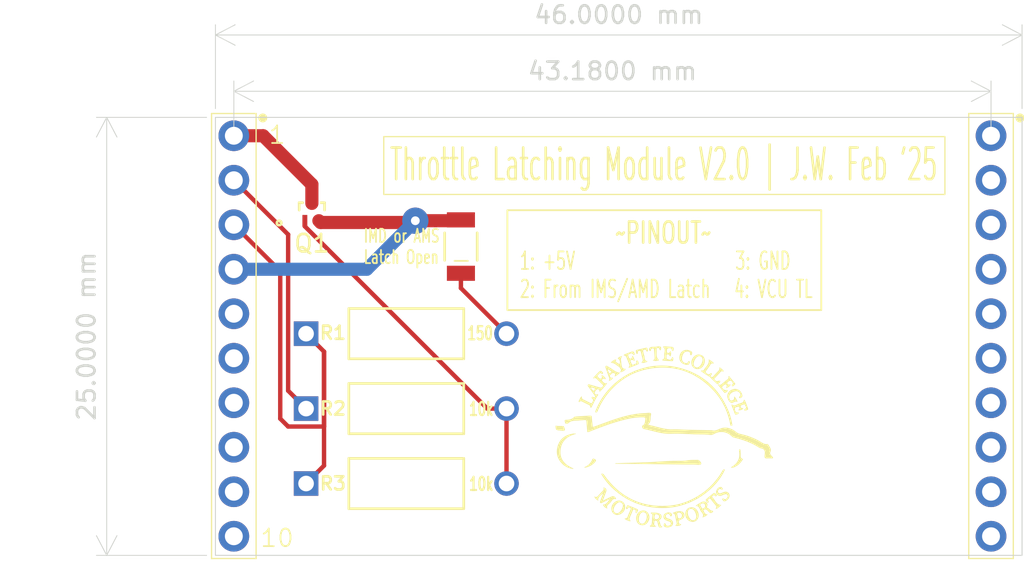
<source format=kicad_pcb>
(kicad_pcb (version 20240108) (generator "pcbnew") (generator_version "8.0")
  (layers (0 "F.Cu" signal) (31 "B.Cu" signal) (34 "B.Paste" user) (35 "F.Paste" user) (36 "B.SilkS" user "B.Silkscreen") (37 "F.SilkS" user "F.Silkscreen") (38 "B.Mask" user) (39 "F.Mask" user) (44 "Edge.Cuts" user))
  (net 0 "")
  (net 7 "Net-(D1-A)")
  (net 8 "Net-(D1-K)")
  (net 9 "Net-(J1-Pad3)")
  (net 10 "Net-(Q1-D)")
  (net 11 "Net-(J1-Pad2)")
  (net 12 "Net-(Q1-G)")
  (footprint "CF14JT10K0:STA_CF14_STP" (layer "F.Cu") (at 26.67 38.1234)
    (property "Reference" "R2")
    (property "Value" "10k")
  )
  (footprint "CF14JT10K0:STA_CF14_STP" (layer "F.Cu") (at 26.67 42.4)
    (property "Reference" "R3")
    (property "Value" "10k")
  )
  (footprint "PH1-10-UA:1X10-2.54MM-THT" (layer "F.Cu") (at 22.55 22.55 -90)
    (property "Reference" "J1" (hide yes))
    (property "Value" "PH1-10-UA")
  )
  (footprint "LED:LED_AP3216SYD_KNB" (layer "F.Cu") (at 35.5 28.876 90)
    (property "Reference" "D1" (hide yes))
    (property "Value" "LED (Test)" (hide yes))
  )
  (footprint "CF14JT10K0:STA_CF14_STP" (layer "F.Cu") (at 26.67 33.8468)
    (property "Reference" "R1")
    (property "Value" "150R")
  )
  (footprint "PMOS:VESM_TOS" (layer "F.Cu") (at 27.00005 26.9047)
    (property "Reference" "Q1")
    (property "Value" "SSM3J56MFV" (hide yes))
  )
  (footprint "PH1-10-UA:1X10-2.54MM-THT" (layer "F.Cu") (at 65.73 22.55 -90)
    (property "Reference" "J1" (hide yes))
    (property "Value" "PH1-10-UA")
  )
  (gr_poly (pts (xy 46.074555 34.646884) (xy 46.067773 34.647544) (xy 46.060531 34.648734) (xy 45.993694 34.66228) (xy 45.927017 34.676646) (xy 45.794024 34.707225) (xy 45.528689 34.771494) (xy 45.522627 34.773128) (xy 45.516751 34.775078) (xy 45.511098 34.77735) (xy 45.505708 34.77995) (xy 45.50062 34.782886) (xy 45.498201 34.784481) (xy 45.495872 34.786162) (xy 45.493638 34.787931) (xy 45.491504 34.789787) (xy 45.489475 34.791732) (xy 45.487555 34.793766) (xy 45.485749 34.795891) (xy 45.484063 34.798106) (xy 45.482501 34.800414) (xy 45.481068 34.802814) (xy 45.479769 34.805307) (xy 45.478608 34.807895) (xy 45.477592 34.810578) (xy 45.476724 34.813357) (xy 45.476009 34.816232) (xy 45.475452 34.819205) (xy 45.475059 34.822277) (xy 45.474834 34.825447) (xy 45.474781 34.828718) (xy 45.474907 34.832089) (xy 45.475215 34.835562) (xy 45.47571 34.839137) (xy 45.477195 34.849316) (xy 45.478427 34.859658) (xy 45.480498 34.880637) (xy 45.482666 34.901687) (xy 45.484018 34.912116) (xy 45.485672 34.922418) (xy 45.487721 34.932543) (xy 45.490256 34.942443) (xy 45.493372 34.952069) (xy 45.497161 34.961373) (xy 45.501714 34.970306) (xy 45.504307 34.974619) (xy 45.507125 34.97882) (xy 45.510182 34.982905) (xy 45.513487 34.986867) (xy 45.517053 34.990699) (xy 45.520892 34.994397) (xy 45.523609 34.996688) (xy 45.526392 34.998678) (xy 45.529229 35.000375) (xy 45.532111 35.001786) (xy 45.535027 35.00292) (xy 45.537966 35.003786) (xy 45.540919 35.004391) (xy 45.543874 35.004744) (xy 45.546822 35.004854) (xy 45.549753 35.004728) (xy 45.552655 35.004374) (xy 45.555519 35.003802) (xy 45.558334 35.003019) (xy 45.56109 35.002033) (xy 45.563776 35.000853) (xy 45.566382 34.999487) (xy 45.568899 34.997944) (xy 45.571314 34.996231) (xy 45.573619 34.994357) (xy 45.575802 34.99233) (xy 45.577854 34.990158) (xy 45.579763 34.98785) (xy 45.581521 34.985415) (xy 45.583115 34.982859) (xy 45.584537 34.980192) (xy 45.585775 34.977421) (xy 45.586819 34.974556) (xy 45.587659 34.971603) (xy 45.588285 34.968573) (xy 45.588686 34.965472) (xy 45.588851 34.962309) (xy 45.588771 34.959093) (xy 45.588041 34.944725) (xy 45.587772 34.93084) (xy 45.588064 34.917506) (xy 45.589016 34.904792) (xy 45.590729 34.892767) (xy 45.593301 34.8815) (xy 45.59494 34.876171) (xy 45.596832 34.871058) (xy 45.598988 34.866169) (xy 45.601422 34.861512) (xy 45.604145 34.857096) (xy 45.60717 34.85293) (xy 45.61051 34.849022) (xy 45.614177 34.84538) (xy 45.618183 34.842014) (xy 45.622541 34.838931) (xy 45.627263 34.836141) (xy 45.632362 34.833652) (xy 45.63785 34.831473) (xy 45.64374 34.829612) (xy 45.650044 34.828077) (xy 45.656775 34.826879) (xy 45.663944 34.826024) (xy 45.671565 34.825522) (xy 45.67965 34.825381) (xy 45.688211 34.825609) (xy 45.696629 34.826272) (xy 45.704354 34.827416) (xy 45.711419 34.829017) (xy 45.717858 34.831052) (xy 45.723704 34.833498) (xy 45.72899 34.836333) (xy 45.733751 34.839532) (xy 45.738019 34.843072) (xy 45.741828 34.846932) (xy 45.745211 34.851087) (xy 45.748202 34.855514) (xy 45.750834 34.860191) (xy 45.75314 34.865093) (xy 45.755154 34.870199) (xy 45.75691 34.875485) (xy 45.75844 34.880927) (xy 45.760958 34.89219) (xy 45.762976 34.903802) (xy 45.766581 34.927335) (xy 45.768701 34.938887) (xy 45.769958 34.944528) (xy 45.771391 34.950048) (xy 45.773033 34.955424) (xy 45.774917 34.960634) (xy 45.777077 34.965653) (xy 45.779546 34.970459) (xy 45.780178 34.971705) (xy 45.780718 34.973019) (xy 45.781178 34.974409) (xy 45.781571 34.975883) (xy 45.78191 34.977451) (xy 45.782207 34.97912) (xy 45.782476 34.9809) (xy 45.782729 34.982799) (xy 45.78384 34.991751) (xy 45.784205 34.994372) (xy 45.784632 34.997163) (xy 45.785132 35.000132) (xy 45.785718 35.003288) (xy 45.81703 35.13266) (xy 45.846256 35.255006) (xy 45.857129 35.302606) (xy 45.861178 35.322261) (xy 45.864196 35.339632) (xy 45.866103 35.355081) (xy 45.866614 35.362196) (xy 45.866818 35.368966) (xy 45.866705 35.375436) (xy 45.866264 35.38165) (xy 45.865485 35.387653) (xy 45.864359 35.39349) (xy 45.862875 35.399207) (xy 45.861023 35.404849) (xy 45.858795 35.41046) (xy 45.856178 35.416085) (xy 45.853165 35.42177) (xy 45.849744 35.42756) (xy 45.84164 35.439634) (xy 45.831786 35.452666) (xy 45.820104 35.467016) (xy 45.790934 35.501116) (xy 45.797786 35.504552) (xy 45.805237 35.507571) (xy 45.813257 35.510177) (xy 45.821815 35.512374) (xy 45.840423 35.51556) (xy 45.860819 35.517164) (xy 45.882757 35.517224) (xy 45.905996 35.515776) (xy 45.93029 35.512854) (xy 45.955397 35.508495) (xy 45.981072 35.502736) (xy 46.007072 35.495612) (xy 46.033153 35.487159) (xy 46.059072 35.477413) (xy 46.084584 35.466411) (xy 46.109447 35.454187) (xy 46.133416 35.440779) (xy 46.156247 35.426223) (xy 46.136566 35.422875) (xy 46.118451 35.418653) (xy 46.101831 35.413597) (xy 46.086635 35.407746) (xy 46.072792 35.401141) (xy 46.060232 35.39382) (xy 46.048883 35.385824) (xy 46.038674 35.377192) (xy 46.029534 35.367964) (xy 46.021392 35.35818) (xy 46.014178 35.34788) (xy 46.00782 35.337103) (xy 46.002247 35.325889) (xy 45.997389 35.314278) (xy 45.993173 35.30231) (xy 45.989531 35.290025) (xy 45.986389 35.277461) (xy 45.983678 35.264659) (xy 45.979262 35.238501) (xy 45.972472 35.185075) (xy 45.968961 35.158445) (xy 45.964616 35.132293) (xy 45.961953 35.119496) (xy 45.958869 35.106938) (xy 45.955292 35.094659) (xy 45.951152 35.082699) (xy 45.946388 35.06955) (xy 45.941944 35.056279) (xy 45.9339 35.029414) (xy 45.926786 35.002196) (xy 45.920369 34.974718) (xy 45.896996 34.864083) (xy 45.895398 34.856415) (xy 45.894097 34.848845) (xy 45.893149 34.841399) (xy 45.89261 34.834099) (xy 45.892538 34.826972) (xy 45.892987 34.820042) (xy 45.893425 34.816658) (xy 45.894014 34.813333) (xy 45.894763 34.810069) (xy 45.895677 34.80687) (xy 45.896763 34.803739) (xy 45.89803 34.800678) (xy 45.899483 34.797691) (xy 45.90113 34.794781) (xy 45.902977 34.791952) (xy 45.905033 34.789205) (xy 45.907303 34.786544) (xy 45.909796 34.783973) (xy 45.912517 34.781494) (xy 45.915474 34.77911) (xy 45.918675 34.776825) (xy 45.922125 34.774642) (xy 45.925833 34.772563) (xy 45.929804 34.770592) (xy 45.934047 34.768732) (xy 45.938568 34.766985) (xy 45.954758 34.761376) (xy 45.962684 34.758949) (xy 45.970482 34.756891) (xy 45.978144 34.75529) (xy 45.985657 34.754233) (xy 45.993013 34.753809) (xy 45.996628 34.753861) (xy 46.0002 34.754105) (xy 46.003727 34.75455) (xy 46.007208 34.755209) (xy 46.010642 34.756091) (xy 46.014027 34.757208) (xy 46.017362 34.758572) (xy 46.020646 34.760192) (xy 46.023878 34.76208) (xy 46.027055 34.764247) (xy 46.030178 34.766704) (xy 46.033244 34.769462) (xy 46.036252 34.772531) (xy 46.039201 34.775923) (xy 46.04209 34.779649) (xy 46.044917 34.78372) (xy 46.047681 34.788147) (xy 46.050381 34.79294) (xy 46.065057 34.822247) (xy 46.069003 34.829542) (xy 46.073195 34.836529) (xy 46.077703 34.84306) (xy 46.080096 34.846109) (xy 46.082594 34.848988) (xy 46.085204 34.85168) (xy 46.087936 34.854166) (xy 46.090797 34.856427) (xy 46.093797 34.858445) (xy 46.096943 34.860201) (xy 46.100245 34.861678) (xy 46.103711 34.862856) (xy 46.107349 34.863718) (xy 46.111167 34.864244) (xy 46.115176 34.864416) (xy 46.119382 34.864216) (xy 46.123794 34.863626) (xy 46.128421 34.862627) (xy 46.133272 34.8612) (xy 46.138355 34.859327) (xy 46.143678 34.856989) (xy 46.147662 34.854941) (xy 46.151236 34.852768) (xy 46.154418 34.850475) (xy 46.157225 34.848071) (xy 46.159673 34.84556) (xy 46.161779 34.842951) (xy 46.16356 34.840248) (xy 46.165034 34.837459) (xy 46.166216 34.83459) (xy 46.167124 34.831647) (xy 46.167776 34.828638) (xy 46.168187 34.825567) (xy 46.168374 34.822443) (xy 46.168355 34.819271) (xy 46.168147 34.816058) (xy 46.167766 34.81281) (xy 46.167229 34.809534) (xy 46.166554 34.806236) (xy 46.164854 34.7996) (xy 46.162802 34.792954) (xy 46.160534 34.786351) (xy 46.155887 34.773476) (xy 46.153779 34.767309) (xy 46.151995 34.76139) (xy 46.149614 34.751781) (xy 46.147452 34.74167) (xy 46.143213 34.720671) (xy 46.140853 34.710144) (xy 46.138142 34.699838) (xy 46.134939 34.689935) (xy 46.131103 34.680615) (xy 46.128902 34.67623) (xy 46.126489 34.672059) (xy 46.123847 34.668124) (xy 46.120958 34.664448) (xy 46.117804 34.661053) (xy 46.114366 34.657962) (xy 46.110628 34.655198) (xy 46.106572 34.652782) (xy 46.10218 34.650738) (xy 46.097434 34.649089) (xy 46.092316 34.647856) (xy 46.086808 34.647063) (xy 46.080894 34.646731)) (fill solid) (layer "F.SilkS"))
  (gr_poly (pts (xy 44.64226 35.136147) (xy 44.633909 35.136688) (xy 44.625569 35.1376) (xy 44.617243 35.13888) (xy 44.608934 35.140525) (xy 44.592382 35.144897) (xy 44.575938 35.15069) (xy 44.55963 35.157881) (xy 44.543482 35.166445) (xy 44.527522 35.176356) (xy 44.511777 35.187591) (xy 44.496271 35.200125) (xy 44.481032 35.213932) (xy 44.466086 35.228989) (xy 44.451459 35.245271) (xy 44.437177 35.262753) (xy 44.458343 35.277048) (xy 44.468122 35.284152) (xy 44.477374 35.291254) (xy 44.486108 35.298374) (xy 44.494332 35.305534) (xy 44.502053 35.312753) (xy 44.509279 35.320053) (xy 44.516018 35.327453) (xy 44.522278 35.334975) (xy 44.528066 35.342638) (xy 44.53339 35.350465) (xy 44.538258 35.358474) (xy 44.542678 35.366686) (xy 44.546657 35.375123) (xy 44.550203 35.383804) (xy 44.553324 35.392751) (xy 44.556029 35.401983) (xy 44.558323 35.411521) (xy 44.560216 35.421387) (xy 44.561715 35.431599) (xy 44.562828 35.442179) (xy 44.563563 35.453148) (xy 44.563927 35.464526) (xy 44.563928 35.476333) (xy 44.563574 35.48859) (xy 44.562873 35.501318) (xy 44.561832 35.514537) (xy 44.558763 35.54253) (xy 44.554429 35.572735) (xy 44.538879 35.56836) (xy 44.52429 35.563882) (xy 44.510483 35.55919) (xy 44.497274 35.554171) (xy 44.484484 35.548712) (xy 44.471929 35.542703) (xy 44.45943 35.536029) (xy 44.446803 35.52858) (xy 44.433869 35.520244) (xy 44.420446 35.510907) (xy 44.406351 35.500458) (xy 44.391405 35.488785) (xy 44.375425 35.475775) (xy 44.35823 35.461316) (xy 44.319469 35.427604) (xy 44.318107 35.423944) (xy 44.317212 35.420438) (xy 44.316754 35.417076) (xy 44.316699 35.413848) (xy 44.317017 35.410742) (xy 44.317677 35.407748) (xy 44.318645 35.404856) (xy 44.319892 35.402056) (xy 44.321386 35.399337) (xy 44.323094 35.396688) (xy 44.324986 35.394099) (xy 44.32703 35.391559) (xy 44.331447 35.386586) (xy 44.336093 35.381685) (xy 44.340716 35.376772) (xy 44.345063 35.371763) (xy 44.347054 35.369197) (xy 44.348882 35.366575) (xy 44.350515 35.363888) (xy 44.351921 35.361124) (xy 44.353069 35.358273) (xy 44.353927 35.355325) (xy 44.354464 35.352269) (xy 44.354648 35.349095) (xy 44.354448 35.345792) (xy 44.353832 35.342349) (xy 44.352769 35.338757) (xy 44.351227 35.335005) (xy 44.347567 35.330588) (xy 44.342954 35.327107) (xy 44.337446 35.324532) (xy 44.331102 35.322833) (xy 44.323978 35.321979) (xy 44.316132 35.321941) (xy 44.307622 35.322687) (xy 44.298505 35.324188) (xy 44.28884 35.326414) (xy 44.278684 35.329333) (xy 44.25713 35.337133) (xy 44.234304 35.347346) (xy 44.210669 35.35973) (xy 44.186685 35.374041) (xy 44.162814 35.390038) (xy 44.139518 35.407479) (xy 44.117259 35.426121) (xy 44.096498 35.445722) (xy 44.086823 35.455807) (xy 44.077696 35.46604) (xy 44.069174 35.476392) (xy 44.061316 35.486832) (xy 44.054178 35.49733) (xy 44.047818 35.507856) (xy 44.066713 35.50834) (xy 44.085159 35.509666) (xy 44.103178 35.511797) (xy 44.12079 35.514695) (xy 44.138017 35.518324) (xy 44.154881 35.522647) (xy 44.171402 35.527628) (xy 44.187603 35.53323) (xy 44.219126 35.546147) (xy 44.249623 35.561105) (xy 44.279263 35.577809) (xy 44.308219 35.595966) (xy 44.336659 35.615281) (xy 44.364756 35.635459) (xy 44.420604 35.677228) (xy 44.477128 35.718918) (xy 44.506071 35.738998) (xy 44.535696 35.758176) (xy 44.561347 35.792297) (xy 44.573727 35.809188) (xy 44.58543 35.826025) (xy 44.596173 35.842854) (xy 44.605671 35.859722) (xy 44.609864 35.868184) (xy 44.61364 35.876673) (xy 44.616962 35.885193) (xy 44.619795 35.893752) (xy 44.622104 35.902355) (xy 44.623852 35.911006) (xy 44.625005 35.919713) (xy 44.625527 35.92848) (xy 44.625382 35.937314) (xy 44.624535 35.946219) (xy 44.622951 35.955202) (xy 44.620593 35.964269) (xy 44.617426 35.973425) (xy 44.613415 35.982675) (xy 44.608524 35.992026) (xy 44.602717 36.001483) (xy 44.59596 36.011052) (xy 44.588216 36.020739) (xy 44.57945 36.030548) (xy 44.569626 36.040487) (xy 44.579189 36.041999) (xy 44.589156 36.042857) (xy 44.599492 36.04308) (xy 44.610163 36.042688) (xy 44.632375 36.040135) (xy 44.655522 36.035353) (xy 44.679332 36.028498) (xy 44.703534 36.019725) (xy 44.727857 36.009189) (xy 44.752031 35.997046) (xy 44.775783 35.983451) (xy 44.798843 35.968561) (xy 44.820939 35.952529) (xy 44.841801 35.935512) (xy 44.861157 35.917665) (xy 44.878737 35.899143) (xy 44.894268 35.880102) (xy 44.90748 35.860698) (xy 44.885203 35.860167) (xy 44.86433 35.858623) (xy 44.844812 35.856102) (xy 44.826601 35.852638) (xy 44.809648 35.848264) (xy 44.793903 35.843015) (xy 44.779317 35.836926) (xy 44.76584 35.83003) (xy 44.753425 35.822362) (xy 44.742021 35.813956) (xy 44.73158 35.804846) (xy 44.722052 35.795068) (xy 44.713388 35.784654) (xy 44.705539 35.773639) (xy 44.698456 35.762058) (xy 44.69209 35.749945) (xy 44.686391 35.737334) (xy 44.681311 35.724259) (xy 44.6768 35.710755) (xy 44.67281 35.696855) (xy 44.666192 35.668009) (xy 44.661066 35.637993) (xy 44.657037 35.607082) (xy 44.653712 35.575551) (xy 44.647604 35.511724) (xy 44.635669 35.416081) (xy 44.632983 35.392313) (xy 44.630878 35.368639) (xy 44.629583 35.345074) (xy 44.629329 35.321637) (xy 44.630346 35.298345) (xy 44.632864 35.275217) (xy 44.637114 35.252269) (xy 44.639961 35.240869) (xy 44.643327 35.22952) (xy 44.647241 35.218225) (xy 44.651732 35.206987) (xy 44.656829 35.195806) (xy 44.66256 35.184687) (xy 44.668955 35.17363) (xy 44.676042 35.162639) (xy 44.683849 35.151714) (xy 44.692406 35.140859) (xy 44.68406 35.139111) (xy 44.675705 35.137751) (xy 44.667344 35.136778) (xy 44.658981 35.136189) (xy 44.650618 35.135979)) (fill solid) (layer "F.SilkS"))
  (gr_poly (pts (xy 51.115465 36.997905) (xy 51.096418 36.999172) (xy 51.077541 37.001234) (xy 51.058857 37.004074) (xy 51.040385 37.007678) (xy 51.022146 37.012029) (xy 50.986449 37.022907) (xy 50.951933 37.036582) (xy 50.918762 37.052927) (xy 50.887102 37.071812) (xy 50.857118 37.093112) (xy 50.828974 37.116698) (xy 50.802837 37.142442) (xy 50.778872 37.170218) (xy 50.757243 37.199897) (xy 50.738117 37.231352) (xy 50.729544 37.247705) (xy 50.721658 37.264455) (xy 50.71448 37.281584) (xy 50.708031 37.299078) (xy 50.702332 37.31692) (xy 50.697403 37.335095) (xy 50.694157 37.350098) (xy 50.691734 37.36548) (xy 50.690112 37.381196) (xy 50.689272 37.397207) (xy 50.68986 37.429942) (xy 50.693342 37.463352) (xy 50.699559 37.4971) (xy 50.708353 37.530853) (xy 50.719569 37.564276) (xy 50.733048 37.597035) (xy 50.748634 37.628795) (xy 50.766168 37.659221) (xy 50.785494 37.687979) (xy 50.806454 37.714735) (xy 50.828891 37.739154) (xy 50.852647 37.760901) (xy 50.864971 37.770668) (xy 50.877565 37.779642) (xy 50.890411 37.78778) (xy 50.903488 37.795042) (xy 50.907853 37.797194) (xy 50.912155 37.799116) (xy 50.916398 37.800813) (xy 50.920585 37.802292) (xy 50.924717 37.803558) (xy 50.928797 37.804619) (xy 50.932829 37.80548) (xy 50.936814 37.806147) (xy 50.940755 37.806627) (xy 50.944654 37.806926) (xy 50.948516 37.80705) (xy 50.95234 37.807005) (xy 50.959892 37.806434) (xy 50.967329 37.805263) (xy 50.974673 37.803542) (xy 50.981945 37.80132) (xy 50.989164 37.798646) (xy 50.996352 37.795572) (xy 51.003528 37.792145) (xy 51.010714 37.788417) (xy 51.025197 37.780252) (xy 51.051236 37.764581) (xy 51.064349 37.756723) (xy 51.077637 37.749113) (xy 51.091182 37.741946) (xy 51.105069 37.735418) (xy 51.119381 37.729725) (xy 51.126722 37.727253) (xy 51.134201 37.725063) (xy 51.141828 37.723179) (xy 51.149614 37.721627) (xy 51.157568 37.720431) (xy 51.165702 37.719615) (xy 51.174026 37.719203) (xy 51.18255 37.719221) (xy 51.191284 37.719692) (xy 51.20024 37.720642) (xy 51.209427 37.722094) (xy 51.218857 37.724073) (xy 51.228539 37.726604) (xy 51.238484 37.729711) (xy 51.248703 37.733418) (xy 51.259205 37.737751) (xy 51.270002 37.742733) (xy 51.281103 37.74839) (xy 51.261951 37.699518) (xy 51.243121 37.653693) (xy 51.23349 37.631812) (xy 51.223536 37.610559) (xy 51.213124 37.58989) (xy 51.202118 37.569759) (xy 51.190385 37.550123) (xy 51.17779 37.530937) (xy 51.164198 37.512155) (xy 51.149475 37.493734) (xy 51.133485 37.475629) (xy 51.116094 37.457795) (xy 51.097168 37.440187) (xy 51.076571 37.422762) (xy 51.079318 37.46167) (xy 51.080199 37.479747) (xy 51.080568 37.496936) (xy 51.080287 37.513259) (xy 51.079219 37.528738) (xy 51.077225 37.543397) (xy 51.074168 37.557258) (xy 51.072197 37.563895) (xy 51.06991 37.570342) (xy 51.067287 37.576601) (xy 51.064313 37.582673) (xy 51.060969 37.588564) (xy 51.05724 37.594274) (xy 51.053106 37.599807) (xy 51.048552 37.605166) (xy 51.04356 37.610353) (xy 51.038112 37.615372) (xy 51.032192 37.620224) (xy 51.025783 37.624914) (xy 51.018866 37.629443) (xy 51.011426 37.633815) (xy 51.003443 37.638032) (xy 50.994903 37.642098) (xy 50.979823 37.648527) (xy 50.965659 37.653741) (xy 50.952357 37.657732) (xy 50.946011 37.659266) (xy 50.93986 37.660492) (xy 50.933897 37.661408) (xy 50.928115 37.662014) (xy 50.922507 37.662308) (xy 50.917066 37.66229) (xy 50.911785 37.661957) (xy 50.906658 37.661311) (xy 50.901677 37.660349) (xy 50.896837 37.65907) (xy 50.892128 37.657474) (xy 50.887546 37.655559) (xy 50.883083 37.653325) (xy 50.878732 37.65077) (xy 50.874487 37.647894) (xy 50.87034 37.644696) (xy 50.866285 37.641174) (xy 50.862314 37.637328) (xy 50.858421 37.633156) (xy 50.854599 37.628658) (xy 50.847141 37.618679) (xy 50.839884 37.607383) (xy 50.832774 37.594761) (xy 50.826155 37.581749) (xy 50.820103 37.568657) (xy 50.814655 37.555472) (xy 50.809847 37.542179) (xy 50.805716 37.528765) (xy 50.802298 37.515217) (xy 50.799629 37.50152) (xy 50.797746 37.487661) (xy 50.796685 37.473626) (xy 50.796483 37.459402) (xy 50.797176 37.444974) (xy 50.798801 37.43033) (xy 50.801393 37.415454) (xy 50.80499 37.400335) (xy 50.809627 37.384957) (xy 50.815342 37.369308) (xy 50.82214 37.35647) (xy 50.829214 37.344085) (xy 50.836559 37.332142) (xy 50.844168 37.320633) (xy 50.852036 37.309549) (xy 50.860156 37.29888) (xy 50.868522 37.288618) (xy 50.877127 37.278753) (xy 50.885967 37.269276) (xy 50.895034 37.260177) (xy 50.904323 37.251448) (xy 50.913827 37.24308) (xy 50.933458 37.227388) (xy 50.953877 37.213028) (xy 50.975036 37.199927) (xy 50.996885 37.188011) (xy 51.019375 37.177207) (xy 51.042458 37.167441) (xy 51.066085 37.158641) (xy 51.090207 37.150733) (xy 51.114774 37.143644) (xy 51.139738 37.1373) (xy 51.16033 37.133113) (xy 51.180473 37.130471) (xy 51.200148 37.129361) (xy 51.219339 37.12977) (xy 51.238028 37.131687) (xy 51.256199 37.135099) (xy 51.273834 37.139994) (xy 51.290916 37.14636) (xy 51.307428 37.154186) (xy 51.323354 37.163458) (xy 51.338674 37.174164) (xy 51.353374 37.186293) (xy 51.367434 37.199832) (xy 51.380839 37.214769) (xy 51.393572 37.231092) (xy 51.405614 37.248789) (xy 51.412616 37.260028) (xy 51.41924 37.271272) (xy 51.425346 37.282512) (xy 51.430797 37.293741) (xy 51.435453 37.304949) (xy 51.439177 37.316128) (xy 51.440645 37.321704) (xy 51.441829 37.32727) (xy 51.44271 37.332823) (xy 51.443271 37.338365) (xy 51.443495 37.343892) (xy 51.443364 37.349405) (xy 51.442862 37.354902) (xy 51.441971 37.360382) (xy 51.440673 37.365844) (xy 51.438951 37.371287) (xy 51.436789 37.37671) (xy 51.434168 37.382112) (xy 51.431072 37.387492) (xy 51.427482 37.392848) (xy 51.423382 37.39818) (xy 51.418755 37.403486) (xy 51.413582 37.408766) (xy 51.407848 37.414018) (xy 51.401534 37.419241) (xy 51.394622 37.424435) (xy 51.389756 37.428087) (xy 51.385085 37.43194) (xy 51.380667 37.435993) (xy 51.378571 37.438093) (xy 51.37656 37.440243) (xy 51.37464 37.442441) (xy 51.37282 37.444687) (xy 51.371105 37.446982) (xy 51.369503 37.449325) (xy 51.368022 37.451714) (xy 51.366668 37.454152) (xy 51.365448 37.456636) (xy 51.364371 37.459166) (xy 51.363441 37.461743) (xy 51.362668 37.464366) (xy 51.362058 37.467035) (xy 51.361617 37.469749) (xy 51.361354 37.472508) (xy 51.361275 37.475312) (xy 51.361388 37.47816) (xy 51.361699 37.481053) (xy 51.362216 37.48399) (xy 51.362945 37.48697) (xy 51.363895 37.489994) (xy 51.365071 37.49306) (xy 51.366482 37.49617) (xy 51.368134 37.499321) (xy 51.370034 37.502515) (xy 51.37219 37.505751) (xy 51.374518 37.508901) (xy 51.376872 37.511764) (xy 51.379251 37.51435) (xy 51.381656 37.516668) (xy 51.384085 37.518727) (xy 51.386538 37.520538) (xy 51.389013 37.522109) (xy 51.39151 37.523451) (xy 51.394029 37.524573) (xy 51.396569 37.525485) (xy 51.399128 37.526196) (xy 51.401707 37.526715) (xy 51.404305 37.527053) (xy 51.40692 37.527219) (xy 51.409552 37.527222) (xy 51.412201 37.527072) (xy 51.414866 37.526779) (xy 51.417546 37.526352) (xy 51.420239 37.525801) (xy 51.422947 37.525135) (xy 51.4284 37.523497) (xy 51.433898 37.521517) (xy 51.439437 37.519269) (xy 51.44501 37.51683) (xy 51.456237 37.511689) (xy 51.470366 37.504855) (xy 51.48348 37.497722) (xy 51.495548 37.490231) (xy 51.501178 37.486334) (xy 51.506534 37.482326) (xy 51.511611 37.4782) (xy 51.516406 37.473949) (xy 51.520913 37.469566) (xy 51.525129 37.465044) (xy 51.52905 37.460375) (xy 51.532671 37.455553) (xy 51.535989 37.45057) (xy 51.538998 37.44542) (xy 51.541695 37.440094) (xy 51.544075 37.434587) (xy 51.546135 37.42889) (xy 51.54787 37.422997) (xy 51.549276 37.4169) (xy 51.550349 37.410593) (xy 51.551085 37.404068) (xy 51.551478 37.397318) (xy 51.551526 37.390336) (xy 51.551224 37.383115) (xy 51.550568 37.375648) (xy 51.549553 37.367927) (xy 51.548176 37.359946) (xy 51.546431 37.351697) (xy 51.544316 37.343174) (xy 51.541825 37.334368) (xy 51.5292 37.296525) (xy 51.514569 37.260541) (xy 51.497997 37.226499) (xy 51.479546 37.19448) (xy 51.459279 37.164563) (xy 51.448485 37.150419) (xy 51.437261 37.136831) (xy 51.425615 37.123809) (xy 51.413555 37.111364) (xy 51.401088 37.099505) (xy 51.388223 37.088243) (xy 51.374968 37.077587) (xy 51.36133 37.067548) (xy 51.347317 37.058137) (xy 51.332938 37.049362) (xy 51.318199 37.041235) (xy 51.30311 37.033765) (xy 51.287678 37.026963) (xy 51.271911 37.020838) (xy 51.255817 37.015401) (xy 51.239404 37.010662) (xy 51.222679 37.006631) (xy 51.205651 37.003318) (xy 51.188327 37.000733) (xy 51.170716 36.998886) (xy 51.152825 36.997788) (xy 51.134663 36.997449)) (fill solid) (layer "F.SilkS"))
  (gr_poly (pts (xy 46.347869 44.056364) (xy 46.346613 44.056577) (xy 46.345378 44.056897) (xy 46.344168 44.057322) (xy 46.342984 44.05785) (xy 46.34183 44.058482) (xy 46.340707 44.059215) (xy 46.339618 44.060048) (xy 46.338565 44.060979) (xy 46.337551 44.062008) (xy 46.336578 44.063132) (xy 46.335648 44.064351) (xy 46.334764 44.065663) (xy 46.333927 44.067067) (xy 46.333142 44.068561) (xy 46.332409 44.070144) (xy 46.331731 44.071816) (xy 46.331111 44.073573) (xy 46.330551 44.075415) (xy 46.330052 44.077342) (xy 46.329619 44.07935) (xy 46.329253 44.081439) (xy 46.328955 44.083608) (xy 46.32873 44.085855) (xy 46.328579 44.088179) (xy 46.328504 44.090579) (xy 46.328508 44.093052) (xy 46.328593 44.095599) (xy 46.328761 44.098217) (xy 46.329016 44.100904) (xy 46.329358 44.103661) (xy 46.34019 44.107064) (xy 46.350191 44.110803) (xy 46.359391 44.114866) (xy 46.367819 44.119244) (xy 46.375503 44.123925) (xy 46.382472 44.1289) (xy 46.388755 44.134159) (xy 46.394381 44.13969) (xy 46.399378 44.145482) (xy 46.403775 44.151527) (xy 46.407601 44.157812) (xy 46.410885 44.164329) (xy 46.413655 44.171065) (xy 46.415941 44.178011) (xy 46.417771 44.185156) (xy 46.419173 44.19249) (xy 46.420177 44.200003) (xy 46.420812 44.207683) (xy 46.421105 44.21552) (xy 46.421087 44.223504) (xy 46.420228 44.239871) (xy 46.418467 44.2567) (xy 46.416032 44.273906) (xy 46.413155 44.291407) (xy 46.406993 44.326954) (xy 46.404033 44.346698) (xy 46.401688 44.366492) (xy 46.399873 44.386332) (xy 46.398504 44.406213) (xy 46.396766 44.446083) (xy 46.395799 44.486066) (xy 46.394927 44.526124) (xy 46.393475 44.566222) (xy 46.390767 44.606323) (xy 46.388732 44.626364) (xy 46.386129 44.646392) (xy 46.381722 44.675593) (xy 46.379292 44.689584) (xy 46.37655 44.703089) (xy 46.373371 44.716047) (xy 46.369635 44.728397) (xy 46.365219 44.740079) (xy 46.36 44.751033) (xy 46.357052 44.756217) (xy 46.353857 44.761197) (xy 46.350401 44.765965) (xy 46.346667 44.770512) (xy 46.342642 44.774832) (xy 46.338309 44.778917) (xy 46.333653 44.782759) (xy 46.328659 44.786351) (xy 46.323311 44.789685) (xy 46.317595 44.792753) (xy 46.311496 44.795549) (xy 46.304997 44.798065) (xy 46.298083 44.800292) (xy 46.29074 44.802224) (xy 46.282952 44.803852) (xy 46.274703 44.80517) (xy 46.27437 44.810062) (xy 46.274261 44.814665) (xy 46.274368 44.818988) (xy 46.274687 44.823043) (xy 46.275212 44.826838) (xy 46.275936 44.830385) (xy 46.276854 44.833693) (xy 46.27796 44.836773) (xy 46.279248 44.839634) (xy 46.280712 44.842288) (xy 46.282345 44.844745) (xy 46.284143 44.847014) (xy 46.286099 44.849105) (xy 46.288207 44.85103) (xy 46.290461 44.852798) (xy 46.292855 44.854419) (xy 46.295384 44.855904) (xy 46.298042 44.857263) (xy 46.300822 44.858506) (xy 46.303719 44.859644) (xy 46.306726 44.860686) (xy 46.309838 44.861642) (xy 46.316353 44.86334) (xy 46.323215 44.86482) (xy 46.330378 44.866163) (xy 46.345416 44.868766) (xy 46.363219 44.867384) (xy 46.380944 44.866938) (xy 46.398636 44.867225) (xy 46.416342 44.868042) (xy 46.488254 44.872569) (xy 46.506738 44.873004) (xy 46.525517 44.872755) (xy 46.54464 44.871621) (xy 46.564152 44.869399) (xy 46.584101 44.865886) (xy 46.604533 44.860881) (xy 46.614946 44.857756) (xy 46.625496 44.854181) (xy 46.636192 44.850132) (xy 46.647037 44.845584) (xy 46.63412 44.841027) (xy 46.622034 44.836253) (xy 46.610753 44.831268) (xy 46.600257 44.826076) (xy 46.590521 44.820684) (xy 46.581522 44.815096) (xy 46.573237 44.809319) (xy 46.565643 44.803358) (xy 46.558718 44.797219) (xy 46.552437 44.790906) (xy 46.546777 44.784425) (xy 46.541716 44.777783) (xy 46.537231 44.770983) (xy 46.533298 44.764033) (xy 46.529894 44.756936) (xy 46.526995 44.7497) (xy 46.52458 44.742329) (xy 46.522625 44.734828) (xy 46.521106 44.727204) (xy 46.52 44.719462) (xy 46.519285 44.711606) (xy 46.518937 44.703644) (xy 46.518933 44.69558) (xy 46.51925 44.687419) (xy 46.520754 44.670832) (xy 46.523264 44.653925) (xy 46.526596 44.636742) (xy 46.530563 44.619329) (xy 46.532012 44.611774) (xy 46.532929 44.603871) (xy 46.533483 44.59573) (xy 46.533844 44.587462) (xy 46.534663 44.570988) (xy 46.53546 44.563003) (xy 46.53674 44.555335) (xy 46.537615 44.551654) (xy 46.538674 44.548093) (xy 46.539938 44.544667) (xy 46.54143 44.541388) (xy 46.543169 44.538272) (xy 46.545177 44.535332) (xy 46.547476 44.532582) (xy 46.550086 44.530035) (xy 46.553029 44.527705) (xy 46.556325 44.525607) (xy 46.559996 44.523754) (xy 46.564064 44.52216) (xy 46.568548 44.520839) (xy 46.573471 44.519804) (xy 46.578853 44.51907) (xy 46.584716 44.51865) (xy 46.594871 44.51856) (xy 46.60486 44.519154) (xy 46.614645 44.520428) (xy 46.624185 44.522382) (xy 46.633442 44.525014) (xy 46.642375 44.528321) (xy 46.650946 44.532301) (xy 46.659114 44.536953) (xy 46.66684 44.542275) (xy 46.670525 44.545186) (xy 46.674085 44.548264) (xy 46.677514 44.551509) (xy 46.680809 44.55492) (xy 46.683963 44.558497) (xy 46.686972 44.562239) (xy 46.689831 44.566148) (xy 46.692536 44.570221) (xy 46.69508 44.57446) (xy 46.69746 44.578863) (xy 46.69967 44.583431) (xy 46.701705 44.588163) (xy 46.703561 44.593059) (xy 46.705232 44.598119) (xy 46.75695 44.816623) (xy 46.76008 44.82623) (xy 46.763524 44.835353) (xy 46.767278 44.84399) (xy 46.771337 44.852138) (xy 46.775695 44.859794) (xy 46.780349 44.866957) (xy 46.785293 44.873623) (xy 46.790523 44.879789) (xy 46.796033 44.885454) (xy 46.80182 44.890615) (xy 46.807879 44.895268) (xy 46.814204 44.899413) (xy 46.820791 44.903045) (xy 46.827635 44.906162) (xy 46.834732 44.908763) (xy 46.842076 44.910843) (xy 46.849664 44.912401) (xy 46.857489 44.913434) (xy 46.865548 44.91394) (xy 46.873835 44.913915) (xy 46.882347 44.913358) (xy 46.891077 44.912266) (xy 46.900022 44.910636) (xy 46.909177 44.908465) (xy 46.918536 44.905752) (xy 46.928095 44.902493) (xy 46.93785 44.898685) (xy 46.947796 44.894327) (xy 46.957927 44.889416) (xy 46.968239 44.883949) (xy 46.978728 44.877924) (xy 46.989388 44.871337) (xy 46.975105 44.864243) (xy 46.962078 44.856524) (xy 46.950232 44.848216) (xy 46.939492 44.839356) (xy 46.929785 44.829978) (xy 46.921036 44.820118) (xy 46.91317 44.809812) (xy 46.906114 44.799097) (xy 46.899794 44.788006) (xy 46.894134 44.776578) (xy 46.889061 44.764846) (xy 46.8845 44.752846) (xy 46.876618 44.728189) (xy 46.869894 44.702892) (xy 46.857541 44.651519) (xy 46.850723 44.626015) (xy 46.842685 44.601015) (xy 46.838023 44.588793) (xy 46.832833 44.576803) (xy 46.827041 44.565083) (xy 46.820573 44.553666) (xy 46.813353 44.54259) (xy 46.805309 44.53189) (xy 46.796365 44.521601) (xy 46.786447 44.511759) (xy 46.798685 44.502235) (xy 46.810504 44.493218) (xy 46.832929 44.476202) (xy 46.843558 44.467956) (xy 46.853812 44.459719) (xy 46.863704 44.451367) (xy 46.873245 44.442775) (xy 46.882409 44.43375) (xy 46.890931 44.424416) (xy 46.898812 44.414798) (xy 46.906052 44.404924) (xy 46.912649 44.394818) (xy 46.918605 44.384507) (xy 46.923918 44.374016) (xy 46.928589 44.363372) (xy 46.932618 44.352601) (xy 46.936004 44.341728) (xy 46.938747 44.33078) (xy 46.940847 44.319782) (xy 46.942303 44.30876) (xy 46.942833 44.301581) (xy 46.802501 44.301581) (xy 46.80224 44.307807) (xy 46.801687 44.31392) (xy 46.800848 44.319918) (xy 46.799725 44.3258) (xy 46.798322 44.331564) (xy 46.796643 44.337206) (xy 46.794691 44.342726) (xy 46.792468 44.348121) (xy 46.78998 44.353389) (xy 46.787229 44.358529) (xy 46.784219 44.363538) (xy 46.780953 44.368414) (xy 46.777435 44.373155) (xy 46.773669 44.37776) (xy 46.769657 44.382225) (xy 46.765403 44.386551) (xy 46.756185 44.394771) (xy 46.746041 44.402403) (xy 46.735 44.409433) (xy 46.723089 44.415844) (xy 46.712978 44.420572) (xy 46.702337 44.425002) (xy 46.691278 44.429043) (xy 46.679914 44.432604) (xy 46.668358 44.435592) (xy 46.656722 44.437916) (xy 46.64512 44.439486) (xy 46.633664 44.440209) (xy 46.622467 44.439994) (xy 46.617001 44.439507) (xy 46.611641 44.438751) (xy 46.606403 44.437714) (xy 46.6013 44.436386) (xy 46.596346 44.434755) (xy 46.591556 44.43281) (xy 46.586943 44.430538) (xy 46.582522 44.42793) (xy 46.578306 44.424972) (xy 46.57431 44.421655) (xy 46.570548 44.417966) (xy 46.567034 44.413894) (xy 46.563781 44.409428) (xy 46.560805 44.404555) (xy 46.557668 44.398587) (xy 46.554833 44.392486) (xy 46.552291 44.38626) (xy 46.550036 44.379917) (xy 46.546348 44.366912) (xy 46.543704 44.353535) (xy 46.542039 44.339851) (xy 46.541287 44.325923) (xy 46.541382 44.311816) (xy 46.542259 44.297593) (xy 46.543853 44.283319) (xy 46.546097 44.269059) (xy 46.548927 44.254875) (xy 46.552277 44.240832) (xy 46.556081 44.226995) (xy 46.560274 44.213427) (xy 46.56479 44.200193) (xy 46.569563 44.187356) (xy 46.571796 44.182167) (xy 46.574275 44.177475) (xy 46.576993 44.17326) (xy 46.579942 44.169505) (xy 46.583114 44.166189) (xy 46.5865 44.163293) (xy 46.590093 44.160799) (xy 46.593884 44.158686) (xy 46.597866 44.156937) (xy 46.60203 44.155531) (xy 46.606368 44.15445) (xy 46.610872 44.153673) (xy 46.615534 44.153183) (xy 46.620347 44.15296) (xy 46.625301 44.152985) (xy 46.630389 44.153238) (xy 46.640933 44.154354) (xy 46.651916 44.156153) (xy 46.663273 44.158483) (xy 46.674938 44.16119) (xy 46.698936 44.167122) (xy 46.711139 44.170039) (xy 46.723393 44.17272) (xy 46.729818 44.175537) (xy 46.735979 44.178621) (xy 46.741874 44.181969) (xy 46.747503 44.185577) (xy 46.752863 44.189442) (xy 46.757953 44.193561) (xy 46.762773 44.19793) (xy 46.767319 44.202546) (xy 46.771592 44.207406) (xy 46.77559 44.212506) (xy 46.779311 44.217842) (xy 46.782754 44.223412) (xy 46.785918 44.229211) (xy 46.788801 44.235238) (xy 46.791401 44.241487) (xy 46.793718 44.247956) (xy 46.795906 44.255012) (xy 46.797776 44.26197) (xy 46.79933 44.26883) (xy 46.800573 44.27559) (xy 46.801508 44.282247) (xy 46.802139 44.288799) (xy 46.802469 44.295244) (xy 46.802501 44.301581) (xy 46.942833 44.301581) (xy 46.943116 44.297741) (xy 46.943286 44.28675) (xy 46.942812 44.275813) (xy 46.941694 44.264957) (xy 46.939932 44.254207) (xy 46.937526 44.243589) (xy 46.934475 44.233129) (xy 46.930779 44.222853) (xy 46.926439 44.212787) (xy 46.921454 44.202957) (xy 46.915823 44.193389) (xy 46.909547 44.184108) (xy 46.902626 44.175142) (xy 46.895059 44.166515) (xy 46.886847 44.158254) (xy 46.877988 44.150385) (xy 46.868483 44.142934) (xy 46.858331 44.135926) (xy 46.847533 44.129388) (xy 46.818418 44.114285) (xy 46.788854 44.101534) (xy 46.758883 44.09093) (xy 46.728543 44.082271) (xy 46.697876 44.075354) (xy 46.666921 44.069977) (xy 46.635719 44.065936) (xy 46.604311 44.063029) (xy 46.572737 44.061054) (xy 46.541036 44.059806) (xy 46.477417 44.058686) (xy 46.413778 44.058046) (xy 46.35044 44.056264) (xy 46.349146 44.056259)) (fill solid) (layer "F.SilkS"))
  (gr_poly (pts (xy 46.762592 34.57061) (xy 46.730537 34.573366) (xy 46.717286 34.574972) (xy 46.703934 34.576851) (xy 46.676384 34.58122) (xy 46.646792 34.58605) (xy 46.63089 34.588506) (xy 46.614069 34.590918) (xy 46.576378 34.592166) (xy 46.539573 34.592739) (xy 46.468178 34.593827) (xy 46.433369 34.595322) (xy 46.416139 34.596521) (xy 46.399006 34.598104) (xy 46.381956 34.600132) (xy 46.364977 34.602665) (xy 46.348054 34.605765) (xy 46.331174 34.609494) (xy 46.323239 34.611708) (xy 46.315527 34.614457) (xy 46.30805 34.617715) (xy 46.30082 34.621455) (xy 46.293849 34.625652) (xy 46.28715 34.630279) (xy 46.280733 34.635311) (xy 46.27461 34.64072) (xy 46.268795 34.646481) (xy 46.263298 34.652568) (xy 46.258131 34.658955) (xy 46.253307 34.665615) (xy 46.248837 34.672523) (xy 46.244734 34.679651) (xy 46.241008 34.686975) (xy 46.237673 34.694468) (xy 46.234739 34.702103) (xy 46.232219 34.709855) (xy 46.230125 34.717698) (xy 46.228469 34.725605) (xy 46.227262 34.733551) (xy 46.226516 34.741508) (xy 46.226244 34.749451) (xy 46.226457 34.757355) (xy 46.227168 34.765192) (xy 46.228387 34.772936) (xy 46.230128 34.780562) (xy 46.232401 34.788043) (xy 46.235219 34.795353) (xy 46.238594 34.802467) (xy 46.242537 34.809357) (xy 46.247061 34.815998) (xy 46.248675 34.818025) (xy 46.25048 34.820013) (xy 46.252457 34.82195) (xy 46.254588 34.823825) (xy 46.256854 34.825626) (xy 46.259237 34.827341) (xy 46.261718 34.828958) (xy 46.264278 34.830464) (xy 46.266899 34.831849) (xy 46.269562 34.8331) (xy 46.272248 34.834206) (xy 46.274939 34.835154) (xy 46.277616 34.835932) (xy 46.280261 34.83653) (xy 46.282854 34.836934) (xy 46.284126 34.83706) (xy 46.285378 34.837133) (xy 46.288466 34.837175) (xy 46.291467 34.837071) (xy 46.294381 34.836825) (xy 46.297207 34.83644) (xy 46.299944 34.835919) (xy 46.302592 34.835268) (xy 46.305151 34.83449) (xy 46.30762 34.833588) (xy 46.309998 34.832566) (xy 46.312285 34.831429) (xy 46.31448 34.830179) (xy 46.316583 34.828821) (xy 46.318593 34.827359) (xy 46.32051 34.825797) (xy 46.322334 34.824137) (xy 46.324063 34.822385) (xy 46.325697 34.820543) (xy 46.327236 34.818616) (xy 46.328679 34.816608) (xy 46.330026 34.814522) (xy 46.331275 34.812362) (xy 46.332428 34.810132) (xy 46.333482 34.807836) (xy 46.334438 34.805477) (xy 46.335294 34.80306) (xy 46.336051 34.800587) (xy 46.336708 34.798064) (xy 46.337265 34.795494) (xy 46.33772 34.79288) (xy 46.338073 34.790227) (xy 46.338324 34.787538) (xy 46.338473 34.784817) (xy 46.338829 34.778241) (xy 46.339421 34.771904) (xy 46.340244 34.765804) (xy 46.341293 34.759942) (xy 46.342565 34.754315) (xy 46.344056 34.748921) (xy 46.34576 34.74376) (xy 46.347675 34.73883) (xy 46.349796 34.73413) (xy 46.352118 34.729658) (xy 46.354638 34.725412) (xy 46.357351 34.721392) (xy 46.360253 34.717596) (xy 46.363339 34.714022) (xy 46.366607 34.710669) (xy 46.37005 34.707537) (xy 46.373666 34.704622) (xy 46.37745 34.701924) (xy 46.381398 34.699442) (xy 46.385506 34.697174) (xy 46.389769 34.695118) (xy 46.394183 34.693274) (xy 46.398744 34.691639) (xy 46.403448 34.690213) (xy 46.408291 34.688994) (xy 46.413268 34.687981) (xy 46.418375 34.687172) (xy 46.423609 34.686565) (xy 46.428964 34.68616) (xy 46.434437 34.685955) (xy 46.445719 34.686139) (xy 46.452419 34.686684) (xy 46.458632 34.687609) (xy 46.464377 34.688897) (xy 46.469673 34.69053) (xy 46.47454 34.692491) (xy 46.478996 34.694762) (xy 46.483061 34.697326) (xy 46.486753 34.700166) (xy 46.490093 34.703265) (xy 46.493099 34.706604) (xy 46.495791 34.710167) (xy 46.498187 34.713936) (xy 46.500306 34.717894) (xy 46.502169 34.722023) (xy 46.503794 34.726306) (xy 46.505201 34.730726) (xy 46.506407 34.735265) (xy 46.507434 34.739906) (xy 46.508299 34.744631) (xy 46.509023 34.749423) (xy 46.510121 34.75914) (xy 46.510881 34.768916) (xy 46.512003 34.78809) (xy 46.512672 34.797211) (xy 46.513617 34.805834) (xy 46.519013 34.848392) (xy 46.523686 34.891059) (xy 46.527724 34.933816) (xy 46.531213 34.976643) (xy 46.536891 35.062426) (xy 46.541414 35.148247) (xy 46.545516 35.214742) (xy 46.545771 35.231136) (xy 46.545211 35.247197) (xy 46.543585 35.262805) (xy 46.542292 35.270401) (xy 46.540638 35.277839) (xy 46.53859 35.285103) (xy 46.536118 35.292178) (xy 46.533189 35.29905) (xy 46.529772 35.305703) (xy 46.525835 35.312122) (xy 46.521346 35.318293) (xy 46.516274 35.324199) (xy 46.510588 35.329826) (xy 46.504255 35.33516) (xy 46.497245 35.340184) (xy 46.489525 35.344884) (xy 46.481063 35.349245) (xy 46.471829 35.353251) (xy 46.461791 35.356888) (xy 46.450916 35.360141) (xy 46.439174 35.362994) (xy 46.445825 35.368525) (xy 46.453267 35.373647) (xy 46.46145 35.378363) (xy 46.470326 35.38268) (xy 46.479846 35.3866) (xy 46.489961 35.390128) (xy 46.511779 35.396027) (xy 46.535387 35.400413) (xy 46.560395 35.403321) (xy 46.586411 35.404786) (xy 46.613041 35.404845) (xy 46.639896 35.403532) (xy 46.666582 35.400883) (xy 46.692708 35.396934) (xy 46.717882 35.39172) (xy 46.741713 35.385277) (xy 46.763808 35.377639) (xy 46.783775 35.368844) (xy 46.792838 35.364023) (xy 46.801223 35.358925) (xy 46.782261 35.34239) (xy 46.765025 35.325451) (xy 46.749435 35.308127) (xy 46.735412 35.290437) (xy 46.722876 35.272399) (xy 46.711748 35.254034) (xy 46.701949 35.235358) (xy 46.693399 35.216393) (xy 46.686019 35.197155) (xy 46.679729 35.177665) (xy 46.674451 35.15794) (xy 46.670104 35.138001) (xy 46.663889 35.097553) (xy 46.660448 35.056471) (xy 46.659146 35.014907) (xy 46.65935 34.973011) (xy 46.66173 34.88883) (xy 46.662638 34.846846) (xy 46.662509 34.805135) (xy 46.660711 34.763848) (xy 46.656607 34.723137) (xy 46.656211 34.719148) (xy 46.656124 34.715373) (xy 46.656332 34.711804) (xy 46.656824 34.708432) (xy 46.657585 34.705251) (xy 46.658605 34.702253) (xy 46.659869 34.699431) (xy 46.661365 34.696777) (xy 46.663081 34.694283) (xy 46.665003 34.691942) (xy 46.667119 34.689747) (xy 46.669416 34.68769) (xy 46.671881 34.685764) (xy 46.674501 34.683961) (xy 46.677264 34.682273) (xy 46.680157 34.680694) (xy 46.683167 34.679215) (xy 46.686282 34.67783) (xy 46.689488 34.67653) (xy 46.692772 34.675309) (xy 46.699527 34.67307) (xy 46.706444 34.671055) (xy 46.733685 34.664026) (xy 46.7377 34.662999) (xy 46.741585 34.662155) (xy 46.745341 34.661492) (xy 46.748974 34.661009) (xy 46.752484 34.660703) (xy 46.755876 34.660572) (xy 46.759152 34.660615) (xy 46.762315 34.660829) (xy 46.765369 34.661214) (xy 46.768315 34.661767) (xy 46.771157 34.662486) (xy 46.773898 34.663369) (xy 46.776541 34.664415) (xy 46.779089 34.665621) (xy 46.781544 34.666987) (xy 46.78391 34.668509) (xy 46.786189 34.670187) (xy 46.788385 34.672018) (xy 46.790501 34.674) (xy 46.792539 34.676132) (xy 46.794502 34.678411) (xy 46.796393 34.680837) (xy 46.798215 34.683406) (xy 46.799971 34.686118) (xy 46.803298 34.69196) (xy 46.806397 34.698349) (xy 46.80929 34.705269) (xy 46.812002 34.712706) (xy 46.814311 34.719914) (xy 46.816506 34.7274) (xy 46.820971 34.7427) (xy 46.823447 34.750261) (xy 46.826225 34.757591) (xy 46.829408 34.764565) (xy 46.831184 34.767878) (xy 46.8331 34.771055) (xy 46.835169 34.774078) (xy 46.837404 34.776933) (xy 46.839819 34.779604) (xy 46.842426 34.782074) (xy 46.845238 34.784327) (xy 46.848268 34.786349) (xy 46.851529 34.788122) (xy 46.855034 34.789631) (xy 46.858796 34.79086) (xy 46.862828 34.791794) (xy 46.867143 34.792415) (xy 46.871754 34.792709) (xy 46.876674 34.79266) (xy 46.881916 34.792251) (xy 46.887492 34.791467) (xy 46.893417 34.790292) (xy 46.903538 34.758326) (xy 46.911163 34.729094) (xy 46.914025 34.715484) (xy 46.916245 34.702536) (xy 46.917819 34.690241) (xy 46.918741 34.678591) (xy 46.919005 34.66758) (xy 46.918605 34.657201) (xy 46.917536 34.647445) (xy 46.915792 34.638305) (xy 46.913367 34.629773) (xy 46.910257 34.621843) (xy 46.906454 34.614506) (xy 46.901955 34.607755) (xy 46.896752 34.601584) (xy 46.890841 34.595983) (xy 46.884216 34.590946) (xy 46.876871 34.586466) (xy 46.8688 34.582534) (xy 46.859999 34.579143) (xy 46.85046 34.576287) (xy 46.84018 34.573956) (xy 46.829151 34.572145) (xy 46.817369 34.570845) (xy 46.804828 34.570049) (xy 46.791522 34.569749)) (fill solid) (layer "F.SilkS"))
  (gr_poly (pts (xy 43.46154 35.967813) (xy 43.455283 35.968614) (xy 43.448957 35.970018) (xy 43.442541 35.972025) (xy 43.436014 35.974635) (xy 43.429354 35.977849) (xy 43.422542 35.981665) (xy 43.415557 35.986085) (xy 43.408376 35.991107) (xy 43.400981 35.996731) (xy 43.393349 36.002959) (xy 43.38546 36.009789) (xy 43.368827 36.025256) (xy 43.350915 36.043132) (xy 43.230297 36.16656) (xy 43.170321 36.228589) (xy 43.110953 36.291187) (xy 43.105628 36.296632) (xy 43.100021 36.302041) (xy 43.088498 36.313026) (xy 43.082852 36.318743) (xy 43.077463 36.324704) (xy 43.072466 36.330978) (xy 43.070156 36.334255) (xy 43.067995 36.337637) (xy 43.066 36.341133) (xy 43.064186 36.34475) (xy 43.062572 36.348499) (xy 43.061174 36.352388) (xy 43.060008 36.356426) (xy 43.059092 36.360622) (xy 43.058443 36.364983) (xy 43.058077 36.36952) (xy 43.058011 36.374241) (xy 43.058263 36.379154) (xy 43.058848 36.384269) (xy 43.059784 36.389594) (xy 43.061087 36.395138) (xy 43.062776 36.40091) (xy 43.064865 36.406919) (xy 43.067373 36.413173) (xy 43.078031 36.406365) (xy 43.088359 36.400532) (xy 43.098369 36.395637) (xy 43.108074 36.391643) (xy 43.117487 36.388513) (xy 43.12662 36.386211) (xy 43.135486 36.384699) (xy 43.144098 36.38394) (xy 43.152468 36.383899) (xy 43.16061 36.384537) (xy 43.168536 36.385818) (xy 43.176258 36.387704) (xy 43.18379 36.39016) (xy 43.191144 36.393148) (xy 43.198333 36.396631) (xy 43.205369 36.400572) (xy 43.212266 36.404934) (xy 43.219036 36.409681) (xy 43.232245 36.420181) (xy 43.245099 36.431775) (xy 43.257699 36.444169) (xy 43.282546 36.470173) (xy 43.294996 36.483194) (xy 43.3076 36.495832) (xy 43.427035 36.612045) (xy 43.486255 36.670645) (xy 43.544764 36.729934) (xy 43.550753 36.735775) (xy 43.557168 36.741567) (xy 43.570563 36.753221) (xy 43.577186 36.759186) (xy 43.583521 36.765314) (xy 43.589391 36.771657) (xy 43.592095 36.774925) (xy 43.594616 36.778266) (xy 43.596931 36.781688) (xy 43.599019 36.785196) (xy 43.600856 36.788797) (xy 43.602421 36.792498) (xy 43.603691 36.796305) (xy 43.604644 36.800225) (xy 43.605258 36.804264) (xy 43.60551 36.808428) (xy 43.605378 36.812725) (xy 43.604839 36.817162) (xy 43.603873 36.821743) (xy 43.602455 36.826477) (xy 43.600565 36.831369) (xy 43.598179 36.836426) (xy 43.595275 36.841655) (xy 43.591831 36.847063) (xy 43.584738 36.857202) (xy 43.577414 36.866921) (xy 43.569828 36.876149) (xy 43.561947 36.884816) (xy 43.553739 36.892851) (xy 43.549503 36.89661) (xy 43.545174 36.900185) (xy 43.540746 36.903566) (xy 43.536217 36.906746) (xy 43.531583 36.909715) (xy 43.526839 36.912465) (xy 43.521982 36.914986) (xy 43.517007 36.91727) (xy 43.511911 36.919309) (xy 43.506689 36.921093) (xy 43.501337 36.922613) (xy 43.495853 36.923861) (xy 43.490231 36.924828) (xy 43.484467 36.925506) (xy 43.478558 36.925884) (xy 43.4725 36.925956) (xy 43.466288 36.925711) (xy 43.459919 36.925141) (xy 43.453389 36.924237) (xy 43.446693 36.92299) (xy 43.439828 36.921393) (xy 43.43279 36.919435) (xy 43.159265 36.838376) (xy 42.885158 36.759312) (xy 42.876275 36.756547) (xy 42.867251 36.753376) (xy 42.848902 36.746515) (xy 42.839641 36.743172) (xy 42.830363 36.74012) (xy 42.821101 36.737532) (xy 42.811886 36.735582) (xy 42.807306 36.734901) (xy 42.802749 36.734445) (xy 42.79822 36.734235) (xy 42.793722 36.734294) (xy 42.789259 36.734642) (xy 42.784836 36.735303) (xy 42.780455 36.736296) (xy 42.776122 36.737645) (xy 42.77184 36.739371) (xy 42.767612 36.741496) (xy 42.763444 36.744041) (xy 42.759338 36.747028) (xy 42.755299 36.750479) (xy 42.75133 36.754416) (xy 42.747436 36.75886) (xy 42.743621 36.763833) (xy 42.740149 36.768975) (xy 42.737185 36.774034) (xy 42.734709 36.779011) (xy 42.732699 36.78391) (xy 42.731135 36.788732) (xy 42.729998 36.793482) (xy 42.729265 36.79816) (xy 42.728918 36.802771) (xy 42.728936 36.807316) (xy 42.729297 36.811799) (xy 42.729982 36.816221) (xy 42.730971 36.820587) (xy 42.732242 36.824897) (xy 42.733776 36.829156) (xy 42.735552 36.833365) (xy 42.737549 36.837527) (xy 42.742126 36.845723) (xy 42.747344 36.853763) (xy 42.753039 36.86167) (xy 42.759049 36.869465) (xy 42.771355 36.884802) (xy 42.777325 36.892387) (xy 42.782955 36.899945) (xy 43.110456 37.353226) (xy 43.121825 37.368697) (xy 43.127488 37.376496) (xy 43.132917 37.384353) (xy 43.137951 37.39228) (xy 43.142425 37.40029) (xy 43.144402 37.404329) (xy 43.146177 37.408394) (xy 43.147731 37.412485) (xy 43.149044 37.416605) (xy 43.150094 37.420754) (xy 43.150861 37.424935) (xy 43.151325 37.429148) (xy 43.151466 37.433395) (xy 43.151263 37.437679) (xy 43.150696 37.441999) (xy 43.149744 37.446359) (xy 43.148387 37.450758) (xy 43.146605 37.4552) (xy 43.144376 37.459685) (xy 43.141682 37.464215) (xy 43.1385 37.468791) (xy 43.134812 37.473415) (xy 43.130596 37.478088) (xy 43.125832 37.482813) (xy 43.1205 37.48759) (xy 43.104052 37.485517) (xy 43.095562 37.484395) (xy 43.091289 37.483782) (xy 43.087015 37.483122) (xy 43.083076 37.482327) (xy 43.079133 37.48123) (xy 43.075187 37.479864) (xy 43.071238 37.478263) (xy 43.063335 37.474488) (xy 43.055428 37.470171) (xy 43.039621 37.460979) (xy 43.031731 37.456637) (xy 43.023855 37.452821) (xy 43.019924 37.451194) (xy 43.015999 37.449798) (xy 43.01208 37.448667) (xy 43.008167 37.447834) (xy 43.004262 37.447332) (xy 43.000364 37.447196) (xy 42.996474 37.447457) (xy 42.992594 37.44815) (xy 42.988723 37.449308) (xy 42.984862 37.450965) (xy 42.981012 37.453153) (xy 42.977173 37.455905) (xy 42.973346 37.459257) (xy 42.969531 37.463239) (xy 42.96573 37.467887) (xy 42.961942 37.473234) (xy 42.959063 37.477897) (xy 42.95669 37.482418) (xy 42.954798 37.486804) (xy 42.953368 37.49106) (xy 42.952376 37.49519) (xy 42.951801 37.499202) (xy 42.951621 37.503099) (xy 42.951815 37.506889) (xy 42.95236 37.510576) (xy 42.953235 37.514165) (xy 42.954417 37.517663) (xy 42.955886 37.521075) (xy 42.957619 37.524406) (xy 42.959594 37.527662) (xy 42.961789 37.530849) (xy 42.964183 37.533972) (xy 42.96948 37.540047) (xy 42.975308 37.545933) (xy 42.981495 37.551673) (xy 42.987864 37.557312) (xy 43.000452 37.568463) (xy 43.006321 37.574064) (xy 43.011674 37.57974) (xy 43.017984 37.587343) (xy 43.023448 37.594814) (xy 43.028105 37.602159) (xy 43.03199 37.609381) (xy 43.035141 37.616487) (xy 43.037593 37.62348) (xy 43.039385 37.630366) (xy 43.040553 37.637151) (xy 43.041134 37.643838) (xy 43.041164 37.650434) (xy 43.04068 37.656942) (xy 43.03972 37.663369) (xy 43.03832 37.669718) (xy 43.036516 37.675996) (xy 43.034346 37.682206) (xy 43.031847 37.688355) (xy 43.026007 37.700485) (xy 43.019292 37.712428) (xy 43.011994 37.724222) (xy 43.00441 37.735908) (xy 42.989559 37.759114) (xy 42.982881 37.770715) (xy 42.977095 37.782367) (xy 42.974159 37.788452) (xy 42.971113 37.793888) (xy 42.967962 37.798703) (xy 42.964711 37.802921) (xy 42.961367 37.80657) (xy 42.957934 37.809675) (xy 42.95442 37.812264) (xy 42.950828 37.814361) (xy 42.947166 37.815995) (xy 42.943439 37.81719) (xy 42.939652 37.817973) (xy 42.935811 37.81837) (xy 42.931923 37.818408) (xy 42.927992 37.818113) (xy 42.924025 37.817512) (xy 42.920027 37.816629) (xy 42.916004 37.815493) (xy 42.911962 37.814128) (xy 42.903842 37.81082) (xy 42.895714 37.806916) (xy 42.887622 37.802626) (xy 42.871734 37.793727) (xy 42.864029 37.789539) (xy 42.856544 37.785806) (xy 42.784037 37.751316) (xy 42.711936 37.715952) (xy 42.568468 37.643715) (xy 42.551827 37.635653) (xy 42.534799 37.627901) (xy 42.500609 37.612292) (xy 42.483965 37.603918) (xy 42.467964 37.594818) (xy 42.452865 37.584734) (xy 42.445735 37.579243) (xy 42.438926 37.573408) (xy 42.432472 37.567198) (xy 42.426405 37.56058) (xy 42.420757 37.553522) (xy 42.41556 37.545991) (xy 42.410846 37.537956) (xy 42.406648 37.529383) (xy 42.402998 37.520241) (xy 42.399928 37.510497) (xy 42.39747 37.500119) (xy 42.395657 37.489074) (xy 42.394521 37.47733) (xy 42.394094 37.464854) (xy 42.394409 37.451615) (xy 42.395497 37.43758) (xy 42.397391 37.422717) (xy 42.400123 37.406993) (xy 42.389349 37.415304) (xy 42.379154 37.423745) (xy 42.369511 37.432309) (xy 42.360395 37.440988) (xy 42.351778 37.449774) (xy 42.343635 37.45866) (xy 42.328665 37.4767) (xy 42.315273 37.495046) (xy 42.30325 37.513637) (xy 42.292385 37.532411) (xy 42.282467 37.551306) (xy 42.273287 37.570262) (xy 42.264634 37.589216) (xy 42.248067 37.626873) (xy 42.231084 37.663785) (xy 42.221911 37.681808) (xy 42.212002 37.699461) (xy 42.212379 37.705466) (xy 42.212941 37.711102) (xy 42.213681 37.716373) (xy 42.214589 37.721285) (xy 42.215661 37.725841) (xy 42.216887 37.730048) (xy 42.218262 37.733909) (xy 42.219776 37.73743) (xy 42.221424 37.740614) (xy 42.223198 37.743468) (xy 42.22509 37.745996) (xy 42.227093 37.748202) (xy 42.2292 37.750091) (xy 42.231404 37.751669) (xy 42.233696 37.752939) (xy 42.236071 37.753908) (xy 42.238519 37.754578) (xy 42.241035 37.754956) (xy 42.243611 37.755046) (xy 42.246239 37.754853) (xy 42.248913 37.754382) (xy 42.251624 37.753637) (xy 42.254365 37.752623) (xy 42.25713 37.751345) (xy 42.25991 37.749807) (xy 42.262699 37.748016) (xy 42.265489 37.745974) (xy 42.268273 37.743688) (xy 42.271043 37.741162) (xy 42.273792 37.7384) (xy 42.276513 37.735408) (xy 42.279198 37.73219) (xy 42.283193 37.727404) (xy 42.287166 37.723048) (xy 42.291117 37.719106) (xy 42.29505 37.715566) (xy 42.298965 37.712414) (xy 42.302865 37.709634) (xy 42.30675 37.707214) (xy 42.310622 37.705139) (xy 42.314483 37.703395) (xy 42.318336 37.701968) (xy 42.32218 37.700844) (xy 42.326018 37.70001) (xy 42.329852 37.69945) (xy 42.333683 37.699152) (xy 42.337512 37.699101) (xy 42.341342 37.699283) (xy 42.345175 37.699684) (xy 42.34901 37.700291) (xy 42.352851 37.701088) (xy 42.356699 37.702063) (xy 42.364422 37.704487) (xy 42.372192 37.707452) (xy 42.380022 37.710845) (xy 42.387925 37.714554) (xy 42.404003 37.722474) (xy 42.57976 37.81) (xy 42.66792 37.85315) (xy 42.712223 37.874236) (xy 42.756733 37.894869) (xy 42.770963 37.901545) (xy 42.784723 37.908439) (xy 42.797922 37.915616) (xy 42.81047 37.923147) (xy 42.822274 37.931096) (xy 42.833246 37.939534) (xy 42.843293 37.948526) (xy 42.847942 37.953251) (xy 42.852326 37.95814) (xy 42.856433 37.963202) (xy 42.860253 37.968445) (xy 42.863773 37.973877) (xy 42.866984 37.979507) (xy 42.869872 37.985343) (xy 42.872427 37.991394) (xy 42.874638 37.997669) (xy 42.876493 38.004175) (xy 42.877981 38.010921) (xy 42.87909 38.017915) (xy 42.879809 38.025167) (xy 42.880128 38.032683) (xy 42.880033 38.040474) (xy 42.879515 38.048547) (xy 42.878562 38.056911) (xy 42.877162 38.065574) (xy 42.882409 38.067681) (xy 42.887403 38.069419) (xy 42.892153 38.070802) (xy 42.896667 38.071844) (xy 42.900955 38.072558) (xy 42.905024 38.07296) (xy 42.908883 38.073063) (xy 42.912542 38.072881) (xy 42.916009 38.072428) (xy 42.919292 38.07172) (xy 42.922401 38.070768) (xy 42.925345 38.069589) (xy 42.928131 38.068196) (xy 42.930768 38.066602) (xy 42.933266 38.064823) (xy 42.935634 38.062872) (xy 42.937879 38.060763) (xy 42.94001 38.058511) (xy 42.942037 38.056129) (xy 42.943968 38.053632) (xy 42.947577 38.048349) (xy 42.950908 38.042774) (xy 42.954029 38.03702) (xy 42.95701 38.0312) (xy 42.962836 38.019814) (xy 43.005742 37.936677) (xy 43.046972 37.852643) (xy 43.128498 37.684068) (xy 43.170841 37.600619) (xy 43.215603 37.518458) (xy 43.239211 37.47803) (xy 43.263807 37.438129) (xy 43.289519 37.398822) (xy 43.316476 37.360179) (xy 43.318501 37.357187) (xy 43.320335 37.354064) (xy 43.321946 37.350811) (xy 43.322659 37.349137) (xy 43.323305 37.347432) (xy 43.32388 37.345695) (xy 43.32438 37.343927) (xy 43.324802 37.342128) (xy 43.325141 37.340298) (xy 43.325395 37.338438) (xy 43.325558 37.336547) (xy 43.325627 37.334627) (xy 43.325599 37.332677) (xy 43.325469 37.330697) (xy 43.325234 37.328688) (xy 43.32489 37.32665) (xy 43.324432 37.324583) (xy 43.323858 37.322487) (xy 43.323164 37.320363) (xy 43.322344 37.318211) (xy 43.321397 37.31603) (xy 43.320317 37.313822) (xy 43.319101 37.311587) (xy 43.317746 37.309324) (xy 43.316247 37.307035) (xy 43.3146 37.304718) (xy 43.312802 37.302375) (xy 43.310849 37.300006) (xy 43.308737 37.29761) (xy 43.293272 37.305141) (xy 43.285682 37.308338) (xy 43.278193 37.311153) (xy 43.270808 37.313583) (xy 43.263533 37.315625) (xy 43.256371 37.317277) (xy 43.249325 37.318536) (xy 43.242401 37.3194) (xy 43.235602 37.319865) (xy 43.228933 37.31993) (xy 43.222397 37.31959) (xy 43.215999 37.318845) (xy 43.209742 37.317691) (xy 43.203632 37.316125) (xy 43.197671 37.314145) (xy 43.191864 37.311748) (xy 43.186216 37.308931) (xy 43.18073 37.305693) (xy 43.17541 37.302029) (xy 43.170261 37.297938) (xy 43.165287 37.293417) (xy 43.160491 37.288462) (xy 43.155878 37.283073) (xy 43.151452 37.277245) (xy 43.147217 37.270976) (xy 43.143177 37.264264) (xy 43.139336 37.257105) (xy 43.135699 37.249498) (xy 43.13227 37.241439) (xy 43.129052 37.232926) (xy 43.126049 37.223956) (xy 43.125212 37.219662) (xy 43.125152 37.214699) (xy 43.125829 37.209121) (xy 43.127203 37.20298) (xy 43.129233 37.19633) (xy 43.131877 37.189223) (xy 43.13885 37.173853) (xy 43.147797 37.157295) (xy 43.158391 37.139972) (xy 43.170309 37.122309) (xy 43.183226 37.104731) (xy 43.196816 37.087662) (xy 43.210755 37.071527) (xy 43.224717 37.056749) (xy 43.238378 37.043754) (xy 43.251413 37.032965) (xy 43.257594 37.028531) (xy 43.263497 37.024808) (xy 43.26908 37.021849) (xy 43.274304 37.019706) (xy 43.279127 37.018434) (xy 43.283509 37.018085) (xy 43.292078 37.018503) (xy 43.30033 37.019209) (xy 43.308264 37.020203) (xy 43.315879 37.021482) (xy 43.323174 37.023046) (xy 43.330149 37.024892) (xy 43.336801 37.027019) (xy 43.34313 37.029427) (xy 43.349134 37.032113) (xy 43.354813 37.035077) (xy 43.360166 37.038316) (xy 43.36519 37.041829) (xy 43.369886 37.045616) (xy 43.374252 37.049673) (xy 43.378287 37.054002) (xy 43.38199 37.058598) (xy 43.38536 37.063462) (xy 43.388395 37.068592) (xy 43.391095 37.073987) (xy 43.393458 37.079644) (xy 43.395483 37.085563) (xy 43.39717 37.091743) (xy 43.398517 37.098181) (xy 43.399522 37.104877) (xy 43.400186 37.111829) (xy 43.400506 37.119035) (xy 43.400482 37.126494) (xy 43.400113 37.134206) (xy 43.399397 37.142167) (xy 43.398333 37.150378) (xy 43.396921 37.158836) (xy 43.395159 37.16754) (xy 43.402358 37.16465) (xy 43.41112 37.159615) (xy 43.432878 37.143629) (xy 43.459526 37.120625) (xy 43.490159 37.091641) (xy 43.52387 37.057718) (xy 43.559753 37.019896) (xy 43.587129 36.989919) (xy 43.147026 36.989919) (xy 43.139295 37.008921) (xy 43.13534 37.018197) (xy 43.131224 37.027288) (xy 43.126874 37.036168) (xy 43.122213 37.04481) (xy 43.117168 37.05319) (xy 43.111662 37.06128) (xy 43.105622 37.069056) (xy 43.098972 37.07649) (xy 43.091637 37.083557) (xy 43.08769 37.086944) (xy 43.083543 37.090231) (xy 43.079187 37.093412) (xy 43.074613 37.096485) (xy 43.069812 37.099447) (xy 43.064774 37.102295) (xy 43.05949 37.105024) (xy 43.053951 37.107633) (xy 43.048146 37.110117) (xy 43.042067 37.112474) (xy 43.038469 37.106123) (xy 43.034624 37.099937) (xy 43.026292 37.088002) (xy 43.017276 37.076543) (xy 43.007777 37.065432) (xy 42.988145 37.043752) (xy 42.978418 37.03293) (xy 42.96902 37.021951) (xy 42.960154 37.01069) (xy 42.952023 36.999019) (xy 42.948296 36.992991) (xy 42.94483 36.986813) (xy 42.941649 36.98047) (xy 42.938778 36.973945) (xy 42.936243 36.967223) (xy 42.93407 36.960289) (xy 42.932283 36.953125) (xy 42.930908 36.945718) (xy 42.929971 36.93805) (xy 42.929496 36.930105) (xy 42.92951 36.92187) (xy 42.930037 36.913326) (xy 42.943768 36.917252) (xy 42.957626 36.92085) (xy 42.985595 36.927443) (xy 43.013688 36.933862) (xy 43.041648 36.940867) (xy 43.055498 36.944827) (xy 43.069219 36.949217) (xy 43.082778 36.954133) (xy 43.096143 36.959669) (xy 43.109283 36.965921) (xy 43.122164 36.972984) (xy 43.134756 36.980951) (xy 43.147026 36.989919) (xy 43.587129 36.989919) (xy 43.596903 36.979216) (xy 43.634412 36.936718) (xy 43.671377 36.893442) (xy 43.706889 36.850429) (xy 43.740043 36.808717) (xy 43.769934 36.769349) (xy 43.795654 36.733364) (xy 43.816299 36.701802) (xy 43.830961 36.675704) (xy 43.835766 36.665028) (xy 43.838736 36.656109) (xy 43.825134 36.661854) (xy 43.811952 36.666637) (xy 43.799179 36.670491) (xy 43.786804 36.673448) (xy 43.774813 36.675543) (xy 43.763195 36.676808) (xy 43.751938 36.677278) (xy 43.741029 36.676984) (xy 43.730458 36.67596) (xy 43.720212 36.67424) (xy 43.710278 36.671857) (xy 43.700646 36.668843) (xy 43.691302 36.665234) (xy 43.682235 36.661061) (xy 43.673433 36.656357) (xy 43.664885 36.651157) (xy 43.656577 36.645494) (xy 43.648498 36.6394) (xy 43.632979 36.626055) (xy 43.618232 36.611388) (xy 43.604161 36.595665) (xy 43.59067 36.579152) (xy 43.577663 36.562117) (xy 43.552717 36.52754) (xy 43.549458 36.522566) (xy 43.546829 36.517732) (xy 43.544803 36.513033) (xy 43.54335 36.508465) (xy 43.54244 36.504021) (xy 43.542046 36.499696) (xy 43.542136 36.495486) (xy 43.542683 36.491385) (xy 43.543658 36.487388) (xy 43.545031 36.48349) (xy 43.546773 36.479685) (xy 43.548855 36.475968) (xy 43.551248 36.472335) (xy 43.553923 36.468779) (xy 43.556851 36.465297) (xy 43.560002 36.461881) (xy 43.566859 36.455233) (xy 43.574261 36.448792) (xy 43.58977 36.436366) (xy 43.597411 36.430299) (xy 43.604666 36.424273) (xy 43.611302 36.418247) (xy 43.614315 36.415221) (xy 43.617086 36.41218) (xy 43.621816 36.411624) (xy 43.626456 36.411518) (xy 43.631013 36.411821) (xy 43.635496 36.412493) (xy 43.639912 36.413492) (xy 43.644271 36.414778) (xy 43.648579 36.416309) (xy 43.652846 36.418046) (xy 43.686463 36.434423) (xy 43.690723 36.436169) (xy 43.695023 36.437712) (xy 43.699371 36.439011) (xy 43.703775 36.440026) (xy 43.708244 36.440715) (xy 43.712786 36.441038) (xy 43.717409 36.440954) (xy 43.722121 36.440422) (xy 43.72693 36.439401) (xy 43.731845 36.437851) (xy 43.736873 36.435731) (xy 43.742023 36.433) (xy 43.747303 36.429617) (xy 43.752721 36.425542) (xy 43.758285 36.420733) (xy 43.764004 36.415149) (xy 43.75356 36.398698) (xy 43.742745 36.382612) (xy 43.731518 36.366897) (xy 43.719842 36.351556) (xy 43.707675 36.336595) (xy 43.694979 36.32202) (xy 43.681714 36.307834) (xy 43.667841 36.294043) (xy 43.653319 36.280652) (xy 43.638111 36.267666) (xy 43.622176 36.25509) (xy 43.605474 36.242928) (xy 43.587967 36.231186) (xy 43.569614 36.219869) (xy 43.550377 36.208981) (xy 43.530216 36.198527) (xy 43.529062 36.206742) (xy 43.528351 36.215068) (xy 43.528063 36.23197) (xy 43.528963 36.249066) (xy 43.530662 36.266189) (xy 43.534899 36.299842) (xy 43.536659 36.316038) (xy 43.53766 36.33159) (xy 43.537515 36.34633) (xy 43.53689 36.353343) (xy 43.535833 36.360091) (xy 43.534294 36.366552) (xy 43.532225 36.372705) (xy 43.529577 36.37853) (xy 43.526302 36.384006) (xy 43.522351 36.389111) (xy 43.517676 36.393824) (xy 43.512227 36.398126) (xy 43.505956 36.401994) (xy 43.498814 36.405407) (xy 43.490754 36.408346) (xy 43.481725 36.410788) (xy 43.47168 36.412714) (xy 43.46263 36.413793) (xy 43.453967 36.414147) (xy 43.445672 36.413811) (xy 43.437722 36.41282) (xy 43.430096 36.411209) (xy 43.422775 36.409013) (xy 43.415737 36.406268) (xy 43.408961 36.403007) (xy 43.402426 36.399266) (xy 43.396111 36.39508) (xy 43.389996 36.390484) (xy 43.384059 36.385512) (xy 43.378279 36.380201) (xy 43.372636 36.374584) (xy 43.361677 36.362574) (xy 43.351013 36.349762) (xy 43.340476 36.336429) (xy 43.319119 36.309315) (xy 43.307963 36.296093) (xy 43.296265 36.283469) (xy 43.290161 36.277468) (xy 43.283859 36.271721) (xy 43.277338 36.266263) (xy 43.270577 36.261129) (xy 43.318737 36.208549) (xy 43.339443 36.185625) (xy 43.349221 36.174456) (xy 43.358719 36.163274) (xy 43.366967 36.153558) (xy 43.375255 36.144239) (xy 43.383621 36.13545) (xy 43.392102 36.127322) (xy 43.396396 36.123546) (xy 43.400733 36.119985) (xy 43.405117 36.116654) (xy 43.409552 36.11357) (xy 43.414044 36.11075) (xy 43.418596 36.108209) (xy 43.423214 36.105965) (xy 43.427901 36.104033) (xy 43.432663 36.102431) (xy 43.437505 36.101173) (xy 43.44243 36.100278) (xy 43.447443 36.09976) (xy 43.45255 36.099638) (xy 43.457754 36.099926) (xy 43.46306 36.100641) (xy 43.468473 36.1018) (xy 43.473997 36.103419) (xy 43.479637 36.105515) (xy 43.485398 36.108104) (xy 43.491284 36.111202) (xy 43.4973 36.114825) (xy 43.50345 36.118991) (xy 43.509739 36.123715) (xy 43.516172 36.129014) (xy 43.521358 36.133162) (xy 43.523989 36.135036) (xy 43.526643 36.136775) (xy 43.529315 36.138374) (xy 43.532003 36.139832) (xy 43.534703 36.141146) (xy 43.537414 36.142313) (xy 43.540132 36.143331) (xy 43.542854 36.144197) (xy 43.545578 36.144909) (xy 43.5483 36.145464) (xy 43.551017 36.145859) (xy 43.553727 36.146092) (xy 43.556426 36.14616) (xy 43.559112 36.146061) (xy 43.561782 36.145792) (xy 43.564433 36.145351) (xy 43.567062 36.144735) (xy 43.569665 36.143941) (xy 43.572241 36.142966) (xy 43.574786 36.141809) (xy 43.577297 36.140467) (xy 43.579772 36.138937) (xy 43.582207 36.137216) (xy 43.584599 36.135302) (xy 43.586946 36.133193) (xy 43.589245 36.130885) (xy 43.591492 36.128376) (xy 43.593685 36.125664) (xy 43.595822 36.122746) (xy 43.597898 36.119619) (xy 43.59953 36.116885) (xy 43.600944 36.114194) (xy 43.602145 36.111546) (xy 43.603142 36.108938) (xy 43.603941 36.106371) (xy 43.60455 36.103841) (xy 43.604977 36.101348) (xy 43.605227 36.098889) (xy 43.60531 36.096465) (xy 43.605232 36.094072) (xy 43.605 36.09171) (xy 43.604621 36.089378) (xy 43.604104 36.087073) (xy 43.603454 36.084794) (xy 43.602681 36.08254) (xy 43.601789 36.080309) (xy 43.599684 36.075912) (xy 43.597198 36.071589) (xy 43.594387 36.067331) (xy 43.591312 36.063124) (xy 43.58803 36.058958) (xy 43.584599 36.054819) (xy 43.577524 36.04658) (xy 43.561266 36.02825) (xy 43.546067 36.012338) (xy 43.538812 36.005289) (xy 43.531759 35.998844) (xy 43.524887 35.993003) (xy 43.518176 35.987766) (xy 43.511604 35.983134) (xy 43.50515 35.979106) (xy 43.498794 35.975681) (xy 43.492515 35.972861) (xy 43.486292 35.970644) (xy 43.480103 35.969031) (xy 43.473929 35.968021) (xy 43.467748 35.967615)) (fill solid) (layer "F.SilkS"))
  (gr_poly (pts (xy 50.233209 35.77024) (xy 50.236819 35.783448) (xy 50.239557 35.796201) (xy 50.24146 35.808516) (xy 50.242563 35.820413) (xy 50.242904 35.83191) (xy 50.242517 35.843024) (xy 50.241439 35.853774) (xy 50.239706 35.864178) (xy 50.237355 35.874254) (xy 50.234421 35.88402) (xy 50.23094 35.893495) (xy 50.22695 35.902696) (xy 50.222485 35.911642) (xy 50.217583 35.920351) (xy 50.212279 35.928841) (xy 50.20061 35.945236) (xy 50.187768 35.960974) (xy 50.174042 35.976199) (xy 50.159721 35.991058) (xy 50.130451 36.020253) (xy 50.116081 36.034881) (xy 50.102273 36.049723) (xy 50.078139 36.075997) (xy 50.053483 36.101849) (xy 50.003699 36.153142) (xy 49.97912 36.179008) (xy 49.955115 36.205305) (xy 49.943414 36.218682) (xy 49.931959 36.232246) (xy 49.920785 36.246024) (xy 49.909925 36.260043) (xy 49.904987 36.266376) (xy 49.900045 36.272314) (xy 49.895093 36.277861) (xy 49.890127 36.283021) (xy 49.885146 36.287799) (xy 49.880143 36.2922) (xy 49.875116 36.296229) (xy 49.870061 36.299888) (xy 49.864974 36.303184) (xy 49.859851 36.306121) (xy 49.854688 36.308703) (xy 49.849481 36.310936) (xy 49.844228 36.312822) (xy 49.838922 36.314368) (xy 49.833562 36.315576) (xy 49.828143 36.316453) (xy 49.822662 36.317003) (xy 49.817114 36.31723) (xy 49.811495 36.317138) (xy 49.805802 36.316733) (xy 49.800032 36.316018) (xy 49.794179 36.314999) (xy 49.788241 36.31368) (xy 49.782214 36.312064) (xy 49.776093 36.310158) (xy 49.769875 36.307966) (xy 49.763557 36.305491) (xy 49.757133 36.302739) (xy 49.743957 36.296421) (xy 49.730316 36.289048) (xy 49.727646 36.289965) (xy 49.725139 36.290931) (xy 49.722774 36.291953) (xy 49.720534 36.293036) (xy 49.718401 36.294183) (xy 49.716356 36.295401) (xy 49.71438 36.296694) (xy 49.712456 36.298069) (xy 49.710565 36.299529) (xy 49.708689 36.30108) (xy 49.706809 36.302727) (xy 49.704906 36.304476) (xy 49.700962 36.308298) (xy 49.69671 36.312587) (xy 49.717924 36.340825) (xy 49.740117 36.368045) (xy 49.76318 36.394362) (xy 49.787002 36.419888) (xy 49.811474 36.444738) (xy 49.836484 36.469026) (xy 49.887684 36.516371) (xy 49.991716 36.609336) (xy 50.042789 36.656779) (xy 50.067705 36.68114) (xy 50.09206 36.706079) (xy 50.094969 36.709012) (xy 50.097903 36.711723) (xy 50.100859 36.714217) (xy 50.103834 36.716494) (xy 50.106828 36.718557) (xy 50.109836 36.720409) (xy 50.112856 36.722052) (xy 50.115887 36.723488) (xy 50.118926 36.724719) (xy 50.12197 36.725748) (xy 50.125016 36.726577) (xy 50.128064 36.727209) (xy 50.131109 36.727646) (xy 50.13415 36.727889) (xy 50.137184 36.727942) (xy 50.140208 36.727807) (xy 50.143221 36.727485) (xy 50.146221 36.726981) (xy 50.149203 36.726294) (xy 50.152167 36.725429) (xy 50.155109 36.724387) (xy 50.158028 36.723171) (xy 50.16092 36.721783) (xy 50.163784 36.720226) (xy 50.166616 36.7185) (xy 50.169416 36.71661) (xy 50.172179 36.714558) (xy 50.174904 36.712344) (xy 50.177589 36.709973) (xy 50.18023 36.707446) (xy 50.182826 36.704766) (xy 50.185374 36.701934) (xy 50.192732 36.694033) (xy 50.200642 36.686469) (xy 50.208958 36.679152) (xy 50.217532 36.671991) (xy 50.234867 36.65777) (xy 50.243334 36.650529) (xy 50.251472 36.643077) (xy 50.259134 36.635326) (xy 50.266172 36.627182) (xy 50.269411 36.622935) (xy 50.27244 36.618556) (xy 50.275239 36.614033) (xy 50.27779 36.609355) (xy 50.280076 36.604511) (xy 50.282077 36.599489) (xy 50.283775 36.594279) (xy 50.285152 36.588867) (xy 50.286189 36.583244) (xy 50.286869 36.577397) (xy 50.287172 36.571315) (xy 50.28708 36.564988) (xy 50.28687 36.562283) (xy 50.286495 36.559693) (xy 50.285959 36.557217) (xy 50.285267 36.554855) (xy 50.284425 36.552605) (xy 50.283436 36.550469) (xy 50.282307 36.548445) (xy 50.281041 36.546533) (xy 50.279643 36.544733) (xy 50.278119 36.543045) (xy 50.276472 36.541467) (xy 50.274708 36.54) (xy 50.272832 36.538643) (xy 50.270848 36.537397) (xy 50.268761 36.53626) (xy 50.266576 36.535232) (xy 50.264297 36.534313) (xy 50.261931 36.533502) (xy 50.25948 36.5328) (xy 50.25695 36.532205) (xy 50.254346 36.531718) (xy 50.251673 36.531338) (xy 50.248936 36.531064) (xy 50.246138 36.530897) (xy 50.243285 36.530836) (xy 50.240383 36.53088) (xy 50.237434 36.531029) (xy 50.234446 36.531284) (xy 50.231421 36.531643) (xy 50.228365 36.532106) (xy 50.225283 36.532673) (xy 50.22218 36.533343) (xy 50.166577 36.545877) (xy 50.143635 36.550379) (xy 50.123381 36.553504) (xy 50.114132 36.554503) (xy 50.1054 36.555102) (xy 50.097134 36.555281) (xy 50.089281 36.555022) (xy 50.08179 36.554306) (xy 50.074609 36.553114) (xy 50.067687 36.551427) (xy 50.060971 36.549227) (xy 50.05441 36.546495) (xy 50.047953 36.543212) (xy 50.041548 36.539359) (xy 50.035142 36.534918) (xy 50.028685 36.529869) (xy 50.022125 36.524194) (xy 50.008487 36.510892) (xy 49.993815 36.494859) (xy 49.977697 36.475946) (xy 49.939464 36.428879) (xy 50.132254 36.224608) (xy 50.228574 36.121181) (xy 50.276242 36.068879) (xy 50.323401 36.016084) (xy 50.32817 36.011091) (xy 50.332967 36.006851) (xy 50.33779 36.003315) (xy 50.34264 36.000434) (xy 50.347517 35.998159) (xy 50.352421 35.996442) (xy 50.357351 35.995233) (xy 50.362308 35.994484) (xy 50.367291 35.994146) (xy 50.3723 35.99417) (xy 50.377335 35.994508) (xy 50.382397 35.995109) (xy 50.392599 35.99691) (xy 50.402904 35.999181) (xy 50.413312 36.001532) (xy 50.423823 36.003573) (xy 50.429116 36.004354) (xy 50.434435 36.004911) (xy 50.439779 36.005195) (xy 50.445148 36.005157) (xy 50.450542 36.004749) (xy 50.455962 36.00392) (xy 50.461406 36.002623) (xy 50.466875 36.000808) (xy 50.472369 35.998427) (xy 50.477887 35.995431) (xy 50.483431 35.99177) (xy 50.488998 35.987397) (xy 50.477179 35.968438) (xy 50.464645 35.95033) (xy 50.451422 35.93302) (xy 50.437535 35.916455) (xy 50.423012 35.900582) (xy 50.407877 35.885349) (xy 50.392158 35.870702) (xy 50.375881 35.85659) (xy 50.359071 35.842958) (xy 50.341755 35.829754) (xy 50.323958 35.816926) (xy 50.305708 35.804419) (xy 50.28703 35.792182) (xy 50.267951 35.780162) (xy 50.228691 35.75656)) (fill solid) (layer "F.SilkS"))
  (gr_poly (pts (xy 48.928074 41.049537) (xy 48.85543 41.050688) (xy 48.710079 41.051509) (xy 48.637491 41.05302) (xy 48.565039 41.056491) (xy 48.528883 41.05925) (xy 48.492783 41.062845) (xy 48.456746 41.06739) (xy 48.42078 41.073) (xy 48.357277 41.082625) (xy 48.293688 41.089873) (xy 48.23003 41.095054) (xy 48.166323 41.098479) (xy 48.102584 41.100459) (xy 48.038831 41.101304) (xy 47.911356 41.100831) (xy 47.679594 41.101875) (xy 47.448114 41.108698) (xy 47.216843 41.119774) (xy 46.985707 41.133573) (xy 46.523547 41.163235) (xy 46.292378 41.176041) (xy 46.061051 41.185461) (xy 44.433501 41.236348) (xy 44.425118 41.236408) (xy 44.416618 41.23613) (xy 44.399235 41.235095) (xy 44.390339 41.234608) (xy 44.381296 41.234321) (xy 44.3721 41.234367) (xy 44.362743 41.234882) (xy 44.353219 41.235999) (xy 44.348391 41.236826) (xy 44.34352 41.237854) (xy 44.338602 41.239099) (xy 44.333638 41.240579) (xy 44.328627 41.242311) (xy 44.323568 41.244311) (xy 44.31846 41.246596) (xy 44.313301 41.249183) (xy 44.308092 41.252089) (xy 44.302831 41.25533) (xy 44.297518 41.258924) (xy 44.292151 41.262886) (xy 44.286729 41.267235) (xy 44.281252 41.271986) (xy 48.384258 41.317541) (xy 48.545672 41.316202) (xy 48.703695 41.316412) (xy 48.781774 41.317955) (xy 48.859412 41.320913) (xy 48.936746 41.325627) (xy 49.01391 41.33244) (xy 49.021888 41.333104) (xy 49.029902 41.333465) (xy 49.03795 41.333551) (xy 49.046026 41.333388) (xy 49.054127 41.333002) (xy 49.062247 41.33242) (xy 49.078532 41.330771) (xy 49.094845 41.328654) (xy 49.111155 41.326278) (xy 49.143625 41.321597) (xy 49.150042 41.320566) (xy 49.156169 41.319179) (xy 49.161993 41.317432) (xy 49.167502 41.315321) (xy 49.170135 41.314127) (xy 49.172684 41.31284) (xy 49.175147 41.311459) (xy 49.177524 41.309984) (xy 49.179813 41.308415) (xy 49.182011 41.30675) (xy 49.184119 41.30499) (xy 49.186132 41.303132) (xy 49.188052 41.301178) (xy 49.189875 41.299127) (xy 49.1916 41.296977) (xy 49.193225 41.294728) (xy 49.19475 41.29238) (xy 49.196172 41.289931) (xy 49.197489 41.287383) (xy 49.198701 41.284733) (xy 49.199805 41.281981) (xy 49.200801 41.279127) (xy 49.201685 41.276171) (xy 49.202458 41.27311) (xy 49.203117 41.269946) (xy 49.20366 41.266677) (xy 49.204086 41.263303) (xy 49.204394 41.259823) (xy 49.204486 41.252719) (xy 49.203815 41.245244) (xy 49.202417 41.237438) (xy 49.200325 41.22934) (xy 49.197574 41.220991) (xy 49.194199 41.21243) (xy 49.190234 41.203698) (xy 49.185714 41.194834) (xy 49.175148 41.176873) (xy 49.162776 41.158866) (xy 49.148875 41.141133) (xy 49.133723 41.123994) (xy 49.117595 41.107769) (xy 49.100768 41.092778) (xy 49.083518 41.079341) (xy 49.066123 41.067778) (xy 49.057458 41.062799) (xy 49.048859 41.058409) (xy 49.040363 41.054647) (xy 49.032003 41.051554) (xy 49.023814 41.049169) (xy 49.015831 41.047533) (xy 49.008088 41.046685) (xy 49.00062 41.046665)) (fill solid) (layer "F.SilkS"))
  (gr_poly (pts (xy 49.633142 35.335274) (xy 49.635346 35.361616) (xy 49.636041 35.387063) (xy 49.635302 35.411659) (xy 49.633204 35.435445) (xy 49.629824 35.458465) (xy 49.625238 35.48076) (xy 49.619522 35.502374) (xy 49.612751 35.523348) (xy 49.605003 35.543725) (xy 49.596352 35.563548) (xy 49.586874 35.58286) (xy 49.565745 35.620116) (xy 49.542222 35.655834) (xy 49.516914 35.690354) (xy 49.490429 35.724015) (xy 49.436358 35.790121) (xy 49.409988 35.823244) (xy 49.384872 35.856868) (xy 49.361618 35.891332) (xy 49.340834 35.926975) (xy 49.337919 35.931852) (xy 49.334774 35.936014) (xy 49.331408 35.939512) (xy 49.327832 35.942397) (xy 49.324057 35.944719) (xy 49.320095 35.946527) (xy 49.315956 35.947872) (xy 49.311652 35.948804) (xy 49.307192 35.949374) (xy 49.302589 35.949631) (xy 49.297853 35.949627) (xy 49.292995 35.94941) (xy 49.282958 35.948542) (xy 49.272564 35.947429) (xy 49.261903 35.946473) (xy 49.251062 35.946075) (xy 49.245601 35.946212) (xy 49.240128 35.946638) (xy 49.234654 35.947405) (xy 49.22919 35.948563) (xy 49.223746 35.950162) (xy 49.218335 35.952252) (xy 49.212966 35.954884) (xy 49.20765 35.958107) (xy 49.2024 35.961972) (xy 49.197225 35.96653) (xy 49.192136 35.971829) (xy 49.187146 35.977921) (xy 49.245877 36.023475) (xy 49.305466 36.067904) (xy 49.366047 36.11121) (xy 49.427754 36.153393) (xy 49.490721 36.194455) (xy 49.555082 36.234397) (xy 49.620971 36.273222) (xy 49.688523 36.310929) (xy 49.692136 36.309015) (xy 49.695463 36.307183) (xy 49.698522 36.305429) (xy 49.701333 36.303747) (xy 49.703914 36.30213) (xy 49.706285 36.300575) (xy 49.708465 36.299074) (xy 49.710473 36.297623) (xy 49.71405 36.294847) (xy 49.717168 36.292204) (xy 49.71998 36.289649) (xy 49.72264 36.287139) (xy 49.75572 36.238038) (xy 49.772104 36.21339) (xy 49.78016 36.20098) (xy 49.788089 36.188491) (xy 49.799471 36.171188) (xy 49.802184 36.166764) (xy 49.804675 36.162294) (xy 49.806859 36.157776) (xy 49.807809 36.155498) (xy 49.80865 36.153206) (xy 49.809372 36.150901) (xy 49.809964 36.148582) (xy 49.810416 36.146248) (xy 49.810716 36.143899) (xy 49.810855 36.141535) (xy 49.810821 36.139156) (xy 49.810604 36.13676) (xy 49.810194 36.134348) (xy 49.809579 36.13192) (xy 49.80875 36.129474) (xy 49.807695 36.12701) (xy 49.806405 36.124529) (xy 49.804867 36.12203) (xy 49.803072 36.119511) (xy 49.80101 36.116974) (xy 49.798669 36.114417) (xy 49.796097 36.111872) (xy 49.793485 36.109507) (xy 49.790836 36.10732) (xy 49.788154 36.105312) (xy 49.785443 36.103479) (xy 49.782705 36.101821) (xy 49.779946 36.100336) (xy 49.777168 36.099024) (xy 49.774374 36.097882) (xy 49.77157 36.096909) (xy 49.768757 36.096104) (xy 49.76594 36.095465) (xy 49.763122 36.094992) (xy 49.760307 36.094683) (xy 49.757499 36.094535) (xy 49.754701 36.094549) (xy 49.751916 36.094723) (xy 49.749149 36.095054) (xy 49.746403 36.095543) (xy 49.743681 36.096187) (xy 49.740987 36.096985) (xy 49.738325 36.097936) (xy 49.735698 36.099039) (xy 49.73311 36.100291) (xy 49.730564 36.101693) (xy 49.728065 36.103241) (xy 49.725615 36.104936) (xy 49.723218 36.106775) (xy 49.720878 36.108757) (xy 49.718599 36.110881) (xy 49.716383 36.113146) (xy 49.714235 36.11555) (xy 49.704768 36.126084) (xy 49.69552 36.135299) (xy 49.686483 36.14325) (xy 49.677648 36.149994) (xy 49.669006 36.155586) (xy 49.660549 36.160083) (xy 49.652267 36.163541) (xy 49.644151 36.166016) (xy 49.636194 36.167564) (xy 49.628385 36.168241) (xy 49.620716 36.168103) (xy 49.613178 36.167207) (xy 49.605763 36.165608) (xy 49.598461 36.163362) (xy 49.591264 36.160526) (xy 49.584163 36.157156) (xy 49.577148 36.153308) (xy 49.570211 36.149038) (xy 49.556537 36.139455) (xy 49.543068 36.128858) (xy 49.529734 36.117694) (xy 49.503188 36.095463) (xy 49.489834 36.085294) (xy 49.476332 36.076353) (xy 49.472596 36.073969) (xy 49.469209 36.071522) (xy 49.466161 36.069016) (xy 49.46344 36.066455) (xy 49.461036 36.06384) (xy 49.458937 36.061176) (xy 49.457133 36.058464) (xy 49.455613 36.055708) (xy 49.454366 36.052911) (xy 49.453381 36.050076) (xy 49.452648 36.047205) (xy 49.452155 36.044302) (xy 49.451892 36.041369) (xy 49.451847 36.038409) (xy 49.452011 36.035426) (xy 49.452371 36.032422) (xy 49.452918 36.029401) (xy 49.45364 36.026364) (xy 49.454526 36.023316) (xy 49.455566 36.020258) (xy 49.458064 36.014128) (xy 49.461045 36.007997) (xy 49.464423 36.001888) (xy 49.468112 35.995826) (xy 49.472024 35.989833) (xy 49.476072 35.983934) (xy 49.614281 35.790031) (xy 49.648443 35.741316) (xy 49.681986 35.692222) (xy 49.714677 35.642606) (xy 49.746284 35.592328) (xy 49.750378 35.586059) (xy 49.754589 35.580419) (xy 49.758916 35.575374) (xy 49.763359 35.57089) (xy 49.767916 35.566933) (xy 49.772586 35.56347) (xy 49.777369 35.560466) (xy 49.782262 35.557889) (xy 49.787265 35.555702) (xy 49.792377 35.553874) (xy 49.797596 35.552369) (xy 49.802922 35.551155) (xy 49.808354 35.550196) (xy 49.81389 35.54946) (xy 49.82527 35.548518) (xy 49.87475 35.546853) (xy 49.888066 35.545606) (xy 49.89486 35.544671) (xy 49.901742 35.543484) (xy 49.908713 35.542011) (xy 49.915771 35.540216) (xy 49.922914 35.538068) (xy 49.930143 35.535531) (xy 49.913592 35.516773) (xy 49.896746 35.499085) (xy 49.879605 35.482365) (xy 49.862167 35.466517) (xy 49.844431 35.451438) (xy 49.826395 35.437031) (xy 49.80806 35.423196) (xy 49.789424 35.409833) (xy 49.770485 35.396843) (xy 49.751242 35.384127) (xy 49.711842 35.359115) (xy 49.629351 35.307997)) (fill solid) (layer "F.SilkS"))
  (gr_poly (pts (xy 40.897916 39.13958) (xy 40.899101 39.177552) (xy 40.901535 39.211167) (xy 40.905468 39.240689) (xy 40.908075 39.253998) (xy 40.911151 39.266384) (xy 40.914727 39.277878) (xy 40.918833 39.288515) (xy 40.923502 39.298327) (xy 40.928765 39.307347) (xy 40.934652 39.315609) (xy 40.941196 39.323145) (xy 40.948427 39.329989) (xy 40.956377 39.336174) (xy 40.965076 39.341732) (xy 40.974557 39.346697) (xy 40.98485 39.351102) (xy 40.995987 39.35498) (xy 41.007999 39.358364) (xy 41.020917 39.361287) (xy 41.034772 39.363782) (xy 41.049596 39.365882) (xy 41.082276 39.369031) (xy 41.119206 39.370997) (xy 41.160635 39.372045) (xy 41.172983 39.373999) (xy 41.184452 39.376114) (xy 41.205244 39.380261) (xy 41.21481 39.382012) (xy 41.223985 39.383361) (xy 41.228464 39.383841) (xy 41.232892 39.384167) (xy 41.237282 39.384323) (xy 41.241651 39.38429) (xy 41.253322 39.384356) (xy 41.265363 39.385117) (xy 41.290168 39.387932) (xy 41.315291 39.391143) (xy 41.327729 39.3924) (xy 41.339955 39.393158) (xy 41.351873 39.393219) (xy 41.363386 39.392384) (xy 41.36896 39.391568) (xy 41.374396 39.390454) (xy 41.379683 39.389016) (xy 41.384807 39.387229) (xy 41.389758 39.38507) (xy 41.394522 39.382512) (xy 41.399088 39.379531) (xy 41.403443 39.376102) (xy 41.407576 39.3722) (xy 41.411474 39.367801) (xy 41.415126 39.362879) (xy 41.418518 39.35741) (xy 41.421377 39.351908) (xy 41.423766 39.346345) (xy 41.425707 39.340723) (xy 41.427221 39.335046) (xy 41.428328 39.329318) (xy 41.42905 39.32354) (xy 41.429407 39.317718) (xy 41.42942 39.311853) (xy 41.429111 39.305949) (xy 41.428499 39.300009) (xy 41.426454 39.288034) (xy 41.423453 39.275955) (xy 41.419661 39.263797) (xy 41.415247 39.251585) (xy 41.410378 39.239344) (xy 41.399942 39.214883) (xy 41.389691 39.190617) (xy 41.385052 39.178621) (xy 41.380962 39.166752) (xy 41.379162 39.161645) (xy 41.37709 39.156771) (xy 41.374747 39.152141) (xy 41.372132 39.147764) (xy 41.370723 39.145674) (xy 41.369245 39.143651) (xy 41.3677 39.141697) (xy 41.366087 39.139814) (xy 41.364405 39.138001) (xy 41.362656 39.136261) (xy 41.360839 39.134595) (xy 41.358954 39.133004) (xy 41.357001 39.13149) (xy 41.35498 39.130053) (xy 41.352891 39.128696) (xy 41.350734 39.12742) (xy 41.348509 39.126225) (xy 41.346216 39.125113) (xy 41.343855 39.124086) (xy 41.341426 39.123144) (xy 41.338929 39.12229) (xy 41.336364 39.121524) (xy 41.333731 39.120848) (xy 41.33103 39.120263) (xy 41.328261 39.11977) (xy 41.325424 39.11937) (xy 41.32252 39.119066) (xy 41.319547 39.118858) (xy 41.266824 39.116989) (xy 41.21408 39.116444) (xy 41.108572 39.116187) (xy 41.055826 39.114901) (xy 41.003097 39.111797) (xy 40.976743 39.109317) (xy 40.950396 39.106088) (xy 40.924058 39.10201) (xy 40.897731 39.096987)) (fill solid) (layer "F.SilkS"))
  (gr_poly (pts (xy 47.931898 43.979587) (xy 47.890316 43.982714) (xy 47.848086 43.987964) (xy 47.805864 43.995262) (xy 47.764307 44.004528) (xy 47.724069 44.015686) (xy 47.685808 44.028658) (xy 47.65018 44.043367) (xy 47.61784 44.059735) (xy 47.589445 44.077686) (xy 47.576931 44.08723) (xy 47.56565 44.097141) (xy 47.580043 44.099393) (xy 47.59347 44.102247) (xy 47.605968 44.10568) (xy 47.617575 44.109667) (xy 47.62833 44.114186) (xy 47.638269 44.119213) (xy 47.647432 44.124724) (xy 47.655856 44.130695) (xy 47.663579 44.137104) (xy 47.670639 44.143926) (xy 47.677074 44.151138) (xy 47.682922 44.158716) (xy 47.688221 44.166638) (xy 47.69301 44.174878) (xy 47.697325 44.183414) (xy 47.701205 44.192223) (xy 47.704687 44.20128) (xy 47.707811 44.210562) (xy 47.710614 44.220046) (xy 47.713133 44.229707) (xy 47.717474 44.24947) (xy 47.721138 44.269661) (xy 47.727651 44.310577) (xy 47.731106 44.330925) (xy 47.7351 44.350947) (xy 47.792003 44.614971) (xy 47.794775 44.623059) (xy 47.797183 44.630976) (xy 47.799231 44.638723) (xy 47.800921 44.646303) (xy 47.802257 44.653717) (xy 47.803242 44.660967) (xy 47.803879 44.668054) (xy 47.804171 44.674982) (xy 47.804122 44.681751) (xy 47.803735 44.688364) (xy 47.803013 44.694822) (xy 47.801959 44.701127) (xy 47.800576 44.707281) (xy 47.798869 44.713287) (xy 47.796839 44.719145) (xy 47.79449 44.724858) (xy 47.791826 44.730427) (xy 47.788849 44.735855) (xy 47.785563 44.741143) (xy 47.781971 44.746293) (xy 47.778077 44.751308) (xy 47.773883 44.756188) (xy 47.769392 44.760936) (xy 47.764609 44.765553) (xy 47.754175 44.774404) (xy 47.742607 44.782756) (xy 47.729932 44.790623) (xy 47.716174 44.798021) (xy 47.724513 44.802525) (xy 47.733413 44.806539) (xy 47.742834 44.810072) (xy 47.752737 44.813134) (xy 47.773833 44.817883) (xy 47.796386 44.820859) (xy 47.820082 44.822138) (xy 47.844606 44.821793) (xy 47.869643 44.819901) (xy 47.894879 44.816534) (xy 47.92 44.811768) (xy 47.94469 44.805678) (xy 47.968636 44.798337) (xy 47.991523 44.789822) (xy 48.013036 44.780206) (xy 48.032861 44.769564) (xy 48.050684 44.757971) (xy 48.058745 44.751841) (xy 48.066189 44.745501) (xy 48.06422 44.740782) (xy 48.061985 44.736537) (xy 48.059501 44.732734) (xy 48.056784 44.729345) (xy 48.05385 44.726338) (xy 48.050714 44.723682) (xy 48.047393 44.721347) (xy 48.043903 44.719302) (xy 48.04026 44.717517) (xy 48.036479 44.715961) (xy 48.032578 44.714603) (xy 48.028571 44.713414) (xy 48.020307 44.711416) (xy 48.011814 44.709722) (xy 48.003222 44.708089) (xy 47.994658 44.70627) (xy 47.98625 44.704022) (xy 47.982145 44.70266) (xy 47.978128 44.701099) (xy 47.974213 44.699309) (xy 47.970418 44.697258) (xy 47.966758 44.694915) (xy 47.963249 44.692252) (xy 47.959908 44.689236) (xy 47.956749 44.685837) (xy 47.953791 44.682025) (xy 47.951048 44.67777) (xy 47.940867 44.659131) (xy 47.936493 44.650079) (xy 47.932598 44.641204) (xy 47.929187 44.632508) (xy 47.926259 44.62399) (xy 47.923818 44.61565) (xy 47.921865 44.607488) (xy 47.920402 44.599504) (xy 47.919432 44.591699) (xy 47.918956 44.584072) (xy 47.918977 44.576624) (xy 47.919496 44.569354) (xy 47.920516 44.562263) (xy 47.922039 44.555351) (xy 47.924066 44.548617) (xy 47.9266 44.542062) (xy 47.929643 44.535686) (xy 47.933197 44.529488) (xy 47.937263 44.52347) (xy 47.941845 44.517631) (xy 47.946943 44.51197) (xy 47.952561 44.506489) (xy 47.958699 44.501187) (xy 47.965361 44.496064) (xy 47.972548 44.49112) (xy 47.980262 44.486356) (xy 47.988506 44.481771) (xy 47.99728 44.477366) (xy 48.006588 44.47314) (xy 48.016432 44.469094) (xy 48.026812 44.465227) (xy 48.041011 44.460048) (xy 48.055015 44.454616) (xy 48.068795 44.448891) (xy 48.082323 44.442831) (xy 48.095569 44.436396) (xy 48.108506 44.429546) (xy 48.121103 44.422239) (xy 48.133334 44.414435) (xy 48.145168 44.406093) (xy 48.156577 44.397172) (xy 48.167533 44.387632) (xy 48.178006 44.377432) (xy 48.187969 44.366531) (xy 48.197391 44.354888) (xy 48.206246 44.342462) (xy 48.214503 44.329214) (xy 48.220369 44.318531) (xy 48.225638 44.307708) (xy 48.230316 44.296762) (xy 48.234407 44.285712) (xy 48.237917 44.274577) (xy 48.240851 44.263375) (xy 48.243213 44.252126) (xy 48.245008 44.240847) (xy 48.246242 44.229557) (xy 48.246874 44.219026) (xy 48.104839 44.219026) (xy 48.104735 44.226565) (xy 48.104263 44.234184) (xy 48.103419 44.241878) (xy 48.102202 44.249642) (xy 48.100607 44.257473) (xy 48.098632 44.265366) (xy 48.096275 44.273317) (xy 48.093531 44.281322) (xy 48.090399 44.289377) (xy 48.083868 44.304165) (xy 48.076674 44.318279) (xy 48.068783 44.331577) (xy 48.064566 44.337876) (xy 48.060162 44.343919) (xy 48.055567 44.349687) (xy 48.050777 44.355163) (xy 48.045787 44.360329) (xy 48.040593 44.365168) (xy 48.035191 44.369661) (xy 48.029577 44.373792) (xy 48.023747 44.377542) (xy 48.017696 44.380894) (xy 48.01142 44.383831) (xy 48.004914 44.386334) (xy 47.998176 44.388386) (xy 47.9912 44.389969) (xy 47.983981 44.391065) (xy 47.976517 44.391658) (xy 47.968803 44.391729) (xy 47.960833 44.39126) (xy 47.952605 44.390235) (xy 47.944114 44.388635) (xy 47.935356 44.386442) (xy 47.926326 44.383639) (xy 47.917021 44.380209) (xy 47.907436 44.376133) (xy 47.897566 44.371394) (xy 47.887408 44.365975) (xy 47.881948 44.344553) (xy 47.876233 44.323164) (xy 47.864776 44.280392) (xy 47.859401 44.258958) (xy 47.854509 44.237461) (xy 47.850283 44.215875) (xy 47.848478 44.205041) (xy 47.846908 44.194176) (xy 47.845635 44.186937) (xy 47.843825 44.179486) (xy 47.839325 44.164132) (xy 47.836999 44.15632) (xy 47.834864 44.14848) (xy 47.833102 44.140658) (xy 47.831897 44.1329) (xy 47.831559 44.129059) (xy 47.831428 44.125251) (xy 47.831527 44.121482) (xy 47.831879 44.117757) (xy 47.832506 44.114083) (xy 47.833431 44.110466) (xy 47.834677 44.10691) (xy 47.836266 44.103421) (xy 47.838222 44.100007) (xy 47.840566 44.096671) (xy 47.843323 44.09342) (xy 47.846514 44.09026) (xy 47.850162 44.087196) (xy 47.85429 44.084234) (xy 47.858921 44.08138) (xy 47.864077 44.07864) (xy 47.873188 44.074397) (xy 47.882406 44.070625) (xy 47.891712 44.067342) (xy 47.901087 44.064565) (xy 47.910514 44.062313) (xy 47.919974 44.060602) (xy 47.929449 44.059451) (xy 47.938921 44.058877) (xy 47.948371 44.058897) (xy 47.95778 44.059531) (xy 47.967132 44.060794) (xy 47.976406 44.062705) (xy 47.985586 44.065281) (xy 47.994652 44.06854) (xy 48.003586 44.0725) (xy 48.012371 44.077179) (xy 48.019924 44.081731) (xy 48.027176 44.086461) (xy 48.034125 44.091362) (xy 48.040768 44.096431) (xy 48.047101 44.101664) (xy 48.053122 44.107057) (xy 48.058827 44.112604) (xy 48.064215 44.118303) (xy 48.069281 44.124148) (xy 48.074023 44.130136) (xy 48.078438 44.136262) (xy 48.082523 44.142522) (xy 48.086275 44.148912) (xy 48.089692 44.155428) (xy 48.092769 44.162065) (xy 48.095505 44.168819) (xy 48.097896 44.175687) (xy 48.099939 44.182663) (xy 48.101632 44.189743) (xy 48.102972 44.196924) (xy 48.103954 44.204201) (xy 48.104578 44.211569) (xy 48.104839 44.219026) (xy 48.246874 44.219026) (xy 48.246919 44.218276) (xy 48.247044 44.20702) (xy 48.246623 44.19581) (xy 48.24566 44.184664) (xy 48.24416 44.1736) (xy 48.242128 44.162637) (xy 48.23957 44.151794) (xy 48.236489 44.141089) (xy 48.232892 44.130541) (xy 48.228783 44.120168) (xy 48.224167 44.10999) (xy 48.219048 44.100024) (xy 48.213433 44.090289) (xy 48.207326 44.080804) (xy 48.200732 44.071588) (xy 48.193655 44.062659) (xy 48.186102 44.054036) (xy 48.178076 44.045738) (xy 48.169583 44.037782) (xy 48.160628 44.030188) (xy 48.151215 44.022974) (xy 48.141351 44.01616) (xy 48.131039 44.009762) (xy 48.119695 44.003813) (xy 48.107123 43.99852) (xy 48.093405 43.993875) (xy 48.078623 43.989867) (xy 48.046194 43.983724) (xy 48.010493 43.980015) (xy 47.972175 43.978661)) (fill solid) (layer "F.SilkS"))
  (gr_poly (pts (xy 43.784795 35.680619) (xy 43.777676 35.68121) (xy 43.77034 35.682198) (xy 43.765377 35.686537) (xy 43.760877 35.690872) (xy 43.756824 35.695201) (xy 43.753201 35.699525) (xy 43.74999 35.703844) (xy 43.747174 35.708157) (xy 43.744736 35.712464) (xy 43.742659 35.716766) (xy 43.740926 35.721061) (xy 43.73952 35.725351) (xy 43.738423 35.729634) (xy 43.737619 35.73391) (xy 43.737089 35.73818) (xy 43.736818 35.742443) (xy 43.736788 35.7467) (xy 43.736982 35.750949) (xy 43.737383 35.755192) (xy 43.737973 35.759427) (xy 43.739654 35.767874) (xy 43.741889 35.776291) (xy 43.744539 35.784676) (xy 43.756558 35.817873) (xy 43.904869 36.244072) (xy 43.911468 36.262196) (xy 43.918613 36.280285) (xy 43.933437 36.316494) (xy 43.940563 36.334686) (xy 43.94713 36.352984) (xy 43.952862 36.371423) (xy 43.957483 36.39004) (xy 43.95929 36.399426) (xy 43.960717 36.408869) (xy 43.961727 36.418374) (xy 43.962287 36.427946) (xy 43.962362 36.437589) (xy 43.961917 36.447307) (xy 43.960919 36.457105) (xy 43.959332 36.466987) (xy 43.957122 36.476958) (xy 43.954255 36.487023) (xy 43.950696 36.497184) (xy 43.94641 36.507448) (xy 43.941363 36.517819) (xy 43.93552 36.5283) (xy 43.928847 36.538897) (xy 43.92131 36.549613) (xy 43.942557 36.544564) (xy 43.962817 36.538763) (xy 43.982132 36.53223) (xy 44.000544 36.524988) (xy 44.018094 36.517057) (xy 44.034825 36.50846) (xy 44.050778 36.499217) (xy 44.065996 36.489351) (xy 44.080519 36.478883) (xy 44.09439 36.467833) (xy 44.107651 36.456224) (xy 44.120343 36.444077) (xy 44.132508 36.431414) (xy 44.144189 36.418256) (xy 44.155427 36.404624) (xy 44.166264 36.39054) (xy 44.162463 36.384714) (xy 44.158657 36.379554) (xy 44.154847 36.375026) (xy 44.151032 36.371096) (xy 44.147213 36.367727) (xy 44.143388 36.364886) (xy 44.139558 36.362538) (xy 44.135723 36.360648) (xy 44.131883 36.359181) (xy 44.128037 36.358103) (xy 44.124185 36.357378) (xy 44.120328 36.356972) (xy 44.116464 36.356851) (xy 44.112595 36.356978) (xy 44.108719 36.357321) (xy 44.104836 36.357843) (xy 44.073528 36.364323) (xy 44.069581 36.3649) (xy 44.065627 36.365308) (xy 44.061664 36.365514) (xy 44.057694 36.365483) (xy 44.053714 36.365179) (xy 44.049727 36.364569) (xy 44.045731 36.363616) (xy 44.041726 36.362288) (xy 44.039919 36.357323) (xy 44.037815 36.352343) (xy 44.032872 36.342334) (xy 44.027208 36.332256) (xy 44.021135 36.322105) (xy 44.014965 36.311874) (xy 44.009008 36.301559) (xy 44.003577 36.291155) (xy 44.001155 36.285918) (xy 43.998981 36.280657) (xy 43.997095 36.275372) (xy 43.995534 36.27006) (xy 43.994338 36.264723) (xy 43.993546 36.259359) (xy 43.993196 36.253968) (xy 43.993328 36.248549) (xy 43.99398 36.243101) (xy 43.995192 36.237624) (xy 43.997002 36.232118) (xy 43.999449 36.22658) (xy 44.002572 36.221012) (xy 44.006411 36.215412) (xy 44.011003 36.20978) (xy 44.016389 36.204115) (xy 44.022606 36.198416) (xy 44.029694 36.192683) (xy 44.040357 36.183963) (xy 44.050746 36.174504) (xy 44.071146 36.154334) (xy 44.081379 36.144108) (xy 44.091781 36.134111) (xy 44.102464 36.124586) (xy 44.113538 36.115775) (xy 44.119256 36.111713) (xy 44.125115 36.10792) (xy 44.131126 36.104426) (xy 44.137304 36.101263) (xy 44.143664 36.098459) (xy 44.150219 36.096046) (xy 44.156982 36.094054) (xy 44.163968 36.092512) (xy 44.17119 36.091452) (xy 44.178663 36.090904) (xy 44.186401 36.090897) (xy 44.194416 36.091462) (xy 44.202723 36.09263) (xy 44.211336 36.094431) (xy 44.220269 36.096894) (xy 44.229535 36.100051) (xy 44.237941 36.103409) (xy 44.245628 36.106949) (xy 44.252621 36.110669) (xy 44.258943 36.114567) (xy 44.26462 36.118642) (xy 44.269675 36.122891) (xy 44.274133 36.127312) (xy 44.278019 36.131903) (xy 44.281357 36.136663) (xy 44.284171 36.141589) (xy 44.286486 36.146679) (xy 44.288325 36.151932) (xy 44.289714 36.157346) (xy 44.290677 36.162917) (xy 44.291238 36.168645) (xy 44.291422 36.174528) (xy 44.291253 36.180563) (xy 44.290755 36.186749) (xy 44.289952 36.193083) (xy 44.28887 36.199564) (xy 44.285964 36.212958) (xy 44.282231 36.226914) (xy 44.277867 36.241418) (xy 44.273066 36.256452) (xy 44.262935 36.288051) (xy 44.288087 36.280228) (xy 44.311802 36.27132) (xy 44.334225 36.261397) (xy 44.355501 36.250525) (xy 44.375776 36.238774) (xy 44.395195 36.226211) (xy 44.413902 36.212904) (xy 44.432044 36.198922) (xy 44.449765 36.184333) (xy 44.46721 36.169205) (xy 44.501856 36.137603) (xy 44.537143 36.104662) (xy 44.574232 36.070926) (xy 44.548961 36.068607) (xy 44.524364 36.065311) (xy 44.50041 36.061088) (xy 44.477069 36.055986) (xy 44.454308 36.050055) (xy 44.432097 36.043343) (xy 44.390028 36.028074) (xy 44.079387 36.028074) (xy 44.073645 36.035672) (xy 44.067765 36.043084) (xy 44.061706 36.050284) (xy 44.055425 36.057243) (xy 44.048883 36.063936) (xy 44.042038 36.070336) (xy 44.03485 36.076416) (xy 44.027277 36.082148) (xy 44.019278 36.087506) (xy 44.015106 36.090037) (xy 44.010813 36.092464) (xy 44.006393 36.094784) (xy 44.00184 36.096994) (xy 43.997151 36.099091) (xy 43.992319 36.10107) (xy 43.98734 36.102929) (xy 43.982208 36.104664) (xy 43.976919 36.106273) (xy 43.971466 36.107751) (xy 43.965847 36.109095) (xy 43.960054 36.110302) (xy 43.954083 36.111369) (xy 43.947928 36.112291) (xy 43.869557 35.895594) (xy 43.874358 35.894455) (xy 43.878993 35.893588) (xy 43.883472 35.89298) (xy 43.887803 35.892622) (xy 43.891996 35.892502) (xy 43.89606 35.89261) (xy 43.900005 35.892934) (xy 43.90384 35.893464) (xy 43.907573 35.894189) (xy 43.911215 35.895098) (xy 43.914775 35.89618) (xy 43.918262 35.897424) (xy 43.921685 35.898819) (xy 43.925053 35.900354) (xy 43.931663 35.903802) (xy 43.938167 35.907681) (xy 43.944639 35.911903) (xy 43.957783 35.921029) (xy 43.964603 35.925759) (xy 43.971689 35.930483) (xy 43.979114 35.935115) (xy 43.986953 35.939567) (xy 43.99272 35.944838) (xy 43.998871 35.949713) (xy 44.005325 35.954284) (xy 44.011999 35.958643) (xy 44.02568 35.967097) (xy 44.032522 35.971376) (xy 44.039256 35.975812) (xy 44.0458 35.9805) (xy 44.052072 35.985529) (xy 44.057989 35.990994) (xy 44.060789 35.993918) (xy 44.06347 35.996986) (xy 44.066021 36.000208) (xy 44.068432 36.003597) (xy 44.070693 36.007165) (xy 44.072794 36.010921) (xy 44.074724 36.014879) (xy 44.076473 36.019049) (xy 44.07803 36.023444) (xy 44.079387 36.028074) (xy 44.390028 36.028074) (xy 44.389199 36.027773) (xy 44.348127 36.00967) (xy 44.308631 35.989425) (xy 44.270462 35.96743) (xy 44.23337 35.944077) (xy 44.161426 35.894867) (xy 44.090804 35.844931) (xy 44.055366 35.820671) (xy 44.019512 35.797406) (xy 43.982992 35.775528) (xy 43.945557 35.75543) (xy 43.935399 35.749914) (xy 43.925497 35.743828) (xy 43.915772 35.73732) (xy 43.906149 35.730541) (xy 43.886896 35.71676) (xy 43.87711 35.710058) (xy 43.867116 35.703679) (xy 43.856835 35.697774) (xy 43.851563 35.695045) (xy 43.84619 35.69249) (xy 43.840707 35.690128) (xy 43.835104 35.687978) (xy 43.829371 35.686057) (xy 43.823499 35.684385) (xy 43.817477 35.682981) (xy 43.811297 35.681862) (xy 43.804949 35.681048) (xy 43.798422 35.680557) (xy 43.791707 35.680408)) (fill solid) (layer "F.SilkS"))
  (gr_rect (start 31.1 22.6) (end 63.1 25.9) (stroke (width 0.075)) (fill none) (layer "F.SilkS"))
  (gr_poly (pts (xy 47.329104 44.047521) (xy 47.31261 44.049108) (xy 47.296028 44.051503) (xy 47.279395 44.054657) (xy 47.262747 44.058521) (xy 47.243926 44.06364) (xy 47.225618 44.069405) (xy 47.207883 44.075867) (xy 47.190777 44.083079) (xy 47.174357 44.091093) (xy 47.158682 44.099961) (xy 47.143807 44.109736) (xy 47.129791 44.120469) (xy 47.116692 44.132214) (xy 47.110503 44.138482) (xy 47.104565 44.145023) (xy 47.098885 44.151842) (xy 47.093469 44.158947) (xy 47.088325 44.166344) (xy 47.083461 44.174039) (xy 47.078883 44.18204) (xy 47.074598 44.190352) (xy 47.070614 44.198982) (xy 47.066938 44.207937) (xy 47.063577 44.217223) (xy 47.060538 44.226847) (xy 47.057829 44.236815) (xy 47.055456 44.247134) (xy 47.05251 44.264016) (xy 47.050828 44.280456) (xy 47.050378 44.296458) (xy 47.051126 44.312029) (xy 47.053039 44.327172) (xy 47.056085 44.341894) (xy 47.060231 44.356198) (xy 47.065443 44.370091) (xy 47.071689 44.383577) (xy 47.078936 44.396661) (xy 47.087151 44.409349) (xy 47.096302 44.421645) (xy 47.106354 44.433554) (xy 47.117276 44.445082) (xy 47.129034 44.456233) (xy 47.141596 44.467013) (xy 47.152936 44.475803) (xy 47.164598 44.483934) (xy 47.176555 44.491461) (xy 47.188781 44.498439) (xy 47.201248 44.504922) (xy 47.213928 44.510965) (xy 47.226794 44.516622) (xy 47.23982 44.521948) (xy 47.266237 44.531826) (xy 47.292961 44.541034) (xy 47.346456 44.559186) (xy 47.358933 44.56375) (xy 47.371172 44.568562) (xy 47.383085 44.573686) (xy 47.394585 44.579188) (xy 47.405585 44.585132) (xy 47.415998 44.591583) (xy 47.425737 44.598607) (xy 47.430326 44.602353) (xy 47.434713 44.606267) (xy 47.438889 44.610356) (xy 47.442841 44.614629) (xy 47.446559 44.619093) (xy 47.450033 44.623757) (xy 47.45325 44.62863) (xy 47.456201 44.633718) (xy 47.458874 44.63903) (xy 47.461258 44.644574) (xy 47.463343 44.650359) (xy 47.465118 44.656392) (xy 47.466571 44.662682) (xy 47.467692 44.669237) (xy 47.46847 44.676064) (xy 47.468895 44.683172) (xy 47.468954 44.690569) (xy 47.468637 44.698263) (xy 47.468108 44.70429) (xy 47.467319 44.710116) (xy 47.466276 44.715744) (xy 47.464988 44.721176) (xy 47.46346 44.726415) (xy 47.461701 44.731464) (xy 47.459717 44.736327) (xy 47.457515 44.741005) (xy 47.455103 44.745502) (xy 47.452487 44.749821) (xy 47.449674 44.753964) (xy 47.446672 44.757934) (xy 47.443487 44.761735) (xy 47.440127 44.765369) (xy 47.436599 44.768838) (xy 47.43291 44.772146) (xy 47.429066 44.775296) (xy 47.425075 44.77829) (xy 47.420944 44.781132) (xy 47.41668 44.783824) (xy 47.407781 44.788769) (xy 47.398434 44.793149) (xy 47.388697 44.796988) (xy 47.378626 44.800306) (xy 47.368276 44.803129) (xy 47.357705 44.805477) (xy 47.343112 44.808175) (xy 47.328643 44.810359) (xy 47.314364 44.811894) (xy 47.300343 44.812644) (xy 47.286645 44.812472) (xy 47.273336 44.811244) (xy 47.266848 44.810191) (xy 47.260483 44.808823) (xy 47.254248 44.807122) (xy 47.248152 44.805073) (xy 47.242202 44.802657) (xy 47.236409 44.799858) (xy 47.230778 44.796659) (xy 47.22532 44.793042) (xy 47.220042 44.788992) (xy 47.214952 44.78449) (xy 47.210059 44.77952) (xy 47.20537 44.774065) (xy 47.200896 44.768108) (xy 47.196642 44.761632) (xy 47.192619 44.75462) (xy 47.188833 44.747054) (xy 47.185294 44.738919) (xy 47.18201 44.730196) (xy 47.178989 44.720869) (xy 47.176239 44.710922) (xy 47.173149 44.706044) (xy 47.169994 44.701462) (xy 47.166781 44.697174) (xy 47.163517 44.69318) (xy 47.160209 44.68948) (xy 47.156865 44.686073) (xy 47.153492 44.682959) (xy 47.150098 44.680136) (xy 47.14669 44.677604) (xy 47.143275 44.675364) (xy 47.13986 44.673413) (xy 47.136454 44.671752) (xy 47.133062 44.67038) (xy 47.129694 44.669296) (xy 47.126355 44.6685) (xy 47.123054 44.667992) (xy 47.119797 44.66777) (xy 47.116592 44.667834) (xy 47.113447 44.668184) (xy 47.110369 44.668819) (xy 47.107364 44.669739) (xy 47.104441 44.670942) (xy 47.101607 44.672429) (xy 47.098869 44.674198) (xy 47.096235 44.67625) (xy 47.093711 44.678583) (xy 47.091305 44.681197) (xy 47.089026 44.684092) (xy 47.086879 44.687266) (xy 47.084872 44.69072) (xy 47.083013 44.694453) (xy 47.081309 44.698464) (xy 47.077297 44.709215) (xy 47.073638 44.720204) (xy 47.070432 44.731376) (xy 47.067778 44.74268) (xy 47.065776 44.75406) (xy 47.064527 44.765464) (xy 47.064129 44.776839) (xy 47.064282 44.782499) (xy 47.064684 44.788131) (xy 47.06535 44.793729) (xy 47.066292 44.799287) (xy 47.067521 44.804797) (xy 47.069051 44.810253) (xy 47.070894 44.815648) (xy 47.073062 44.820977) (xy 47.075568 44.826231) (xy 47.078425 44.831404) (xy 47.081645 44.83649) (xy 47.08524 44.841482) (xy 47.089223 44.846373) (xy 47.093607 44.851157) (xy 47.098404 44.855827) (xy 47.103626 44.860376) (xy 47.109286 44.864798) (xy 47.115396 44.869086) (xy 47.125997 44.875579) (xy 47.137293 44.881443) (xy 47.149234 44.886685) (xy 47.161767 44.891313) (xy 47.174842 44.895336) (xy 47.188408 44.898759) (xy 47.216805 44.903845) (xy 47.246548 44.906632) (xy 47.277229 44.907185) (xy 47.308436 44.905567) (xy 47.33976 44.901841) (xy 47.370792 44.89607) (xy 47.40112 44.888318) (xy 47.430336 44.878649) (xy 47.458029 44.867124) (xy 47.48379 44.853809) (xy 47.495817 44.846499) (xy 47.507208 44.838765) (xy 47.51791 44.830614) (xy 47.527874 44.822056) (xy 47.537046 44.813097) (xy 47.545377 44.803746) (xy 47.553371 44.793585) (xy 47.560721 44.78323) (xy 47.567429 44.772698) (xy 47.5735 44.762008) (xy 47.578934 44.751178) (xy 47.583736 44.740226) (xy 47.587908 44.729171) (xy 47.591453 44.718031) (xy 47.594374 44.706823) (xy 47.596675 44.695566) (xy 47.598356 44.684279) (xy 47.599423 44.672979) (xy 47.599877 44.661685) (xy 47.599721 44.650414) (xy 47.598959 44.639186) (xy 47.597593 44.628017) (xy 47.595625 44.616928) (xy 47.59306 44.605934) (xy 47.5899 44.595056) (xy 47.586147 44.584311) (xy 47.581804 44.573717) (xy 47.576875 44.563292) (xy 47.571363 44.553055) (xy 47.565269 44.543024) (xy 47.558598 44.533217) (xy 47.551352 44.523652) (xy 47.543533 44.514348) (xy 47.535145 44.505322) (xy 47.52619 44.496593) (xy 47.516673 44.488179) (xy 47.506594 44.480098) (xy 47.495957 44.472369) (xy 47.483351 44.464076) (xy 47.47049 44.456406) (xy 47.457398 44.449297) (xy 47.444102 44.442689) (xy 47.430625 44.436523) (xy 47.416992 44.430737) (xy 47.389357 44.420066) (xy 47.361394 44.410193) (xy 47.3333 44.400634) (xy 47.305273 44.390907) (xy 47.277511 44.380528) (xy 47.266386 44.375837) (xy 47.255768 44.370718) (xy 47.245692 44.365158) (xy 47.236195 44.359142) (xy 47.22731 44.352657) (xy 47.219076 44.34569) (xy 47.215213 44.342022) (xy 47.211525 44.338227) (xy 47.208018 44.334306) (xy 47.204696 44.330255) (xy 47.201562 44.326074) (xy 47.198621 44.32176) (xy 47.195879 44.317313) (xy 47.193339 44.312729) (xy 47.191005 44.308008) (xy 47.188883 44.303148) (xy 47.186976 44.298147) (xy 47.18529 44.293004) (xy 47.183827 44.287717) (xy 47.182594 44.282283) (xy 47.181595 44.276702) (xy 47.180833 44.270972) (xy 47.180313 44.265091) (xy 47.18004 44.259057) (xy 47.180018 44.252869) (xy 47.180252 44.246525) (xy 47.180764 44.240266) (xy 47.181569 44.23428) (xy 47.182658 44.228558) (xy 47.18402 44.223092) (xy 47.185647 44.217874) (xy 47.187528 44.212897) (xy 47.189654 44.208152) (xy 47.192014 44.20363) (xy 47.194599 44.199325) (xy 47.197399 44.195227) (xy 47.200404 44.19133) (xy 47.203604 44.187624) (xy 47.206991 44.184101) (xy 47.210553 44.180754) (xy 47.214281 44.177575) (xy 47.218165 44.174555) (xy 47.222196 44.171686) (xy 47.226364 44.168961) (xy 47.235069 44.163907) (xy 47.244204 44.159329) (xy 47.253688 44.155162) (xy 47.263445 44.151342) (xy 47.273395 44.147804) (xy 47.293563 44.141315) (xy 47.300047 44.13947) (xy 47.306311 44.137998) (xy 47.31236 44.136887) (xy 47.3182 44.136131) (xy 47.323835 44.135718) (xy 47.32927 44.13564) (xy 47.33451 44.135887) (xy 47.339561 44.136449) (xy 47.344426 44.137318) (xy 47.349111 44.138484) (xy 47.353622 44.139938) (xy 47.357962 44.14167) (xy 47.362137 44.143671) (xy 47.366151 44.145931) (xy 47.370011 44.148441) (xy 47.37372 44.151192) (xy 47.377283 44.154175) (xy 47.380707 44.157379) (xy 47.383994 44.160795) (xy 47.387151 44.164415) (xy 47.390183 44.168228) (xy 47.393094 44.172226) (xy 47.398574 44.180737) (xy 47.403631 44.189872) (xy 47.408304 44.199557) (xy 47.412633 44.209716) (xy 47.416658 44.220275) (xy 47.419942 44.228561) (xy 47.423628 44.236384) (xy 47.425614 44.240101) (xy 47.427692 44.243677) (xy 47.42986 44.247104) (xy 47.432115 44.250372) (xy 47.434453 44.253475) (xy 47.436873 44.256402) (xy 47.439371 44.259147) (xy 47.441945 44.2617) (xy 47.444591 44.264053) (xy 47.447308 44.266197) (xy 47.450092 44.268125) (xy 47.452941 44.269827) (xy 47.455852 44.271296) (xy 47.458821 44.272522) (xy 47.461848 44.273498) (xy 47.464928 44.274215) (xy 47.468059 44.274665) (xy 47.471238 44.274839) (xy 47.474462 44.274728) (xy 47.477729 44.274325) (xy 47.481036 44.273621) (xy 47.484381 44.272607) (xy 47.487759 44.271275) (xy 47.49117 44.269616) (xy 47.494609 44.267623) (xy 47.498075 44.265287) (xy 47.501564 44.262599) (xy 47.505073 44.25955) (xy 47.5092 44.255559) (xy 47.513045 44.251426) (xy 47.516611 44.247163) (xy 47.5199 44.242779) (xy 47.522913 44.238283) (xy 47.525653 44.233684) (xy 47.528122 44.228992) (xy 47.530321 44.224216) (xy 47.532252 44.219366) (xy 47.533918 44.214452) (xy 47.53532 44.209482) (xy 47.53646 44.204467) (xy 47.53734 44.199416) (xy 47.537962 44.194337) (xy 47.538328 44.189242) (xy 47.53844 44.184138) (xy 47.5383 44.179036) (xy 47.537909 44.173945) (xy 47.53727 44.168874) (xy 47.536385 44.163834) (xy 47.535255 44.158833) (xy 47.533882 44.153881) (xy 47.532269 44.148987) (xy 47.530417 44.144161) (xy 47.528328 44.139412) (xy 47.526004 44.13475) (xy 47.523448 44.130185) (xy 47.52066 44.125724) (xy 47.517643 44.12138) (xy 47.514399 44.117159) (xy 47.51093 44.113073) (xy 47.507237 44.10913) (xy 47.500973 44.103009) (xy 47.494575 44.097241) (xy 47.488049 44.091821) (xy 47.481398 44.086742) (xy 47.474626 44.081998) (xy 47.46774 44.077584) (xy 47.460742 44.073493) (xy 47.453637 44.069719) (xy 47.44643 44.066257) (xy 47.439126 44.063099) (xy 47.424242 44.057674) (xy 47.40902 44.053397) (xy 47.393497 44.050218) (xy 47.377708 44.04809) (xy 47.361689 44.046963) (xy 47.345476 44.046789)) (fill solid) (layer "F.SilkS"))
  (gr_poly (pts (xy 46.193759 38.362821) (xy 46.178915 38.363738) (xy 46.163958 38.364973) (xy 46.148755 38.366467) (xy 46.133175 38.368159) (xy 46.100352 38.371904) (xy 46.064433 38.375732) (xy 45.929001 38.38115) (xy 45.794647 38.390401) (xy 45.661315 38.403309) (xy 45.528953 38.419698) (xy 45.397504 38.439391) (xy 45.266916 38.462214) (xy 45.137132 38.487988) (xy 45.0081 38.51654) (xy 44.752073 38.581269) (xy 44.498397 38.654991) (xy 44.246639 38.736299) (xy 43.996364 38.823785) (xy 43.147076 39.132942) (xy 43.133424 39.137618) (xy 43.119449 39.141939) (xy 43.105011 39.146043) (xy 43.089966 39.150069) (xy 43.057487 39.158441) (xy 43.039768 39.163065) (xy 43.020872 39.168166) (xy 43.003204 39.013663) (xy 42.987212 38.867844) (xy 42.973682 38.732241) (xy 42.967673 38.664375) (xy 42.962543 38.596452) (xy 42.962101 38.591239) (xy 42.961497 38.58624) (xy 42.960733 38.581452) (xy 42.95981 38.576873) (xy 42.95873 38.572498) (xy 42.957495 38.568327) (xy 42.956106 38.564357) (xy 42.954565 38.560584) (xy 42.952873 38.557007) (xy 42.951033 38.553622) (xy 42.949045 38.550427) (xy 42.946912 38.54742) (xy 42.944636 38.544598) (xy 42.942217 38.541958) (xy 42.939658 38.539497) (xy 42.93696 38.537214) (xy 42.934126 38.535106) (xy 42.931156 38.533169) (xy 42.928052 38.531401) (xy 42.924816 38.529801) (xy 42.92145 38.528364) (xy 42.917955 38.527089) (xy 42.914333 38.525973) (xy 42.910586 38.525013) (xy 42.906715 38.524207) (xy 42.902723 38.523552) (xy 42.89861 38.523046) (xy 42.894378 38.522685) (xy 42.885565 38.522392) (xy 42.876298 38.522651) (xy 42.449453 38.546725) (xy 42.022773 38.57332) (xy 42.017358 38.573893) (xy 42.011882 38.574869) (xy 42.006366 38.576221) (xy 42.000829 38.577923) (xy 41.995291 38.57995) (xy 41.989772 38.582276) (xy 41.984292 38.584875) (xy 41.978871 38.58772) (xy 41.973528 38.590786) (xy 41.968285 38.594047) (xy 41.963159 38.597476) (xy 41.958172 38.601049) (xy 41.953344 38.604738) (xy 41.948693 38.608519) (xy 41.944241 38.612365) (xy 41.940007 38.61625) (xy 41.917694 38.636146) (xy 41.894791 38.654245) (xy 41.871321 38.670621) (xy 41.847306 38.685346) (xy 41.822767 38.698494) (xy 41.797728 38.710138) (xy 41.772209 38.72035) (xy 41.746233 38.729205) (xy 41.719822 38.736776) (xy 41.692998 38.743135) (xy 41.665783 38.748356) (xy 41.638199 38.752512) (xy 41.610268 38.755677) (xy 41.582013 38.757923) (xy 41.553455 38.759323) (xy 41.524616 38.759952) (xy 41.517014 38.760123) (xy 41.509477 38.760514) (xy 41.502002 38.761155) (xy 41.494588 38.762074) (xy 41.487232 38.763302) (xy 41.479934 38.764866) (xy 41.472689 38.766797) (xy 41.465498 38.769123) (xy 41.458356 38.771874) (xy 41.451263 38.775078) (xy 41.444217 38.778765) (xy 41.437215 38.782965) (xy 41.430255 38.787705) (xy 41.423336 38.793016) (xy 41.416455 38.798927) (xy 41.40961 38.805466) (xy 41.421813 38.858279) (xy 41.427989 38.886152) (xy 41.430889 38.900308) (xy 41.433585 38.914553) (xy 41.434892 38.921131) (xy 41.436381 38.927391) (xy 41.438051 38.933338) (xy 41.439898 38.938974) (xy 41.441922 38.944304) (xy 41.444119 38.949331) (xy 41.446487 38.954058) (xy 41.449025 38.958491) (xy 41.45173 38.962632) (xy 41.4546 38.966485) (xy 41.457633 38.970053) (xy 41.460826 38.973341) (xy 41.464179 38.976353) (xy 41.467687 38.979091) (xy 41.47135 38.981559) (xy 41.475165 38.983762) (xy 41.479131 38.985703) (xy 41.483244 38.987385) (xy 41.487502 38.988813) (xy 41.491905 38.98999) (xy 41.496448 38.99092) (xy 41.501131 38.991606) (xy 41.505951 38.992052) (xy 41.510906 38.992262) (xy 41.515994 38.99224) (xy 41.521213 38.991989) (xy 41.52656 38.991513) (xy 41.532033 38.990816) (xy 41.537631 38.989901) (xy 41.54335 38.988772) (xy 41.555147 38.985887) (xy 41.563904 38.983631) (xy 41.572932 38.981438) (xy 41.582022 38.979146) (xy 41.590964 38.976593) (xy 41.595314 38.975168) (xy 41.599549 38.973617) (xy 41.603641 38.971919) (xy 41.607566 38.970055) (xy 41.611295 38.968003) (xy 41.614805 38.965744) (xy 41.618067 38.963257) (xy 41.621057 38.960523) (xy 41.6382 38.94408) (xy 41.655666 38.928921) (xy 41.673441 38.91499) (xy 41.69151 38.902234) (xy 41.709861 38.890598) (xy 41.728478 38.880028) (xy 41.747349 38.870468) (xy 41.766458 38.861865) (xy 41.785792 38.854165) (xy 41.805337 38.847312) (xy 41.845004 38.835932) (xy 41.885346 38.827289) (xy 41.926251 38.820949) (xy 41.967608 38.816476) (xy 42.009305 38.813434) (xy 42.093268 38.809901) (xy 42.177244 38.806866) (xy 42.218957 38.804447) (xy 42.260337 38.800846) (xy 42.295621 38.797597) (xy 42.331 38.795063) (xy 42.401933 38.790884) (xy 42.437432 38.788612) (xy 42.472915 38.785799) (xy 42.508354 38.782131) (xy 42.543722 38.777295) (xy 42.5577 38.775537) (xy 42.564337 38.775038) (xy 42.570742 38.774796) (xy 42.576916 38.774813) (xy 42.582859 38.77509) (xy 42.588575 38.775632) (xy 42.594064 38.776439) (xy 42.599328 38.777515) (xy 42.604367 38.778861) (xy 42.609185 38.780479) (xy 42.613781 38.782373) (xy 42.618158 38.784544) (xy 42.622317 38.786995) (xy 42.626259 38.789728) (xy 42.629986 38.792745) (xy 42.633499 38.796049) (xy 42.6368 38.799642) (xy 42.639891 38.803526) (xy 42.642771 38.807703) (xy 42.645444 38.812177) (xy 42.647911 38.816948) (xy 42.650172 38.822021) (xy 42.65223 38.827396) (xy 42.654086 38.833076) (xy 42.655741 38.839063) (xy 42.657197 38.845361) (xy 42.658455 38.85197) (xy 42.659517 38.858894) (xy 42.660384 38.866135) (xy 42.661539 38.881575) (xy 42.665492 38.953831) (xy 42.670301 39.02617) (xy 42.681803 39.171634) (xy 42.707583 39.469422) (xy 42.729914 39.466381) (xy 42.751655 39.462526) (xy 42.772851 39.457931) (xy 42.793547 39.452673) (xy 42.813788 39.446828) (xy 42.83362 39.44047) (xy 42.853088 39.433677) (xy 42.872237 39.426524) (xy 43.019386 39.365435) (xy 43.538483 39.166941) (xy 43.79958 39.072543) (xy 44.062156 38.982811) (xy 44.326545 38.898821) (xy 44.593084 38.821649) (xy 44.862106 38.752369) (xy 45.133947 38.692059) (xy 45.228852 38.674165) (xy 45.324086 38.658919) (xy 45.419633 38.646301) (xy 45.515478 38.636295) (xy 45.611607 38.628881) (xy 45.708003 38.624043) (xy 45.804651 38.62176) (xy 45.901537 38.622016) (xy 45.918512 38.622663) (xy 45.934119 38.624083) (xy 45.941411 38.625098) (xy 45.948362 38.626323) (xy 45.954974 38.627765) (xy 45.961247 38.629431) (xy 45.967181 38.631325) (xy 45.972778 38.633453) (xy 45.978037 38.635823) (xy 45.982959 38.638439) (xy 45.987544 38.641307) (xy 45.991795 38.644434) (xy 45.99571 38.647826) (xy 45.99929 38.651488) (xy 46.002537 38.655426) (xy 46.00545 38.659646) (xy 46.00803 38.664155) (xy 46.010278 38.668958) (xy 46.012195 38.674061) (xy 46.01378 38.679469) (xy 46.015035 38.68519) (xy 46.01596 38.691229) (xy 46.016556 38.697592) (xy 46.016822 38.704284) (xy 46.016761 38.711312) (xy 46.016372 38.718682) (xy 46.015656 38.726399) (xy 46.014613 38.73447) (xy 46.011551 38.751696) (xy 46.007323 38.774966) (xy 46.003968 38.798482) (xy 45.99852 38.845771) (xy 45.992494 38.892603) (xy 45.988418 38.915547) (xy 45.98318 38.938017) (xy 45.976443 38.959893) (xy 45.972406 38.970571) (xy 45.967867 38.981055) (xy 45.962783 38.99133) (xy 45.957113 39.001382) (xy 45.950813 39.011196) (xy 45.943842 39.020756) (xy 45.936157 39.030047) (xy 45.927716 39.039055) (xy 45.918476 39.047765) (xy 45.908396 39.05616) (xy 45.897432 39.064228) (xy 45.885542 39.071952) (xy 45.872684 39.079317) (xy 45.858816 39.086309) (xy 45.853584 39.089301) (xy 45.848954 39.093008) (xy 45.84491 39.097379) (xy 45.84144 39.102366) (xy 45.838528 39.107916) (xy 45.83616 39.113979) (xy 45.834321 39.120506) (xy 45.832998 39.127445) (xy 45.832176 39.134746) (xy 45.831841 39.142359) (xy 45.831977 39.150234) (xy 45.832572 39.158319) (xy 45.833609 39.166565) (xy 45.835076 39.174921) (xy 45.836957 39.183337) (xy 45.839239 39.191762) (xy 45.841906 39.200146) (xy 45.844945 39.208438) (xy 45.848341 39.216588) (xy 45.85208 39.224546) (xy 45.856147 39.23226) (xy 45.860527 39.239682) (xy 45.865208 39.246759) (xy 45.870174 39.253443) (xy 45.87541 39.259681) (xy 45.880903 39.265425) (xy 45.886638 39.270623) (xy 45.8926 39.275226) (xy 45.898776 39.279182) (xy 45.905151 39.282441) (xy 45.91171 39.284953) (xy 45.91844 39.286668) (xy 46.112347 39.327944) (xy 46.305222 39.374947) (xy 46.690667 39.470743) (xy 46.88463 39.51184) (xy 46.982227 39.529005) (xy 47.08035 39.543273) (xy 47.179087 39.554162) (xy 47.278524 39.561193) (xy 47.378749 39.563883) (xy 47.479849 39.561752) (xy 47.646443 39.556576) (xy 47.813013 39.555853) (xy 47.979554 39.558661) (xy 48.146062 39.564072) (xy 48.811679 39.593266) (xy 48.924286 39.59604) (xy 49.037019 39.597265) (xy 49.262648 39.598982) (xy 49.375436 39.601429) (xy 49.488133 39.606238) (xy 49.600687 39.614387) (xy 49.713043 39.626854) (xy 49.728071 39.628456) (xy 49.742906 39.629251) (xy 49.757563 39.629268) (xy 49.772056 39.628535) (xy 49.786399 39.62708) (xy 49.800609 39.624933) (xy 49.8147 39.622122) (xy 49.828686 39.618675) (xy 49.842582 39.614621) (xy 49.856403 39.609989) (xy 49.870164 39.604807) (xy 49.88388 39.599105) (xy 49.897566 39.592909) (xy 49.911235 39.58625) (xy 49.924904 39.579155) (xy 49.938587 39.571654) (xy 50.002748 39.538771) (xy 50.067809 39.51161) (xy 50.133541 39.490129) (xy 50.199717 39.474287) (xy 50.26611 39.464041) (xy 50.332491 39.459351) (xy 50.398633 39.460173) (xy 50.464309 39.466467) (xy 50.52929 39.47819) (xy 50.59335 39.4953) (xy 50.65626 39.517757) (xy 50.717793 39.545517) (xy 50.777721 39.578539) (xy 50.835817 39.616782) (xy 50.891853 39.660202) (xy 50.945601 39.70876) (xy 50.957514 39.720054) (xy 50.963527 39.725483) (xy 50.969605 39.730748) (xy 50.975766 39.735832) (xy 50.982031 39.740723) (xy 50.98842 39.745406) (xy 50.994953 39.749866) (xy 51.001649 39.754089) (xy 51.008529 39.75806) (xy 51.015611 39.761765) (xy 51.022917 39.76519) (xy 51.030466 39.768319) (xy 51.038277 39.771139) (xy 51.046372 39.773634) (xy 51.054768 39.775792) (xy 51.244562 39.822591) (xy 51.432136 39.875009) (xy 51.617198 39.933779) (xy 51.708694 39.965774) (xy 51.799453 39.99963) (xy 51.889437 40.03544) (xy 51.978609 40.073295) (xy 52.066933 40.113285) (xy 52.154373 40.155503) (xy 52.240891 40.20004) (xy 52.326452 40.246987) (xy 52.411017 40.296436) (xy 52.494552 40.348478) (xy 52.508268 40.356977) (xy 52.5152 40.361006) (xy 52.522196 40.364873) (xy 52.529265 40.368566) (xy 52.536418 40.372073) (xy 52.543666 40.375383) (xy 52.55102 40.378485) (xy 52.558489 40.381366) (xy 52.566084 40.384015) (xy 52.573816 40.38642) (xy 52.581695 40.38857) (xy 52.589733 40.390453) (xy 52.597938 40.392058) (xy 52.606322 40.393372) (xy 52.614895 40.394384) (xy 52.628054 40.395945) (xy 52.640845 40.397984) (xy 52.653262 40.400496) (xy 52.665303 40.403473) (xy 52.676962 40.406911) (xy 52.688234 40.410803) (xy 52.699116 40.415143) (xy 52.709604 40.419924) (xy 52.719692 40.425141) (xy 52.729376 40.430787) (xy 52.738652 40.436856) (xy 52.747515 40.443343) (xy 52.755961 40.45024) (xy 52.763986 40.457542) (xy 52.771585 40.465243) (xy 52.778754 40.473336) (xy 52.785488 40.481815) (xy 52.791783 40.490675) (xy 52.797635 40.499909) (xy 52.803038 40.50951) (xy 52.807989 40.519473) (xy 52.812484 40.529792) (xy 52.816517 40.54046) (xy 52.820085 40.551472) (xy 52.823182 40.562821) (xy 52.825805 40.5745) (xy 52.827949 40.586505) (xy 52.82961 40.598828) (xy 52.830784 40.611464) (xy 52.831465 40.624406) (xy 52.831649 40.637648) (xy 52.831333 40.651185) (xy 52.829864 40.676352) (xy 52.827727 40.701502) (xy 52.822507 40.751765) (xy 52.819955 40.776886) (xy 52.817795 40.802006) (xy 52.816292 40.827129) (xy 52.815712 40.852258) (xy 52.816083 40.865643) (xy 52.817248 40.878333) (xy 52.818137 40.884408) (xy 52.819234 40.890298) (xy 52.820544 40.896) (xy 52.822069 40.90151) (xy 52.823814 40.906824) (xy 52.825782 40.911939) (xy 52.827975 40.91685) (xy 52.830398 40.921554) (xy 52.833054 40.926048) (xy 52.835947 40.930327) (xy 52.83908 40.934388) (xy 52.842456 40.938228) (xy 52.846079 40.941842) (xy 52.849952 40.945227) (xy 52.85408 40.94838) (xy 52.858464 40.951296) (xy 52.863109 40.953971) (xy 52.868019 40.956403) (xy 52.873196 40.958587) (xy 52.878644 40.96052) (xy 52.884367 40.962198) (xy 52.890368 40.963618) (xy 52.896651 40.964775) (xy 52.903218 40.965666) (xy 52.910074 40.966287) (xy 52.917222 40.966635) (xy 52.924665 40.966705) (xy 52.932407 40.966495) (xy 52.972527 40.965046) (xy 53.012672 40.96418) (xy 53.093016 40.963616) (xy 53.173392 40.963648) (xy 53.253753 40.96312) (xy 53.256474 40.962997) (xy 53.2592 40.96272) (xy 53.261939 40.962302) (xy 53.264699 40.961754) (xy 53.267488 40.961092) (xy 53.270313 40.960328) (xy 53.276103 40.958547) (xy 53.288461 40.954347) (xy 53.295153 40.952139) (xy 53.298655 40.951054) (xy 53.30227 40.95) (xy 53.301534 40.943514) (xy 53.300532 40.937218) (xy 53.299275 40.931106) (xy 53.297775 40.925172) (xy 53.296043 40.919408) (xy 53.29409 40.913808) (xy 53.291929 40.908365) (xy 53.28957 40.903074) (xy 53.287025 40.897927) (xy 53.284307 40.892918) (xy 53.278392 40.883286) (xy 53.271918 40.874127) (xy 53.264977 40.865387) (xy 53.257661 40.857014) (xy 53.250062 40.848955) (xy 53.242272 40.841158) (xy 53.234383 40.833569) (xy 53.218677 40.818808) (xy 53.203679 40.804251) (xy 53.192207 40.792133) (xy 53.181681 40.779958) (xy 53.172135 40.767704) (xy 53.163601 40.755347) (xy 53.156113 40.742864) (xy 53.152772 40.736567) (xy 53.149705 40.73023) (xy 53.146915 40.72385) (xy 53.144408 40.717423) (xy 53.142188 40.710947) (xy 53.140258 40.704419) (xy 53.138623 40.697836) (xy 53.137287 40.691195) (xy 53.136254 40.684493) (xy 53.135528 40.677727) (xy 53.135114 40.670894) (xy 53.135015 40.663992) (xy 53.135237 40.657017) (xy 53.135782 40.649966) (xy 53.136655 40.642837) (xy 53.13786 40.635627) (xy 53.139402 40.628332) (xy 53.141285 40.620949) (xy 53.143512 40.613477) (xy 53.146088 40.605911) (xy 53.149018 40.59825) (xy 53.152304 40.590489) (xy 53.159051 40.574056) (xy 53.164568 40.558002) (xy 53.16891 40.54231) (xy 53.172129 40.526965) (xy 53.174278 40.511948) (xy 53.175413 40.497245) (xy 53.175585 40.482839) (xy 53.174849 40.468713) (xy 53.173258 40.454851) (xy 53.170865 40.441237) (xy 53.167725 40.427854) (xy 53.16389 40.414686) (xy 53.159413 40.401716) (xy 53.15435 40.388929) (xy 53.142674 40.363835) (xy 53.023721 40.171228) (xy 53.022385 40.168786) (xy 53.020932 40.166485) (xy 53.019368 40.164323) (xy 53.017698 40.162295) (xy 53.015928 40.160398) (xy 53.014062 40.158627) (xy 53.012106 40.156981) (xy 53.010063 40.155454) (xy 53.007941 40.154043) (xy 53.005742 40.152745) (xy 53.003473 40.151556) (xy 53.001139 40.150472) (xy 52.998744 40.14949) (xy 52.996294 40.148606) (xy 52.993794 40.147817) (xy 52.991248 40.147118) (xy 52.986041 40.145978) (xy 52.980713 40.145158) (xy 52.975305 40.144628) (xy 52.969858 40.14436) (xy 52.96441 40.144324) (xy 52.959004 40.144491) (xy 52.953678 40.144833) (xy 52.948474 40.145319) (xy 52.925614 40.146971) (xy 52.903278 40.14704) (xy 52.881433 40.145628) (xy 52.860048 40.142838) (xy 52.839092 40.138773) (xy 52.818532 40.133535) (xy 52.798338 40.127228) (xy 52.778477 40.119954) (xy 52.758918 40.111817) (xy 52.73963 40.102918) (xy 52.72058 40.09336) (xy 52.701737 40.083248) (xy 52.664546 40.061766) (xy 52.627805 40.039297) (xy 52.557153 39.996684) (xy 52.485765 39.955954) (xy 52.413654 39.917069) (xy 52.340836 39.87999) (xy 52.267325 39.844681) (xy 52.193137 39.811102) (xy 52.118286 39.779215) (xy 52.042788 39.748984) (xy 51.966658 39.720369) (xy 51.88991 39.693333) (xy 51.81256 39.667838) (xy 51.734623 39.643845) (xy 51.577046 39.600216) (xy 51.4173 39.562143) (xy 51.401093 39.558328) (xy 51.385198 39.554089) (xy 51.3696 39.549425) (xy 51.354282 39.544333) (xy 51.339229 39.538812) (xy 51.324423 39.532859) (xy 51.309849 39.526473) (xy 51.295491 39.519652) (xy 51.281333 39.512394) (xy 51.267358 39.504697) (xy 51.25355 39.49656) (xy 51.239893 39.487979) (xy 51.226372 39.478955) (xy 51.212969 39.469483) (xy 51.199669 39.459564) (xy 51.186455 39.449194) (xy 51.128729 39.405092) (xy 51.070316 39.365152) (xy 51.011214 39.329485) (xy 50.951421 39.298206) (xy 50.890936 39.271424) (xy 50.829755 39.249254) (xy 50.767877 39.231807) (xy 50.7053 39.219194) (xy 50.642022 39.211529) (xy 50.610119 39.209587) (xy 50.57804 39.208924) (xy 50.545784 39.209553) (xy 50.513353 39.21149) (xy 50.480744 39.214748) (xy 50.447958 39.21934) (xy 50.414994 39.225282) (xy 50.381853 39.232587) (xy 50.348534 39.241268) (xy 50.315037 39.251341) (xy 50.247507 39.275716) (xy 50.179261 39.305824) (xy 50.157749 39.315927) (xy 50.136273 39.32546) (xy 50.114806 39.334354) (xy 50.093324 39.342537) (xy 50.0718 39.349941) (xy 50.050208 39.356495) (xy 50.028522 39.362128) (xy 50.006717 39.366771) (xy 49.984767 39.370354) (xy 49.962646 39.372805) (xy 49.940327 39.374057) (xy 49.917786 39.374037) (xy 49.894996 39.372676) (xy 49.871931 39.369904) (xy 49.848566 39.36565) (xy 49.824875 39.359845) (xy 49.818562 39.35828) (xy 49.812161 39.35703) (xy 49.805679 39.356066) (xy 49.799127 39.355356) (xy 49.792512 39.354869) (xy 49.785843 39.354575) (xy 49.772382 39.354441) (xy 49.758815 39.354708) (xy 49.745213 39.355126) (xy 49.731646 39.355451) (xy 49.718188 39.355435) (xy 49.012 39.342054) (xy 48.658914 39.334405) (xy 48.305836 39.324709) (xy 48.1282 39.317111) (xy 47.950445 39.308439) (xy 47.861496 39.305101) (xy 47.772488 39.303174) (xy 47.683409 39.303219) (xy 47.594249 39.305795) (xy 47.520531 39.307508) (xy 47.447316 39.306136) (xy 47.374565 39.301935) (xy 47.302235 39.295162) (xy 47.230286 39.286074) (xy 47.158676 39.274929) (xy 47.087365 39.261982) (xy 47.01631 39.247491) (xy 46.87481 39.214903) (xy 46.733844 39.179219) (xy 46.452205 39.106781) (xy 46.316596 39.077857) (xy 46.29882 39.073471) (xy 46.28082 39.068614) (xy 46.262584 39.063199) (xy 46.244101 39.057134) (xy 46.225358 39.050331) (xy 46.206344 39.0427) (xy 46.187045 39.034152) (xy 46.167451 39.024596) (xy 46.185018 39.012483) (xy 46.201113 38.999961) (xy 46.215805 38.987049) (xy 46.229159 38.973767) (xy 46.241244 38.960133) (xy 46.252127 38.946165) (xy 46.261874 38.931883) (xy 46.270553 38.917305) (xy 46.278232 38.90245) (xy 46.284977 38.887337) (xy 46.290856 38.871984) (xy 46.295936 38.856411) (xy 46.300284 38.840636) (xy 46.303968 38.824678) (xy 46.309612 38.792289) (xy 46.313405 38.759393) (xy 46.315885 38.72614) (xy 46.31906 38.659167) (xy 46.32083 38.625748) (xy 46.323439 38.592573) (xy 46.327425 38.559793) (xy 46.333327 38.527559) (xy 46.338581 38.501946) (xy 46.342395 38.478921) (xy 46.344679 38.458369) (xy 46.345218 38.448983) (xy 46.345341 38.440171) (xy 46.345035 38.431918) (xy 46.344291 38.42421) (xy 46.343095 38.417032) (xy 46.341437 38.41037) (xy 46.339306 38.404208) (xy 46.33669 38.398533) (xy 46.333578 38.393329) (xy 46.329959 38.388582) (xy 46.32582 38.384277) (xy 46.321152 38.3804) (xy 46.315941 38.376936) (xy 46.310178 38.37387) (xy 46.303851 38.371188) (xy 46.296948 38.368875) (xy 46.289457 38.366916) (xy 46.281369 38.365297) (xy 46.272671 38.364003) (xy 46.263352 38.36302) (xy 46.242805 38.361927) (xy 46.219637 38.361899)) (fill solid) (layer "F.SilkS"))
  (gr_poly (pts (xy 45.013603 43.63957) (xy 45.010404 43.639958) (xy 45.007319 43.640578) (xy 45.004347 43.641422) (xy 45.001484 43.642478) (xy 44.998728 43.643737) (xy 44.996076 43.645189) (xy 44.993525 43.646825) (xy 44.991072 43.648635) (xy 44.988715 43.650609) (xy 44.98645 43.652737) (xy 44.984274 43.65501) (xy 44.982186 43.657418) (xy 44.980181 43.65995) (xy 44.976411 43.665351) (xy 44.972944 43.671135) (xy 44.969755 43.677224) (xy 44.966822 43.683539) (xy 44.964122 43.690002) (xy 44.961633 43.696536) (xy 44.959942 43.70086) (xy 44.958053 43.705168) (xy 44.953768 43.713749) (xy 44.948964 43.722292) (xy 44.943824 43.730813) (xy 44.933273 43.747849) (xy 44.928231 43.756392) (xy 44.923588 43.764973) (xy 44.919531 43.773606) (xy 44.917779 43.777947) (xy 44.916242 43.782306) (xy 44.914943 43.786686) (xy 44.913906 43.791087) (xy 44.913153 43.795513) (xy 44.912707 43.799965) (xy 44.912592 43.804445) (xy 44.912829 43.808954) (xy 44.913443 43.813495) (xy 44.914456 43.81807) (xy 44.915892 43.822679) (xy 44.917773 43.827326) (xy 44.920122 43.832012) (xy 44.922963 43.836738) (xy 44.925826 43.84088) (xy 44.928743 43.844612) (xy 44.931707 43.847944) (xy 44.934714 43.850886) (xy 44.937758 43.853449) (xy 44.940835 43.855643) (xy 44.943939 43.857479) (xy 44.947064 43.858968) (xy 44.950207 43.860119) (xy 44.953361 43.860943) (xy 44.956521 43.86145) (xy 44.959683 43.861651) (xy 44.96284 43.861556) (xy 44.965989 43.861176) (xy 44.969123 43.860521) (xy 44.972238 43.859602) (xy 44.975328 43.858429) (xy 44.978388 43.857012) (xy 44.981414 43.855361) (xy 44.984399 43.853488) (xy 44.987338 43.851402) (xy 44.990228 43.849115) (xy 44.993061 43.846636) (xy 44.995834 43.843976) (xy 44.998541 43.841145) (xy 45.001176 43.838153) (xy 45.003735 43.835012) (xy 45.006213 43.831731) (xy 45.008603 43.828322) (xy 45.010902 43.824793) (xy 45.015203 43.817423) (xy 45.0181 43.812247) (xy 45.021042 43.807336) (xy 45.024033 43.802688) (xy 45.027074 43.798303) (xy 45.030167 43.794181) (xy 45.033315 43.790321) (xy 45.03652 43.786722) (xy 45.039783 43.783385) (xy 45.043108 43.780308) (xy 45.046495 43.777492) (xy 45.049947 43.774936) (xy 45.053466 43.77264) (xy 45.057054 43.770602) (xy 45.060714 43.768823) (xy 45.064447 43.767302) (xy 45.068256 43.766039) (xy 45.072142 43.765034) (xy 45.076108 43.764285) (xy 45.080156 43.763792) (xy 45.084287 43.763556) (xy 45.088505 43.763575) (xy 45.092811 43.763849) (xy 45.097207 43.764378) (xy 45.101695 43.765161) (xy 45.106278 43.766198) (xy 45.110957 43.767489) (xy 45.115734 43.769032) (xy 45.120613 43.770828) (xy 45.125594 43.772875) (xy 45.13068 43.775175) (xy 45.135873 43.777725) (xy 45.141175 43.780526) (xy 45.146654 43.783681) (xy 45.151669 43.786898) (xy 45.156235 43.790175) (xy 45.160368 43.793511) (xy 45.164083 43.796903) (xy 45.167396 43.800349) (xy 45.170323 43.803849) (xy 45.172878 43.807398) (xy 45.175078 43.810996) (xy 45.176938 43.81464) (xy 45.178474 43.818328) (xy 45.1797 43.822059) (xy 45.180633 43.82583) (xy 45.181287 43.829639) (xy 45.18168 43.833485) (xy 45.181825 43.837364) (xy 45.181739 43.841276) (xy 45.181437 43.845218) (xy 45.180935 43.849188) (xy 45.180247 43.853185) (xy 45.17838 43.861247) (xy 45.17596 43.86939) (xy 45.17311 43.877597) (xy 45.169955 43.885851) (xy 45.163227 43.902439) (xy 45.120688 44.003651) (xy 45.077436 44.104607) (xy 45.056318 44.155248) (xy 45.035951 44.206136) (xy 45.016645 44.257374) (xy 44.99871 44.309067) (xy 44.995876 44.31685) (xy 44.992744 44.323982) (xy 44.989328 44.330496) (xy 44.985642 44.336427) (xy 44.9817 44.34181) (xy 44.977516 44.34668) (xy 44.973104 44.35107) (xy 44.968479 44.355015) (xy 44.963653 44.35855) (xy 44.958641 44.36171) (xy 44.953458 44.364528) (xy 44.948117 44.36704) (xy 44.942632 44.36928) (xy 44.937018 44.371282) (xy 44.925456 44.374712) (xy 44.87683 44.385833) (xy 44.86464 44.389345) (xy 44.858618 44.391401) (xy 44.852662 44.393702) (xy 44.846787 44.396284) (xy 44.841007 44.39918) (xy 44.835336 44.402426) (xy 44.829788 44.406056) (xy 44.836363 44.413465) (xy 44.8431 44.420482) (xy 44.849992 44.427127) (xy 44.857031 44.43342) (xy 44.871522 44.445024) (xy 44.886516 44.45545) (xy 44.901953 44.464854) (xy 44.917777 44.473391) (xy 44.93393 44.481217) (xy 44.950352 44.488488) (xy 44.983776 44.501985) (xy 45.017585 44.515128) (xy 45.034489 44.521956) (xy 45.051315 44.529161) (xy 45.068005 44.5369) (xy 45.084502 44.545329) (xy 45.098668 44.54996) (xy 45.105468 44.551916) (xy 45.112092 44.553544) (xy 45.11855 44.554781) (xy 45.124852 44.55556) (xy 45.131007 44.555816) (xy 45.134033 44.555728) (xy 45.137026 44.555485) (xy 45.139987 44.555079) (xy 45.142918 44.554501) (xy 45.145819 44.553744) (xy 45.148692 44.552799) (xy 45.151539 44.551659) (xy 45.15436 44.550315) (xy 45.157156 44.548758) (xy 45.159929 44.546982) (xy 45.16268 44.544977) (xy 45.165411 44.542736) (xy 45.168122 44.54025) (xy 45.170814 44.537511) (xy 45.17349 44.534512) (xy 45.176149 44.531243) (xy 45.178794 44.527698) (xy 45.181426 44.523867) (xy 45.172222 44.517532) (xy 45.163827 44.511111) (xy 45.156215 44.504606) (xy 45.149357 44.49802) (xy 45.143228 44.491355) (xy 45.1378 44.484614) (xy 45.133047 44.477799) (xy 45.128943 44.470913) (xy 45.125459 44.463957) (xy 45.12257 44.456935) (xy 45.120248 44.449849) (xy 45.118467 44.442701) (xy 45.1172 44.435494) (xy 45.11642 44.42823) (xy 45.1161 44.420912) (xy 45.116214 44.413541) (xy 45.116735 44.406121) (xy 45.117636 44.398654) (xy 45.11889 44.391142) (xy 45.12047 44.383588) (xy 45.124502 44.368363) (xy 45.129517 44.352998) (xy 45.135302 44.337512) (xy 45.141641 44.321925) (xy 45.155127 44.290527) (xy 45.192106 44.203133) (xy 45.228304 44.115403) (xy 45.264386 44.02762) (xy 45.301015 43.940071) (xy 45.306644 43.926542) (xy 45.309548 43.919748) (xy 45.312601 43.913077) (xy 45.315868 43.906639) (xy 45.319415 43.90054) (xy 45.323309 43.89489) (xy 45.325407 43.892266) (xy 45.327616 43.889795) (xy 45.329945 43.887489) (xy 45.332402 43.885363) (xy 45.334995 43.88343) (xy 45.337733 43.881703) (xy 45.340624 43.880196) (xy 45.343675 43.878923) (xy 45.346896 43.877896) (xy 45.350295 43.877129) (xy 45.353879 43.876637) (xy 45.357658 43.876431) (xy 45.361639 43.876527) (xy 45.365831 43.876937) (xy 45.370242 43.877674) (xy 45.37488 43.878753) (xy 45.379753 43.880187) (xy 45.384871 43.881989) (xy 45.401908 43.888603) (xy 45.410231 43.892089) (xy 45.418314 43.89578) (xy 45.426077 43.899744) (xy 45.433437 43.904045) (xy 45.440314 43.90875) (xy 45.443546 43.911273) (xy 45.446626 43.913922) (xy 45.449545 43.916705) (xy 45.452293 43.919629) (xy 45.454858 43.922703) (xy 45.457231 43.925935) (xy 45.459402 43.929333) (xy 45.461361 43.932905) (xy 45.463097 43.936661) (xy 45.4646 43.940607) (xy 45.46586 43.944752) (xy 45.466868 43.949104) (xy 45.467612 43.953672) (xy 45.468082 43.958463) (xy 45.468269 43.963486) (xy 45.468162 43.968749) (xy 45.467751 43.97426) (xy 45.467026 43.980028) (xy 45.465755 43.987071) (xy 45.464133 43.99424) (xy 45.460455 44.008755) (xy 45.458707 44.016001) (xy 45.457225 44.023172) (xy 45.456164 44.030218) (xy 45.455677 44.03709) (xy 45.455697 44.040444) (xy 45.455919 44.043736) (xy 45.456361 44.04696) (xy 45.457044 44.050108) (xy 45.457985 44.053175) (xy 45.459205 44.056155) (xy 45.460722 44.059041) (xy 45.462557 44.061826) (xy 45.464727 44.064506) (xy 45.467254 44.067073) (xy 45.470155 44.069521) (xy 45.47345 44.071844) (xy 45.477158 44.074035) (xy 45.481299 44.076089) (xy 45.485892 44.078) (xy 45.490955 44.07976) (xy 45.495398 44.081035) (xy 45.499643 44.081986) (xy 45.503696 44.082625) (xy 45.507561 44.082965) (xy 45.511245 44.083016) (xy 45.514751 44.082792) (xy 45.518086 44.082303) (xy 45.521254 44.081562) (xy 45.52426 44.080581) (xy 45.527109 44.079372) (xy 45.529807 44.077946) (xy 45.532359 44.076316) (xy 45.534769 44.074493) (xy 45.537043 44.07249) (xy 45.539185 44.070318) (xy 45.541202 44.06799) (xy 45.543098 44.065517) (xy 45.544878 44.062911) (xy 45.546547 44.060184) (xy 45.548111 44.057348) (xy 45.550941 44.051398) (xy 45.55341 44.045156) (xy 45.555558 44.038716) (xy 45.557427 44.032175) (xy 45.559056 44.025629) (xy 45.560487 44.019171) (xy 45.561686 44.014281) (xy 45.563209 44.009319) (xy 45.567073 43.99921) (xy 45.571762 43.988903) (xy 45.576963 43.978457) (xy 45.587635 43.957387) (xy 45.592475 43.946881) (xy 45.596566 43.936474) (xy 45.598231 43.931325) (xy 45.59959 43.926224) (xy 45.600604 43.921177) (xy 45.601233 43.916192) (xy 45.601438 43.911275) (xy 45.60118 43.906435) (xy 45.600418 43.90168) (xy 45.599114 43.897015) (xy 45.597228 43.892449) (xy 45.594721 43.88799) (xy 45.591554 43.883643) (xy 45.587686 43.879418) (xy 45.583079 43.875322) (xy 45.577693 43.871361) (xy 45.571489 43.867543) (xy 45.564426 43.863876) (xy 45.500017 43.833859) (xy 45.435056 43.804987) (xy 45.369646 43.777053) (xy 45.303889 43.749849) (xy 45.039467 43.644181) (xy 45.035381 43.642668) (xy 45.03143 43.641457) (xy 45.027612 43.640537) (xy 45.023923 43.639898) (xy 45.02036 43.63953) (xy 45.016921 43.639424)) (fill solid) (layer "F.SilkS"))
  (gr_poly (pts (xy 49.048938 35.036603) (xy 49.031688 35.037572) (xy 49.014516 35.039375) (xy 48.99744 35.042001) (xy 48.980484 35.045444) (xy 48.963668 35.049694) (xy 48.947012 35.054745) (xy 48.93054 35.060587) (xy 48.91427 35.067214) (xy 48.898226 35.074616) (xy 48.882427 35.082786) (xy 48.866895 35.091716) (xy 48.851652 35.101398) (xy 48.836717 35.111823) (xy 48.822113 35.122983) (xy 48.807861 35.134871) (xy 48.793982 35.147479) (xy 48.780497 35.160798) (xy 48.767427 35.17482) (xy 48.754793 35.189537) (xy 48.742617 35.204942) (xy 48.730919 35.221025) (xy 48.719722 35.23778) (xy 48.709045 35.255198) (xy 48.689241 35.292062) (xy 48.672745 35.32934) (xy 48.659534 35.366851) (xy 48.649585 35.404412) (xy 48.642877 35.441842) (xy 48.639385 35.478958) (xy 48.639087 35.515578) (xy 48.64196 35.551521) (xy 48.647982 35.586604) (xy 48.657129 35.620646) (xy 48.662868 35.637219) (xy 48.669379 35.653464) (xy 48.676661 35.669358) (xy 48.68471 35.684877) (xy 48.693523 35.7) (xy 48.703098 35.714703) (xy 48.713431 35.728964) (xy 48.72452 35.74276) (xy 48.736362 35.756067) (xy 48.748954 35.768865) (xy 48.762293 35.781129) (xy 48.776377 35.792837) (xy 48.792252 35.804687) (xy 48.808553 35.815508) (xy 48.825242 35.825304) (xy 48.842285 35.834083) (xy 48.859643 35.84185) (xy 48.877282 35.848612) (xy 48.895165 35.854374) (xy 48.913256 35.859144) (xy 48.931518 35.862926) (xy 48.949916 35.865728) (xy 48.968414 35.867554) (xy 48.986974 35.868413) (xy 49.005561 35.868309) (xy 49.024139 35.867248) (xy 49.042672 35.865238) (xy 49.061122 35.862284) (xy 49.079455 35.858392) (xy 49.097634 35.853569) (xy 49.115623 35.84782) (xy 49.133385 35.841152) (xy 49.150885 35.83357) (xy 49.168085 35.825082) (xy 49.184951 35.815693) (xy 49.201445 35.805409) (xy 49.217532 35.794237) (xy 49.233176 35.782183) (xy 49.248339 35.769252) (xy 49.262987 35.755451) (xy 49.277082 35.740786) (xy 49.290589 35.725264) (xy 49.303472 35.70889) (xy 49.315694 35.691671) (xy 49.32092 35.683673) (xy 49.325945 35.675522) (xy 49.330793 35.66722) (xy 49.335488 35.658767) (xy 49.344516 35.641406) (xy 49.353223 35.62344) (xy 49.388716 35.545546) (xy 49.398429 35.503673) (xy 49.405124 35.463037) (xy 49.408841 35.423714) (xy 49.40962 35.38578) (xy 49.408585 35.367978) (xy 49.279537 35.367978) (xy 49.274719 35.390815) (xy 49.26938 35.413413) (xy 49.263485 35.435752) (xy 49.257002 35.457812) (xy 49.249899 35.479576) (xy 49.242142 35.501023) (xy 49.233699 35.522135) (xy 49.224536 35.542891) (xy 49.214621 35.563274) (xy 49.203921 35.583263) (xy 49.192403 35.60284) (xy 49.180035 35.621984) (xy 49.166782 35.640678) (xy 49.152613 35.658902) (xy 49.137494 35.676636) (xy 49.121393 35.693861) (xy 49.10845 35.706584) (xy 49.095203 35.718549) (xy 49.08165 35.729655) (xy 49.067789 35.739805) (xy 49.053621 35.748896) (xy 49.046421 35.753015) (xy 49.039144 35.756832) (xy 49.031789 35.760334) (xy 49.024357 35.76351) (xy 49.016847 35.766347) (xy 49.009259 35.768833) (xy 49.001593 35.770954) (xy 48.993849 35.7727) (xy 48.986026 35.774056) (xy 48.978126 35.775011) (xy 48.970147 35.775553) (xy 48.962089 35.775668) (xy 48.953952 35.775345) (xy 48.945737 35.77457) (xy 48.937443 35.773332) (xy 48.929069 35.771618) (xy 48.920616 35.769416) (xy 48.912084 35.766712) (xy 48.903473 35.763495) (xy 48.894782 35.759753) (xy 48.886011 35.755472) (xy 48.87716 35.750641) (xy 48.868996 35.745742) (xy 48.86119 35.740645) (xy 48.85374 35.735351) (xy 48.846643 35.729867) (xy 48.839896 35.724196) (xy 48.833496 35.718342) (xy 48.827439 35.71231) (xy 48.821723 35.706103) (xy 48.816345 35.699726) (xy 48.811302 35.693183) (xy 48.80659 35.686478) (xy 48.802207 35.679615) (xy 48.79815 35.672599) (xy 48.794416 35.665434) (xy 48.791001 35.658124) (xy 48.787903 35.650673) (xy 48.785119 35.643085) (xy 48.782645 35.635365) (xy 48.78048 35.627517) (xy 48.778619 35.619544) (xy 48.777059 35.611452) (xy 48.775798 35.603244) (xy 48.774833 35.594924) (xy 48.774161 35.586497) (xy 48.773778 35.577967) (xy 48.773682 35.569338) (xy 48.77387 35.560614) (xy 48.774338 35.551799) (xy 48.776104 35.533916) (xy 48.778957 35.51572) (xy 48.782908 35.495868) (xy 48.787394 35.47624) (xy 48.792428 35.456843) (xy 48.798025 35.437686) (xy 48.804196 35.418777) (xy 48.810954 35.400127) (xy 48.818313 35.381742) (xy 48.826287 35.363632) (xy 48.834887 35.345805) (xy 48.844126 35.328271) (xy 48.854019 35.311038) (xy 48.864578 35.294114) (xy 48.875816 35.277509) (xy 48.887746 35.26123) (xy 48.900381 35.245287) (xy 48.913734 35.229689) (xy 48.925366 35.216981) (xy 48.937287 35.204769) (xy 48.949509 35.193143) (xy 48.962046 35.182197) (xy 48.974912 35.172023) (xy 48.988121 35.162715) (xy 49.001686 35.154364) (xy 49.008607 35.150577) (xy 49.015622 35.147064) (xy 49.022733 35.143836) (xy 49.029942 35.140906) (xy 49.03725 35.138285) (xy 49.044659 35.135985) (xy 49.052171 35.134017) (xy 49.059788 35.132392) (xy 49.067511 35.131122) (xy 49.075343 35.13022) (xy 49.083284 35.129696) (xy 49.091336 35.129561) (xy 49.099502 35.129829) (xy 49.107783 35.13051) (xy 49.11618 35.131615) (xy 49.124696 35.133157) (xy 49.133332 35.135146) (xy 49.142089 35.137596) (xy 49.151135 35.140545) (xy 49.159848 35.143788) (xy 49.16823 35.147323) (xy 49.176285 35.151146) (xy 49.184015 35.155257) (xy 49.191422 35.159653) (xy 49.198509 35.164334) (xy 49.20528 35.169295) (xy 49.211735 35.174537) (xy 49.217879 35.180057) (xy 49.223714 35.185852) (xy 49.229243 35.191922) (xy 49.234467 35.198264) (xy 49.239391 35.204877) (xy 49.244016 35.211757) (xy 49.248345 35.218905) (xy 49.25238 35.226317) (xy 49.256126 35.233992) (xy 49.259583 35.241928) (xy 49.262755 35.250123) (xy 49.265644 35.258575) (xy 49.268254 35.267283) (xy 49.270586 35.276243) (xy 49.272644 35.285455) (xy 49.27443 35.294917) (xy 49.275946 35.304627) (xy 49.277196 35.314582) (xy 49.278181 35.324781) (xy 49.279371 35.345903) (xy 49.279537 35.367978) (xy 49.408585 35.367978) (xy 49.4075 35.349312) (xy 49.402521 35.314386) (xy 49.394721 35.281077) (xy 49.384141 35.249463) (xy 49.37082 35.219618) (xy 49.363144 35.205383) (xy 49.354798 35.191619) (xy 49.345785 35.178336) (xy 49.336113 35.165542) (xy 49.325784 35.153249) (xy 49.314805 35.141464) (xy 49.30318 35.130198) (xy 49.290913 35.11946) (xy 49.278011 35.109259) (xy 49.264478 35.099606) (xy 49.235538 35.081979) (xy 49.204133 35.066655) (xy 49.187148 35.059771) (xy 49.170048 35.053793) (xy 49.152856 35.048712) (xy 49.135592 35.044519) (xy 49.118277 35.041207) (xy 49.100934 35.038767) (xy 49.083582 35.037192) (xy 49.066243 35.036473)) (fill solid) (layer "F.SilkS"))
  (gr_poly (pts (xy 48.344076 34.772135) (xy 48.311965 34.775118) (xy 48.280371 34.780542) (xy 48.249395 34.788421) (xy 48.219139 34.798766) (xy 48.189703 34.811591) (xy 48.161188 34.826908) (xy 48.133696 34.844729) (xy 48.107328 34.865068) (xy 48.095621 34.87538) (xy 48.084327 34.886328) (xy 48.073455 34.897881) (xy 48.063012 34.910007) (xy 48.053008 34.922675) (xy 48.04345 34.935853) (xy 48.025705 34.963613) (xy 48.009846 34.993036) (xy 47.995938 35.02387) (xy 47.984047 35.055862) (xy 47.97424 35.08876) (xy 47.966582 35.122313) (xy 47.961141 35.156267) (xy 47.957982 35.190371) (xy 47.957172 35.224373) (xy 47.958777 35.258021) (xy 47.962863 35.291062) (xy 47.965857 35.307276) (xy 47.969496 35.323244) (xy 47.973789 35.338934) (xy 47.978743 35.354315) (xy 47.984278 35.369099) (xy 47.990496 35.383597) (xy 47.99738 35.397798) (xy 48.00491 35.41169) (xy 48.013068 35.425262) (xy 48.021834 35.438501) (xy 48.031189 35.451397) (xy 48.041116 35.463937) (xy 48.051594 35.476111) (xy 48.062606 35.487905) (xy 48.074131 35.499309) (xy 48.086152 35.510312) (xy 48.098648 35.5209) (xy 48.111602 35.531064) (xy 48.124995 35.54079) (xy 48.138807 35.550068) (xy 48.15302 35.558885) (xy 48.167615 35.567231) (xy 48.182572 35.575093) (xy 48.197873 35.582459) (xy 48.2135 35.589319) (xy 48.229433 35.595661) (xy 48.245653 35.601472) (xy 48.262141 35.606742) (xy 48.278879 35.611458) (xy 48.295847 35.615609) (xy 48.313027 35.619183) (xy 48.3304 35.622169) (xy 48.347946 35.624554) (xy 48.365648 35.626328) (xy 48.383486 35.627479) (xy 48.401441 35.627995) (xy 48.413995 35.627819) (xy 48.426032 35.626999) (xy 48.437541 35.625513) (xy 48.448513 35.623337) (xy 48.458937 35.620448) (xy 48.468801 35.616824) (xy 48.47352 35.614729) (xy 48.478095 35.612441) (xy 48.482525 35.609958) (xy 48.486809 35.607277) (xy 48.490945 35.604394) (xy 48.494932 35.601308) (xy 48.498769 35.598015) (xy 48.502453 35.594512) (xy 48.505985 35.590796) (xy 48.509363 35.586865) (xy 48.512584 35.582715) (xy 48.515649 35.578344) (xy 48.518556 35.573749) (xy 48.521302 35.568928) (xy 48.523888 35.563876) (xy 48.526311 35.558591) (xy 48.528571 35.553071) (xy 48.530666 35.547313) (xy 48.532594 35.541313) (xy 48.534355 35.535069) (xy 48.536387 35.528328) (xy 48.538853 35.521504) (xy 48.544464 35.507687) (xy 48.547299 35.500732) (xy 48.549945 35.493773) (xy 48.552246 35.486829) (xy 48.554047 35.47992) (xy 48.554712 35.476485) (xy 48.555193 35.473065) (xy 48.555471 35.469664) (xy 48.555526 35.466284) (xy 48.55534 35.462927) (xy 48.554893 35.459596) (xy 48.554164 35.456293) (xy 48.553136 35.453021) (xy 48.551788 35.449782) (xy 48.5501 35.446579) (xy 48.548054 35.443413) (xy 48.54563 35.440288) (xy 48.542808 35.437206) (xy 48.53957 35.43417) (xy 48.535894 35.431181) (xy 48.531763 35.428242) (xy 48.527158 35.425335) (xy 48.522721 35.42286) (xy 48.518446 35.420802) (xy 48.514328 35.419145) (xy 48.510363 35.417875) (xy 48.506545 35.416975) (xy 48.50287 35.41643) (xy 48.499332 35.416225) (xy 48.495926 35.416344) (xy 48.492648 35.416771) (xy 48.489493 35.417492) (xy 48.486455 35.418489) (xy 48.483529 35.419749) (xy 48.480711 35.421256) (xy 48.477995 35.422993) (xy 48.475376 35.424946) (xy 48.47285 35.427099) (xy 48.470412 35.429436) (xy 48.468056 35.431943) (xy 48.465777 35.434603) (xy 48.461432 35.440321) (xy 48.457338 35.446467) (xy 48.453453 35.452918) (xy 48.449738 35.459548) (xy 48.442658 35.472851) (xy 48.439124 35.479156) (xy 48.435449 35.485008) (xy 48.431638 35.490418) (xy 48.427697 35.495403) (xy 48.42363 35.499974) (xy 48.419443 35.504147) (xy 48.415142 35.507935) (xy 48.410733 35.511351) (xy 48.40622 35.51441) (xy 48.401609 35.517125) (xy 48.396907 35.51951) (xy 48.392118 35.52158) (xy 48.387247 35.523347) (xy 48.382301 35.524825) (xy 48.377284 35.526029) (xy 48.372203 35.526973) (xy 48.367063 35.527669) (xy 48.361869 35.528132) (xy 48.356626 35.528376) (xy 48.351341 35.528414) (xy 48.340665 35.527929) (xy 48.329884 35.526787) (xy 48.319042 35.5251) (xy 48.308183 35.522977) (xy 48.297351 35.520529) (xy 48.28659 35.517867) (xy 48.269824 35.51302) (xy 48.253833 35.507246) (xy 48.238616 35.500565) (xy 48.224176 35.492999) (xy 48.210513 35.484567) (xy 48.197628 35.475291) (xy 48.185524 35.46519) (xy 48.1742 35.454285) (xy 48.163659 35.442598) (xy 48.1539 35.430148) (xy 48.144927 35.416957) (xy 48.136739 35.403044) (xy 48.129338 35.38843) (xy 48.122726 35.373137) (xy 48.116903 35.357184) (xy 48.11187 35.340592) (xy 48.110308 35.33427) (xy 48.109046 35.327851) (xy 48.108054 35.321329) (xy 48.107303 35.314698) (xy 48.106763 35.307951) (xy 48.106405 35.301082) (xy 48.106115 35.286953) (xy 48.106412 35.256951) (xy 48.106527 35.240976) (xy 48.106305 35.224286) (xy 48.114107 35.182871) (xy 48.123324 35.143922) (xy 48.133936 35.107459) (xy 48.145922 35.0735) (xy 48.159261 35.042065) (xy 48.173933 35.013172) (xy 48.189915 34.986841) (xy 48.207189 34.963092) (xy 48.225732 34.941942) (xy 48.245524 34.923411) (xy 48.255882 34.915134) (xy 48.266544 34.907519) (xy 48.277509 34.900569) (xy 48.288772 34.894285) (xy 48.300332 34.88867) (xy 48.312186 34.883726) (xy 48.324331 34.879457) (xy 48.336766 34.875864) (xy 48.349486 34.872949) (xy 48.36249 34.870716) (xy 48.375775 34.869166) (xy 48.389339 34.868302) (xy 48.407789 34.867836) (xy 48.42585 34.867951) (xy 48.4434 34.86879) (xy 48.460316 34.870502) (xy 48.476474 34.87323) (xy 48.491753 34.877121) (xy 48.499024 34.879548) (xy 48.506029 34.882321) (xy 48.512753 34.885458) (xy 48.51918 34.888976) (xy 48.525295 34.892894) (xy 48.531082 34.897231) (xy 48.536527 34.902004) (xy 48.541613 34.907233) (xy 48.546326 34.912934) (xy 48.550651 34.919126) (xy 48.554571 34.925828) (xy 48.558071 34.933058) (xy 48.561137 34.940834) (xy 48.563753 34.949173) (xy 48.565903 34.958096) (xy 48.567572 34.967619) (xy 48.568744 34.97776) (xy 48.569406 34.988539) (xy 48.56954 34.999973) (xy 48.569132 35.012081) (xy 48.568935 35.017456) (xy 48.568957 35.022824) (xy 48.569226 35.028144) (xy 48.569772 35.03338) (xy 48.570625 35.038492) (xy 48.571814 35.043442) (xy 48.57337 35.048192) (xy 48.574295 35.050479) (xy 48.575323 35.052702) (xy 48.576457 35.054856) (xy 48.577701 35.056935) (xy 48.57906 35.058935) (xy 48.580536 35.060851) (xy 48.582133 35.062679) (xy 48.583856 35.064413) (xy 48.585707 35.066048) (xy 48.587692 35.067581) (xy 48.589812 35.069006) (xy 48.592072 35.070318) (xy 48.594476 35.071512) (xy 48.597028 35.072584) (xy 48.599731 35.073528) (xy 48.602589 35.074341) (xy 48.605605 35.075016) (xy 48.608784 35.07555) (xy 48.612468 35.075977) (xy 48.615996 35.076194) (xy 48.619372 35.07621) (xy 48.622602 35.076031) (xy 48.625689 35.075664) (xy 48.62864 35.075115) (xy 48.631459 35.074392) (xy 48.63415 35.073501) (xy 48.63672 35.072449) (xy 48.639173 35.071242) (xy 48.641514 35.069888) (xy 48.643748 35.068394) (xy 48.645879 35.066765) (xy 48.647914 35.065009) (xy 48.649856 35.063133) (xy 48.651711 35.061144) (xy 48.653484 35.059047) (xy 48.65518 35.056851) (xy 48.658359 35.052186) (xy 48.661289 35.047202) (xy 48.664009 35.041953) (xy 48.66656 35.036495) (xy 48.66898 35.030882) (xy 48.673587 35.019405) (xy 48.679047 35.004434) (xy 48.68342 34.989994) (xy 48.686666 34.976068) (xy 48.688743 34.96264) (xy 48.68933 34.956108) (xy 48.68961 34.949695) (xy 48.689577 34.943398) (xy 48.689225 34.937217) (xy 48.688551 34.931147) (xy 48.687548 34.925189) (xy 48.686212 34.91934) (xy 48.684537 34.913597) (xy 48.682518 34.90796) (xy 48.68015 34.902425) (xy 48.677428 34.896992) (xy 48.674347 34.891657) (xy 48.670901 34.88642) (xy 48.667085 34.881277) (xy 48.662895 34.876228) (xy 48.658324 34.87127) (xy 48.653369 34.866401) (xy 48.648023 34.861619) (xy 48.642281 34.856923) (xy 48.636139 34.85231) (xy 48.629591 34.847778) (xy 48.622632 34.843326) (xy 48.607461 34.834651) (xy 48.574849 34.818556) (xy 48.541947 34.804802) (xy 48.508854 34.793401) (xy 48.475673 34.784365) (xy 48.442503 34.777708) (xy 48.409446 34.773443) (xy 48.376604 34.77158)) (fill solid) (layer "F.SilkS"))
  (gr_poly (pts (xy 45.282199 34.860334) (xy 45.273745 34.861132) (xy 45.264946 34.862401) (xy 45.255795 34.864138) (xy 45.246283 34.866339) (xy 45.236402 34.868999) (xy 45.226143 34.872116) (xy 45.204463 34.879702) (xy 45.118494 34.912755) (xy 45.032822 34.946597) (xy 44.861747 35.014985) (xy 44.849467 35.019713) (xy 44.837123 35.024617) (xy 44.831013 35.027313) (xy 44.82499 35.030267) (xy 44.81909 35.03355) (xy 44.813346 35.037232) (xy 44.807794 35.041385) (xy 44.8051 35.043661) (xy 44.802467 35.046081) (xy 44.7999 35.048654) (xy 44.797401 35.05139) (xy 44.794977 35.054297) (xy 44.792631 35.057384) (xy 44.790367 35.060659) (xy 44.78819 35.064133) (xy 44.786104 35.067813) (xy 44.784113 35.071709) (xy 44.782222 35.075829) (xy 44.780435 35.080183) (xy 44.778757 35.084779) (xy 44.777191 35.089627) (xy 44.791499 35.0904) (xy 44.804962 35.091896) (xy 44.817616 35.094087) (xy 44.829493 35.096943) (xy 44.840628 35.100435) (xy 44.851056 35.104535) (xy 44.860811 35.109212) (xy 44.869927 35.114437) (xy 44.878438 35.120182) (xy 44.886378 35.126416) (xy 44.893782 35.133112) (xy 44.900685 35.14024) (xy 44.907119 35.14777) (xy 44.91312 35.155673) (xy 44.918722 35.163921) (xy 44.923959 35.172483) (xy 44.928866 35.181331) (xy 44.933476 35.190436) (xy 44.941943 35.209299) (xy 44.949636 35.228839) (xy 44.956829 35.24882) (xy 44.97081 35.289178) (xy 44.978146 35.309086) (xy 44.986077 35.328504) (xy 45.006943 35.377756) (xy 45.02702 35.427353) (xy 45.066084 35.527001) (xy 45.091879 35.588807) (xy 45.097714 35.604166) (xy 45.102767 35.619443) (xy 45.106767 35.634617) (xy 45.108289 35.642158) (xy 45.109447 35.649666) (xy 45.110208 35.657136) (xy 45.110537 35.664566) (xy 45.110402 35.671955) (xy 45.109769 35.679298) (xy 45.108604 35.686593) (xy 45.106874 35.693837) (xy 45.104544 35.701028) (xy 45.101582 35.708162) (xy 45.097953 35.715238) (xy 45.093625 35.722251) (xy 45.088563 35.729201) (xy 45.082734 35.736083) (xy 45.076104 35.742894) (xy 45.06864 35.749633) (xy 45.060308 35.756297) (xy 45.051074 35.762882) (xy 45.053826 35.766901) (xy 45.056584 35.770594) (xy 45.059348 35.773972) (xy 45.062119 35.777044) (xy 45.064895 35.779822) (xy 45.067677 35.782317) (xy 45.070463 35.784539) (xy 45.073253 35.786499) (xy 45.076047 35.788208) (xy 45.078845 35.789676) (xy 45.081646 35.790915) (xy 45.084449 35.791935) (xy 45.087254 35.792747) (xy 45.090061 35.793362) (xy 45.092868 35.79379) (xy 45.095677 35.794042) (xy 45.098486 35.794129) (xy 45.101294 35.794062) (xy 45.104102 35.793851) (xy 45.106909 35.793507) (xy 45.112518 35.792465) (xy 45.118118 35.79102) (xy 45.123704 35.789259) (xy 45.129273 35.787269) (xy 45.140348 35.782942) (xy 45.355695 35.69704) (xy 45.570823 35.610592) (xy 45.595977 35.600794) (xy 45.602164 35.598092) (xy 45.60813 35.595169) (xy 45.613787 35.591964) (xy 45.619045 35.588415) (xy 45.621496 35.586493) (xy 45.623814 35.584462) (xy 45.625987 35.582315) (xy 45.628004 35.580045) (xy 45.629855 35.577643) (xy 45.631527 35.575103) (xy 45.633009 35.572416) (xy 45.634292 35.569575) (xy 45.635362 35.566573) (xy 45.636209 35.563401) (xy 45.636822 35.560053) (xy 45.63719 35.55652) (xy 45.637301 35.552795) (xy 45.637145 35.548871) (xy 45.636709 35.54474) (xy 45.635983 35.540394) (xy 45.627736 35.494785) (xy 45.625409 35.483097) (xy 45.62281 35.471512) (xy 45.619859 35.46014) (xy 45.616473 35.449087) (xy 45.612571 35.438464) (xy 45.608069 35.428379) (xy 45.602886 35.41894) (xy 45.600013 35.414496) (xy 45.596939 35.410256) (xy 45.593654 35.406231) (xy 45.590147 35.402435) (xy 45.586409 35.398883) (xy 45.582428 35.395587) (xy 45.578195 35.392561) (xy 45.573699 35.38982) (xy 45.56893 35.387375) (xy 45.563878 35.385242) (xy 45.557319 35.382942) (xy 45.551164 35.381166) (xy 45.545402 35.379893) (xy 45.540025 35.379104) (xy 45.53502 35.378778) (xy 45.530379 35.378895) (xy 45.526092 35.379435) (xy 45.522148 35.380377) (xy 45.518537 35.381701) (xy 45.515248 35.383387) (xy 45.512273 35.385415) (xy 45.509601 35.387765) (xy 45.507221 35.390416) (xy 45.505124 35.393348) (xy 45.503299 35.396541) (xy 45.501736 35.399975) (xy 45.500426 35.403629) (xy 45.499357 35.407483) (xy 45.498521 35.411518) (xy 45.497906 35.415712) (xy 45.497503 35.420046) (xy 45.497302 35.424499) (xy 45.497292 35.429051) (xy 45.497464 35.433682) (xy 45.497807 35.438371) (xy 45.498311 35.443099) (xy 45.499762 35.45259) (xy 45.501736 35.461991) (xy 45.504152 35.471142) (xy 45.505813 35.477358) (xy 45.507115 35.483335) (xy 45.508069 35.489077) (xy 45.508686 35.494587) (xy 45.508978 35.499869) (xy 45.508955 35.504927) (xy 45.508627 35.509762) (xy 45.508007 35.514381) (xy 45.507105 35.518785) (xy 45.505932 35.522978) (xy 45.504498 35.526965) (xy 45.502816 35.530747) (xy 45.500895 35.53433) (xy 45.498748 35.537716) (xy 45.496384 35.540909) (xy 45.493815 35.543912) (xy 45.491051 35.54673) (xy 45.488105 35.549365) (xy 45.484986 35.551821) (xy 45.481705 35.554102) (xy 45.478275 35.55621) (xy 45.474704 35.558151) (xy 45.471006 35.559926) (xy 45.467189 35.56154) (xy 45.459248 35.564299) (xy 45.450969 35.566454) (xy 45.442439 35.568035) (xy 45.433746 35.569068) (xy 45.427797 35.569898) (xy 45.421869 35.571296) (xy 45.415959 35.573201) (xy 45.410063 35.575551) (xy 45.404178 35.578286) (xy 45.398302 35.581344) (xy 45.386563 35.588183) (xy 45.363044 35.603036) (xy 45.351215 35.610068) (xy 45.345271 35.61327) (xy 45.339305 35.616182) (xy 45.333312 35.618741) (xy 45.32729 35.620886) (xy 45.321236 35.622557) (xy 45.315145 35.623692) (xy 45.309016 35.624228) (xy 45.302844 35.624106) (xy 45.296627 35.623263) (xy 45.290362 35.621638) (xy 45.284045 35.61917) (xy 45.277674 35.615797) (xy 45.271245 35.611458) (xy 45.264755 35.606092) (xy 45.2582 35.599637) (xy 45.251579 35.592032) (xy 45.244887 35.583216) (xy 45.238121 35.573126) (xy 45.233462 35.56076) (xy 45.228507 35.548691) (xy 45.218015 35.525293) (xy 45.196831 35.480418) (xy 45.191937 35.469383) (xy 45.187355 35.458345) (xy 45.183162 35.447269) (xy 45.179433 35.436117) (xy 45.176245 35.424852) (xy 45.173673 35.413437) (xy 45.171794 35.401833) (xy 45.170684 35.390005) (xy 45.177596 35.380144) (xy 45.18451 35.371522) (xy 45.191428 35.36408) (xy 45.198354 35.357758) (xy 45.20529 35.352498) (xy 45.212239 35.348242) (xy 45.219203 35.344929) (xy 45.226186 35.342502) (xy 45.23319 35.340902) (xy 45.240218 35.340069) (xy 45.247273 35.339944) (xy 45.254357 35.34047) (xy 45.261474 35.341587) (xy 45.268625 35.343236) (xy 45.275815 35.345358) (xy 45.283044 35.347895) (xy 45.297636 35.353977) (xy 45.312423 35.361011) (xy 45.342671 35.37605) (xy 45.358176 35.383114) (xy 45.366033 35.386326) (xy 45.373964 35.389246) (xy 45.381971 35.391816) (xy 45.390057 35.393976) (xy 45.398226 35.395668) (xy 45.406479 35.396832) (xy 45.403942 35.375865) (xy 45.400694 35.3555) (xy 45.396756 35.335685) (xy 45.392154 35.316364) (xy 45.386911 35.297483) (xy 45.381049 35.278988) (xy 45.374594 35.260824) (xy 45.367568 35.242937) (xy 45.359996 35.225272) (xy 45.351901 35.207776) (xy 45.343306 35.190392) (xy 45.334236 35.173068) (xy 45.314764 35.138379) (xy 45.293673 35.103273) (xy 45.288184 35.109192) (xy 45.283205 35.115556) (xy 45.27869 35.122316) (xy 45.274594 35.129423) (xy 45.267476 35.144479) (xy 45.261488 35.160331) (xy 45.241565 35.223829) (xy 45.235773 35.237758) (xy 45.232506 35.24416) (xy 45.228931 35.250121) (xy 45.225002 35.255592) (xy 45.220673 35.260524) (xy 45.215901 35.264868) (xy 45.210638 35.268575) (xy 45.204839 35.271595) (xy 45.19846 35.273879) (xy 45.191455 35.275378) (xy 45.183777 35.276043) (xy 45.175382 35.275824) (xy 45.166225 35.274673) (xy 45.15626 35.27254) (xy 45.145441 35.269375) (xy 45.137522 35.266447) (xy 45.130173 35.263068) (xy 45.123365 35.259257) (xy 45.117068 35.255033) (xy 45.111252 35.250415) (xy 45.105889 35.245422) (xy 45.100949 35.240074) (xy 45.096403 35.23439) (xy 45.092221 35.228388) (xy 45.088374 35.222088) (xy 45.084834 35.215509) (xy 45.081569 35.20867) (xy 45.078552 35.20159) (xy 45.075752 35.194289) (xy 45.070689 35.179097) (xy 45.066146 35.163249) (xy 45.061886 35.146897) (xy 45.053283 35.113293) (xy 45.048469 35.096347) (xy 45.043001 35.079509) (xy 45.036644 35.062933) (xy 45.033059 35.054791) (xy 45.029164 35.046771) (xy 45.039188 35.044193) (xy 45.049091 35.041049) (xy 45.05888 35.037412) (xy 45.06856 35.033354) (xy 45.087622 35.024269) (xy 45.106329 35.014377) (xy 45.142883 34.994503) (xy 45.160834 34.985687) (xy 45.16975 34.981815) (xy 45.178635 34.978397) (xy 45.187496 34.975506) (xy 45.196339 34.973214) (xy 45.20517 34.971596) (xy 45.213996 34.970723) (xy 45.222824 34.970669) (xy 45.231659 34.971506) (xy 45.240509 34.973307) (xy 45.249379 34.976146) (xy 45.258276 34.980095) (xy 45.267207 34.985226) (xy 45.276178 34.991614) (xy 45.285195 34.99933) (xy 45.294265 35.008448) (xy 45.303395 35.01904) (xy 45.31259 35.031179) (xy 45.321857 35.044939) (xy 45.323248 35.046991) (xy 45.324713 35.048905) (xy 45.326249 35.050682) (xy 45.327851 35.052326) (xy 45.329517 35.053838) (xy 45.331244 35.055221) (xy 45.333029 35.056479) (xy 45.334867 35.057612) (xy 45.336756 35.058625) (xy 45.338692 35.059518) (xy 45.340672 35.060296) (xy 45.342693 35.060959) (xy 45.344752 35.061512) (xy 45.346844 35.061955) (xy 45.348968 35.062293) (xy 45.351119 35.062526) (xy 45.353295 35.062658) (xy 45.355492 35.062692) (xy 45.357706 35.062629) (xy 45.359935 35.062472) (xy 45.362175 35.062225) (xy 45.364422 35.061888) (xy 45.368928 35.060958) (xy 45.373426 35.059703) (xy 45.377889 35.058143) (xy 45.382291 35.056297) (xy 45.386606 35.054186) (xy 45.388994 35.052858) (xy 45.391205 35.051475) (xy 45.393244 35.05004) (xy 45.395117 35.048553) (xy 45.396829 35.047017) (xy 45.398387 35.045432) (xy 45.399795 35.043802) (xy 45.40106 35.042126) (xy 45.402187 35.040406) (xy 45.403181 35.038645) (xy 45.404049 35.036843) (xy 45.404796 35.035002) (xy 45.405427 35.033124) (xy 45.405949 35.031209) (xy 45.406366 35.029261) (xy 45.406685 35.027279) (xy 45.40691 35.025267) (xy 45.407049 35.023224) (xy 45.407106 35.021154) (xy 45.407086 35.019056) (xy 45.406842 35.014787) (xy 45.406361 35.010429) (xy 45.405689 35.005995) (xy 45.40487 35.001497) (xy 45.402973 34.992357) (xy 45.397554 34.969633) (xy 45.391509 34.94914) (xy 45.38823 34.939722) (xy 45.384771 34.93085) (xy 45.381122 34.922521) (xy 45.377275 34.914731) (xy 45.373223 34.907476) (xy 45.368957 34.900753) (xy 45.364468 34.894558) (xy 45.35975 34.888886) (xy 45.354793 34.883735) (xy 45.34959 34.879101) (xy 45.344131 34.874979) (xy 45.33841 34.871366) (xy 45.332418 34.868259) (xy 45.326147 34.865653) (xy 45.319588 34.863544) (xy 45.312734 34.861929) (xy 45.305576 34.860805) (xy 45.298107 34.860167) (xy 45.290317 34.860011)) (fill solid) (layer "F.SilkS"))
  (gr_poly (pts (xy 49.945343 42.936617) (xy 49.94084 42.936975) (xy 49.936288 42.93764) (xy 49.931687 42.938614) (xy 49.927034 42.939902) (xy 49.922329 42.941508) (xy 49.91757 42.943436) (xy 49.912756 42.945688) (xy 49.907886 42.948269) (xy 49.90296 42.951183) (xy 49.897974 42.954434) (xy 49.892929 42.958025) (xy 49.887823 42.961959) (xy 49.882655 42.966242) (xy 49.83026 43.009897) (xy 49.776894 43.052529) (xy 49.66894 43.137313) (xy 49.615195 43.18076) (xy 49.562168 43.225774) (xy 49.536055 43.249071) (xy 49.510279 43.273002) (xy 49.484894 43.297649) (xy 49.459951 43.323092) (xy 49.459555 43.327474) (xy 49.459329 43.331747) (xy 49.459269 43.335914) (xy 49.459366 43.339979) (xy 49.459616 43.343946) (xy 49.460012 43.347817) (xy 49.461216 43.355287) (xy 49.462928 43.362414) (xy 49.465099 43.369226) (xy 49.467679 43.375749) (xy 49.470616 43.382009) (xy 49.473862 43.388033) (xy 49.477365 43.393847) (xy 49.481077 43.399478) (xy 49.484946 43.404953) (xy 49.492956 43.415537) (xy 49.500997 43.425813) (xy 49.505489 43.432007) (xy 49.509874 43.43872) (xy 49.518588 43.453015) (xy 49.523048 43.460251) (xy 49.527666 43.467317) (xy 49.532506 43.474041) (xy 49.537636 43.480249) (xy 49.54033 43.483106) (xy 49.543122 43.48577) (xy 49.546018 43.488219) (xy 49.549028 43.490431) (xy 49.552161 43.492385) (xy 49.555423 43.49406) (xy 49.558823 43.495433) (xy 49.562371 43.496484) (xy 49.566073 43.49719) (xy 49.569938 43.497531) (xy 49.573975 43.497484) (xy 49.578191 43.497029) (xy 49.582595 43.496143) (xy 49.587196 43.494805) (xy 49.592001 43.492993) (xy 49.597019 43.490687) (xy 49.601896 43.488066) (xy 49.606293 43.485328) (xy 49.610227 43.482478) (xy 49.613717 43.479522) (xy 49.616778 43.476465) (xy 49.61943 43.473314) (xy 49.621689 43.470073) (xy 49.623572 43.46675) (xy 49.625097 43.46335) (xy 49.626282 43.459879) (xy 49.627144 43.456342) (xy 49.6277 43.452745) (xy 49.627969 43.449094) (xy 49.627966 43.445395) (xy 49.62771 43.441654) (xy 49.627218 43.437877) (xy 49.626508 43.434068) (xy 49.625597 43.430235) (xy 49.624502 43.426383) (xy 49.623241 43.422518) (xy 49.620291 43.414771) (xy 49.616885 43.407041) (xy 49.613164 43.399374) (xy 49.609267 43.391818) (xy 49.601502 43.37722) (xy 49.598909 43.372005) (xy 49.596724 43.36699) (xy 49.594932 43.362166) (xy 49.59352 43.357527) (xy 49.592473 43.353065) (xy 49.591774 43.348773) (xy 49.591411 43.344643) (xy 49.591369 43.340669) (xy 49.591631 43.336843) (xy 49.592185 43.333157) (xy 49.593014 43.329605) (xy 49.594105 43.32618) (xy 49.595443 43.322873) (xy 49.597013 43.319678) (xy 49.5988 43.316587) (xy 49.600789 43.313594) (xy 49.602967 43.310691) (xy 49.605317 43.30787) (xy 49.610479 43.302447) (xy 49.616156 43.297267) (xy 49.622232 43.292272) (xy 49.648163 43.272981) (xy 49.651576 43.270491) (xy 49.65495 43.268237) (xy 49.658285 43.266217) (xy 49.661582 43.264426) (xy 49.66484 43.26286) (xy 49.66806 43.261515) (xy 49.671244 43.260386) (xy 49.67439 43.259469) (xy 49.6775 43.258761) (xy 49.680574 43.258257) (xy 49.683613 43.257952) (xy 49.686617 43.257844) (xy 49.689586 43.257927) (xy 49.692521 43.258197) (xy 49.695422 43.258651) (xy 49.69829 43.259284) (xy 49.701126 43.260092) (xy 49.703928 43.26107) (xy 49.706699 43.262215) (xy 49.709439 43.263523) (xy 49.712147 43.264989) (xy 49.714825 43.266609) (xy 49.717473 43.268379) (xy 49.720091 43.270295) (xy 49.72524 43.274547) (xy 49.730276 43.279332) (xy 49.735202 43.284618) (xy 49.740021 43.29037) (xy 49.894231 43.486409) (xy 49.972162 43.58371) (xy 50.011864 43.631723) (xy 50.052258 43.679135) (xy 50.05729 43.685374) (xy 50.061451 43.691444) (xy 50.064795 43.697358) (xy 50.067373 43.70313) (xy 50.069237 43.708771) (xy 50.070439 43.714294) (xy 50.071031 43.719713) (xy 50.071065 43.725039) (xy 50.070593 43.730286) (xy 50.069666 43.735466) (xy 50.068337 43.740592) (xy 50.066658 43.745677) (xy 50.064679 43.750733) (xy 50.062455 43.755772) (xy 50.057473 43.765855) (xy 50.046835 43.786388) (xy 50.042009 43.797042) (xy 50.039901 43.80251) (xy 50.038066 43.808089) (xy 50.036555 43.813793) (xy 50.035421 43.819632) (xy 50.034715 43.825621) (xy 50.034489 43.831772) (xy 50.034795 43.838097) (xy 50.035686 43.84461) (xy 50.037212 43.851323) (xy 50.039427 43.858249) (xy 50.062617 43.848659) (xy 50.085012 43.838244) (xy 50.106676 43.827037) (xy 50.127676 43.815069) (xy 50.148075 43.802371) (xy 50.167937 43.788976) (xy 50.187327 43.774914) (xy 50.20631 43.760218) (xy 50.22495 43.744919) (xy 50.243313 43.729049) (xy 50.261461 43.71264) (xy 50.279461 43.695722) (xy 50.315271 43.660491) (xy 50.351259 43.623609) (xy 50.323477 43.621334) (xy 50.297149 43.617587) (xy 50.272206 43.612442) (xy 50.248579 43.605971) (xy 50.226199 43.598246) (xy 50.204995 43.58934) (xy 50.1849 43.579326) (xy 50.165844 43.568275) (xy 50.147757 43.556261) (xy 50.13057 43.543355) (xy 50.114214 43.529631) (xy 50.098621 43.515161) (xy 50.083719 43.500017) (xy 50.069441 43.484272) (xy 50.042478 43.451268) (xy 50.017178 43.416729) (xy 49.992986 43.381235) (xy 49.945711 43.309703) (xy 49.921521 43.274824) (xy 49.896224 43.241311) (xy 49.882986 43.225247) (xy 49.869265 43.209742) (xy 49.854989 43.194868) (xy 49.840091 43.180698) (xy 49.837401 43.17811) (xy 49.835019 43.175506) (xy 49.832935 43.172886) (xy 49.83114 43.170254) (xy 49.829625 43.167612) (xy 49.828381 43.164962) (xy 49.827399 43.162307) (xy 49.826668 43.159649) (xy 49.826181 43.156991) (xy 49.825928 43.154335) (xy 49.8259 43.151684) (xy 49.826087 43.149039) (xy 49.826481 43.146404) (xy 49.827072 43.143781) (xy 49.827851 43.141172) (xy 49.828808 43.138579) (xy 49.829936 43.136006) (xy 49.831223 43.133454) (xy 49.832662 43.130926) (xy 49.834243 43.128424) (xy 49.835956 43.125951) (xy 49.837794 43.123509) (xy 49.841802 43.118729) (xy 49.846194 43.114103) (xy 49.850897 43.10965) (xy 49.855837 43.10539) (xy 49.86094 43.101342) (xy 49.8714 43.093204) (xy 49.876624 43.089166) (xy 49.881877 43.085254) (xy 49.887184 43.081547) (xy 49.892569 43.078125) (xy 49.898056 43.075067) (xy 49.900845 43.073699) (xy 49.903669 43.072452) (xy 49.906531 43.071335) (xy 49.909434 43.070359) (xy 49.91238 43.069534) (xy 49.915374 43.068869) (xy 49.918417 43.068374) (xy 49.921513 43.068059) (xy 49.924666 43.067934) (xy 49.927878 43.068009) (xy 49.931151 43.068295) (xy 49.93449 43.0688) (xy 49.937898 43.069534) (xy 49.941376 43.070508) (xy 49.944929 43.071732) (xy 49.94856 43.073215) (xy 49.952271 43.074968) (xy 49.956065 43.077) (xy 49.959794 43.079246) (xy 49.963533 43.081741) (xy 49.971045 43.087337) (xy 49.978603 43.093511) (xy 49.986209 43.099982) (xy 49.993866 43.106474) (xy 50.001577 43.112706) (xy 50.009345 43.1184) (xy 50.013251 43.120959) (xy 50.017171 43.123278) (xy 50.021107 43.125324) (xy 50.025059 43.127061) (xy 50.029027 43.128454) (xy 50.033011 43.12947) (xy 50.037012 43.130072) (xy 50.04103 43.130226) (xy 50.045065 43.129897) (xy 50.049118 43.129051) (xy 50.053188 43.127652) (xy 50.057277 43.125667) (xy 50.061385 43.123058) (xy 50.065511 43.119793) (xy 50.069657 43.115837) (xy 50.073822 43.111153) (xy 50.078007 43.105708) (xy 50.082213 43.099467) (xy 50.084825 43.094969) (xy 50.086917 43.09056) (xy 50.088511 43.086238) (xy 50.089633 43.081999) (xy 50.090303 43.077839) (xy 50.090547 43.073755) (xy 50.090387 43.069743) (xy 50.089846 43.065801) (xy 50.088948 43.061924) (xy 50.087715 43.05811) (xy 50.086172 43.054354) (xy 50.084342 43.050654) (xy 50.082248 43.047006) (xy 50.079912 43.043406) (xy 50.07736 43.039851) (xy 50.074612 43.036338) (xy 50.068629 43.029423) (xy 50.062147 43.022634) (xy 50.048436 43.009322) (xy 50.03497 42.996182) (xy 50.028794 42.989608) (xy 50.023239 42.982995) (xy 50.015601 42.973739) (xy 50.011742 42.969467) (xy 50.007856 42.965437) (xy 50.003939 42.961653) (xy 49.999992 42.958119) (xy 49.996013 42.954839) (xy 49.992001 42.951815) (xy 49.987955 42.949053) (xy 49.983873 42.946556) (xy 49.979755 42.944327) (xy 49.975599 42.94237) (xy 49.971404 42.94069) (xy 49.967168 42.939289) (xy 49.962891 42.938173) (xy 49.958571 42.937343) (xy 49.954207 42.936805) (xy 49.949798 42.936562)) (fill solid) (layer "F.SilkS"))
  (gr_poly (pts (xy 45.876375 43.93744) (xy 45.857724 43.93933) (xy 45.839339 43.942067) (xy 45.821236 43.945635) (xy 45.803432 43.950015) (xy 45.785946 43.95519) (xy 45.768794 43.961142) (xy 45.751993 43.967853) (xy 45.73556 43.975304) (xy 45.719514 43.98348) (xy 45.70387 43.992361) (xy 45.688647 44.001929) (xy 45.673861 44.012168) (xy 45.65953 44.023059) (xy 45.64567 44.034584) (xy 45.6323 44.046726) (xy 45.619436 44.059467) (xy 45.607096 44.072788) (xy 45.595296 44.086673) (xy 45.584054 44.101103) (xy 45.573387 44.116061) (xy 45.563313 44.131529) (xy 45.553848 44.147489) (xy 45.54501 44.163922) (xy 45.536816 44.180812) (xy 45.529283 44.198141) (xy 45.522429 44.215891) (xy 45.516271 44.234043) (xy 45.510825 44.252581) (xy 45.506109 44.271486) (xy 45.502141 44.290741) (xy 45.498937 44.310327) (xy 45.496515 44.330227) (xy 45.49384 44.370797) (xy 45.494056 44.410291) (xy 45.497079 44.448565) (xy 45.502825 44.485477) (xy 45.511211 44.520884) (xy 45.522153 44.554642) (xy 45.535568 44.58661) (xy 45.551372 44.616644) (xy 45.569481 44.644601) (xy 45.589812 44.670339) (xy 45.600785 44.682331) (xy 45.612282 44.693714) (xy 45.624293 44.704471) (xy 45.636807 44.714584) (xy 45.649814 44.724034) (xy 45.663303 44.732805) (xy 45.677264 44.740878) (xy 45.691686 44.748236) (xy 45.70656 44.75486) (xy 45.721874 44.760732) (xy 45.737619 44.765835) (xy 45.753783 44.770152) (xy 45.773173 44.774379) (xy 45.792315 44.777727) (xy 45.811203 44.780197) (xy 45.829833 44.78179) (xy 45.848198 44.782508) (xy 45.866293 44.782353) (xy 45.884113 44.781328) (xy 45.901652 44.779433) (xy 45.918904 44.776671) (xy 45.935864 44.773042) (xy 45.952527 44.76855) (xy 45.968887 44.763196) (xy 45.984938 44.756982) (xy 46.000675 44.749909) (xy 46.016093 44.741979) (xy 46.031185 44.733194) (xy 46.045947 44.723556) (xy 46.060373 44.713067) (xy 46.074457 44.701728) (xy 46.088194 44.689541) (xy 46.101579 44.676508) (xy 46.114605 44.662631) (xy 46.127268 44.647912) (xy 46.139561 44.632352) (xy 46.15148 44.615953) (xy 46.163018 44.598717) (xy 46.174171 44.580645) (xy 46.184933 44.561741) (xy 46.20526 44.521438) (xy 46.223956 44.477823) (xy 46.228856 44.461709) (xy 46.233255 44.44577) (xy 46.237151 44.429993) (xy 46.240537 44.414366) (xy 46.24341 44.398877) (xy 46.245764 44.383514) (xy 46.247594 44.368265) (xy 46.248897 44.353117) (xy 46.249666 44.338059) (xy 46.249898 44.323078) (xy 46.249587 44.308163) (xy 46.248729 44.293302) (xy 46.248383 44.289669) (xy 46.096444 44.289669) (xy 46.095884 44.321179) (xy 46.09325 44.352325) (xy 46.088571 44.383114) (xy 46.081875 44.413553) (xy 46.073189 44.443646) (xy 46.062543 44.473402) (xy 46.049964 44.502825) (xy 46.035481 44.531923) (xy 46.019122 44.560701) (xy 46.000915 44.589167) (xy 45.980889 44.617326) (xy 45.976274 44.623298) (xy 45.971559 44.629002) (xy 45.966743 44.634439) (xy 45.96183 44.639612) (xy 45.95682 44.644522) (xy 45.951716 44.649172) (xy 45.946519 44.653563) (xy 45.941231 44.657698) (xy 45.935854 44.661578) (xy 45.930389 44.665205) (xy 45.924839 44.668581) (xy 45.919205 44.671709) (xy 45.91349 44.674589) (xy 45.907693 44.677225) (xy 45.901818 44.679618) (xy 45.895867 44.68177) (xy 45.88984 44.683683) (xy 45.88374 44.685359) (xy 45.877569 44.6868) (xy 45.871328 44.688008) (xy 45.865019 44.688984) (xy 45.858644 44.689731) (xy 45.845702 44.690546) (xy 45.832517 44.690467) (xy 45.819102 44.689511) (xy 45.805473 44.687692) (xy 45.791642 44.685027) (xy 45.777661 44.681431) (xy 45.77092 44.679316) (xy 45.764349 44.676993) (xy 45.757948 44.674464) (xy 45.751719 44.671732) (xy 45.745663 44.668799) (xy 45.739783 44.665669) (xy 45.734079 44.662342) (xy 45.728553 44.658823) (xy 45.723206 44.655114) (xy 45.718041 44.651216) (xy 45.713059 44.647134) (xy 45.708261 44.642868) (xy 45.703648 44.638422) (xy 45.699223 44.633797) (xy 45.694987 44.628998) (xy 45.690941 44.624026) (xy 45.687087 44.618883) (xy 45.683426 44.613573) (xy 45.679961 44.608098) (xy 45.676692 44.602459) (xy 45.673621 44.596661) (xy 45.67075 44.590704) (xy 45.665612 44.578329) (xy 45.661291 44.565353) (xy 45.657799 44.551796) (xy 45.655148 44.537679) (xy 45.65162 44.512145) (xy 45.648975 44.48672) (xy 45.647248 44.461417) (xy 45.646474 44.436248) (xy 45.646688 44.411226) (xy 45.647926 44.386364) (xy 45.650224 44.361673) (xy 45.653616 44.337166) (xy 45.658137 44.312856) (xy 45.663823 44.288754) (xy 45.670709 44.264875) (xy 45.678831 44.241229) (xy 45.688223 44.217829) (xy 45.698922 44.194688) (xy 45.710961 44.171818) (xy 45.724377 44.149231) (xy 45.732696 44.136543) (xy 45.741225 44.124594) (xy 45.749958 44.113386) (xy 45.75889 44.102924) (xy 45.768015 44.09321) (xy 45.777327 44.084248) (xy 45.786821 44.076041) (xy 45.796492 44.068594) (xy 45.806334 44.061909) (xy 45.816341 44.055989) (xy 45.826507 44.050839) (xy 45.836829 44.046461) (xy 45.847299 44.04286) (xy 45.857912 44.040038) (xy 45.868663 44.037999) (xy 45.879546 44.036746) (xy 45.890556 44.036283) (xy 45.901688 44.036613) (xy 45.912934 44.03774) (xy 45.924291 44.039667) (xy 45.935753 44.042397) (xy 45.947313 44.045935) (xy 45.958967 44.050282) (xy 45.970709 44.055444) (xy 45.982533 44.061423) (xy 45.994434 44.068222) (xy 46.006407 44.075846) (xy 46.018445 44.084297) (xy 46.030544 44.093579) (xy 46.042698 44.103695) (xy 46.054901 44.114649) (xy 46.067147 44.126445) (xy 46.07738 44.159867) (xy 46.085398 44.192895) (xy 46.091229 44.225533) (xy 46.094901 44.257789) (xy 46.096444 44.289669) (xy 46.248383 44.289669) (xy 46.247318 44.278481) (xy 46.245351 44.263691) (xy 46.242822 44.248917) (xy 46.239727 44.234149) (xy 46.235483 44.217229) (xy 46.230582 44.200646) (xy 46.225045 44.184417) (xy 46.218891 44.168557) (xy 46.21214 44.153081) (xy 46.204811 44.138004) (xy 46.196925 44.123344) (xy 46.188502 44.109114) (xy 46.17956 44.095331) (xy 46.17012 44.08201) (xy 46.160201 44.069167) (xy 46.149824 44.056817) (xy 46.139007 44.044977) (xy 46.127772 44.03366) (xy 46.116137 44.022884) (xy 46.104122 44.012664) (xy 46.091748 44.003015) (xy 46.079033 43.993953) (xy 46.065998 43.985494) (xy 46.052662 43.977653) (xy 46.039045 43.970445) (xy 46.025167 43.963886) (xy 46.011048 43.957993) (xy 45.996707 43.95278) (xy 45.982165 43.948262) (xy 45.96744 43.944457) (xy 45.952553 43.941379) (xy 45.937523 43.939043) (xy 45.922371 43.937466) (xy 45.907116 43.936662) (xy 45.891777 43.936649)) (fill solid) (layer "F.SilkS"))
  (gr_poly (pts (xy 41.985342 39.544471) (xy 41.967388 39.545239) (xy 41.958237 39.545547) (xy 41.948956 39.545656) (xy 41.939536 39.545453) (xy 41.929968 39.544827) (xy 41.851677 39.557431) (xy 41.775848 39.573192) (xy 41.702596 39.592245) (xy 41.632033 39.61473) (xy 41.564276 39.640782) (xy 41.499438 39.67054) (xy 41.437634 39.704141) (xy 41.378978 39.741722) (xy 41.323585 39.78342) (xy 41.271569 39.829374) (xy 41.223045 39.879719) (xy 41.178127 39.934594) (xy 41.136929 39.994136) (xy 41.099567 40.058483) (xy 41.066153 40.127771) (xy 41.036804 40.202138) (xy 41.01297 40.276041) (xy 40.99415 40.349139) (xy 40.980362 40.421394) (xy 40.971621 40.492763) (xy 40.967943 40.563208) (xy 40.969346 40.632686) (xy 40.975846 40.701159) (xy 40.987459 40.768584) (xy 41.004202 40.834923) (xy 41.026091 40.900134) (xy 41.053143 40.964176) (xy 41.085374 41.027011) (xy 41.122801 41.088596) (xy 41.165439 41.148891) (xy 41.213306 41.207857) (xy 41.266418 41.265452) (xy 41.294854 41.293402) (xy 41.324139 41.320073) (xy 41.35426 41.345457) (xy 41.385199 41.369548) (xy 41.416944 41.392339) (xy 41.449478 41.413822) (xy 41.482786 41.43399) (xy 41.516853 41.452836) (xy 41.551665 41.470352) (xy 41.587205 41.486532) (xy 41.62346 41.501369) (xy 41.660413 41.514855) (xy 41.69805 41.526983) (xy 41.736356 41.537746) (xy 41.775315 41.547136) (xy 41.814912 41.555147) (xy 41.842464 41.560625) (xy 41.84949 41.561832) (xy 41.856543 41.562816) (xy 41.863609 41.563496) (xy 41.870673 41.563792) (xy 41.877721 41.563626) (xy 41.884739 41.562918) (xy 41.888232 41.562336) (xy 41.891713 41.561588) (xy 41.895179 41.560666) (xy 41.898628 41.559557) (xy 41.90206 41.558254) (xy 41.905471 41.556745) (xy 41.908861 41.555022) (xy 41.912227 41.553073) (xy 41.915568 41.550889) (xy 41.918881 41.54846) (xy 41.922166 41.545777) (xy 41.925421 41.542828) (xy 41.839257 41.505315) (xy 41.756826 41.46493) (xy 41.678459 41.421497) (xy 41.60449 41.374839) (xy 41.535253 41.32478) (xy 41.471079 41.271144) (xy 41.440996 41.242929) (xy 41.412303 41.213755) (xy 41.385042 41.183598) (xy 41.359256 41.152436) (xy 41.334985 41.120249) (xy 41.312272 41.087012) (xy 41.291158 41.052706) (xy 41.271685 41.017307) (xy 41.253893 40.980793) (xy 41.237826 40.943143) (xy 41.223524 40.904334) (xy 41.211029 40.864345) (xy 41.200383 40.823154) (xy 41.191627 40.780737) (xy 41.184803 40.737074) (xy 41.179953 40.692142) (xy 41.177118 40.64592) (xy 41.17634 40.598385) (xy 41.17766 40.549515) (xy 41.18112 40.499289) (xy 41.186397 40.450475) (xy 41.193368 40.403077) (xy 41.20201 40.357078) (xy 41.212299 40.312464) (xy 41.22421 40.269222) (xy 41.237719 40.227335) (xy 41.252803 40.18679) (xy 41.269436 40.147573) (xy 41.287595 40.109667) (xy 41.307255 40.07306) (xy 41.328393 40.037736) (xy 41.350983 40.003681) (xy 41.375002 39.970881) (xy 41.400426 39.93932) (xy 41.42723 39.908984) (xy 41.45539 39.879859) (xy 41.484882 39.851929) (xy 41.515682 39.825182) (xy 41.547765 39.799601) (xy 41.581108 39.775173) (xy 41.651474 39.729715) (xy 41.726587 39.688692) (xy 41.806253 39.651987) (xy 41.890278 39.619483) (xy 41.97847 39.591065) (xy 42.070633 39.566616) (xy 42.066457 39.563464) (xy 42.06228 39.560611) (xy 42.058099 39.558042) (xy 42.053914 39.555745) (xy 42.049723 39.553705) (xy 42.045525 39.551908) (xy 42.041318 39.550341) (xy 42.037102 39.548988) (xy 42.032876 39.547837) (xy 42.028638 39.546873) (xy 42.020122 39.545452) (xy 42.011543 39.544613) (xy 42.002894 39.544244) (xy 41.994163 39.544234)) (fill solid) (layer "F.SilkS"))
  (gr_poly (pts (xy 44.496665 43.372311) (xy 44.473569 43.373994) (xy 44.450293 43.377193) (xy 44.426886 43.381944) (xy 44.4034 43.388286) (xy 44.379886 43.396257) (xy 44.360391 43.404126) (xy 44.341368 43.412946) (xy 44.322839 43.42268) (xy 44.304823 43.43329) (xy 44.287341 43.444739) (xy 44.270414 43.456989) (xy 44.254061 43.470003) (xy 44.238304 43.483742) (xy 44.223162 43.49817) (xy 44.208656 43.513249) (xy 44.194807 43.528941) (xy 44.181634 43.545209) (xy 44.169159 43.562015) (xy 44.157401 43.579322) (xy 44.146381 43.597092) (xy 44.13612 43.615287) (xy 44.126637 43.63387) (xy 44.117954 43.652804) (xy 44.11009 43.67205) (xy 44.103067 43.691572) (xy 44.096904 43.711332) (xy 44.091622 43.731291) (xy 44.087241 43.751413) (xy 44.083781 43.771661) (xy 44.081264 43.791995) (xy 44.07971 43.81238) (xy 44.079138 43.832777) (xy 44.07957 43.853149) (xy 44.081025 43.873458) (xy 44.083524 43.893667) (xy 44.087088 43.913737) (xy 44.091737 43.933633) (xy 44.095629 43.947553) (xy 44.099889 43.961073) (xy 44.104514 43.974196) (xy 44.109503 43.986924) (xy 44.114857 43.999261) (xy 44.120572 44.01121) (xy 44.126649 44.022774) (xy 44.133087 44.033957) (xy 44.139883 44.044762) (xy 44.147038 44.055192) (xy 44.154549 44.065251) (xy 44.162416 44.07494) (xy 44.170638 44.084265) (xy 44.179214 44.093227) (xy 44.188141 44.101831) (xy 44.197421 44.110078) (xy 44.20705 44.117974) (xy 44.217029 44.12552) (xy 44.227355 44.132721) (xy 44.238028 44.139578) (xy 44.260411 44.152278) (xy 44.284169 44.163646) (xy 44.309291 44.173707) (xy 44.33577 44.182487) (xy 44.363596 44.190013) (xy 44.392761 44.196309) (xy 44.416668 44.19519) (xy 44.44022 44.193026) (xy 44.463394 44.18984) (xy 44.486167 44.185658) (xy 44.508514 44.180502) (xy 44.530413 44.174397) (xy 44.551842 44.167366) (xy 44.572776 44.159434) (xy 44.593192 44.150624) (xy 44.613067 44.14096) (xy 44.632379 44.130466) (xy 44.651103 44.119166) (xy 44.669217 44.107083) (xy 44.686697 44.094243) (xy 44.703521 44.080668) (xy 44.719664 44.066382) (xy 44.735105 44.05141) (xy 44.749819 44.035775) (xy 44.763783 44.0195) (xy 44.776974 44.002611) (xy 44.78937 43.985131) (xy 44.800946 43.967084) (xy 44.811681 43.948493) (xy 44.821549 43.929382) (xy 44.830529 43.909776) (xy 44.838596 43.889699) (xy 44.845729 43.869173) (xy 44.851903 43.848224) (xy 44.857096 43.826874) (xy 44.861284 43.805148) (xy 44.864443 43.78307) (xy 44.866552 43.760664) (xy 44.867512 43.735805) (xy 44.866922 43.711435) (xy 44.864832 43.687592) (xy 44.861293 43.664315) (xy 44.86069 43.661548) (xy 44.736563 43.661548) (xy 44.736402 43.669302) (xy 44.735955 43.677132) (xy 44.735224 43.685035) (xy 44.73421 43.693007) (xy 44.732914 43.701048) (xy 44.731336 43.709155) (xy 44.729477 43.717324) (xy 44.722703 43.743056) (xy 44.715036 43.768278) (xy 44.706459 43.792972) (xy 44.696956 43.817117) (xy 44.686511 43.840695) (xy 44.675107 43.863684) (xy 44.662728 43.886066) (xy 44.649358 43.907821) (xy 44.63498 43.928929) (xy 44.619579 43.94937) (xy 44.603137 43.969125) (xy 44.58564 43.988174) (xy 44.567069 44.006498) (xy 44.547409 44.024076) (xy 44.526644 44.040888) (xy 44.504758 44.056916) (xy 44.491814 44.065404) (xy 44.478781 44.0729) (xy 44.465671 44.079387) (xy 44.452495 44.084844) (xy 44.439266 44.089251) (xy 44.425996 44.09259) (xy 44.412697 44.09484) (xy 44.399382 44.095982) (xy 44.392721 44.096132) (xy 44.386061 44.095997) (xy 44.379403 44.095575) (xy 44.372748 44.094864) (xy 44.366098 44.093862) (xy 44.359454 44.092565) (xy 44.352818 44.090972) (xy 44.346191 44.08908) (xy 44.339576 44.086886) (xy 44.332972 44.084388) (xy 44.326383 44.081584) (xy 44.319809 44.078472) (xy 44.313252 44.075048) (xy 44.306713 44.07131) (xy 44.293697 44.062884) (xy 44.280948 44.053414) (xy 44.274929 44.048505) (xy 44.269149 44.043479) (xy 44.263609 44.038337) (xy 44.258313 44.033079) (xy 44.253261 44.027705) (xy 44.248455 44.022216) (xy 44.243897 44.016611) (xy 44.239589 44.010891) (xy 44.235533 44.005055) (xy 44.23173 43.999105) (xy 44.228183 43.993039) (xy 44.224892 43.986858) (xy 44.221861 43.980562) (xy 44.21909 43.974152) (xy 44.216581 43.967627) (xy 44.214337 43.960988) (xy 44.212359 43.954235) (xy 44.210648 43.947367) (xy 44.209207 43.940386) (xy 44.208037 43.933291) (xy 44.207141 43.926082) (xy 44.20652 43.918759) (xy 44.206175 43.911323) (xy 44.206109 43.903773) (xy 44.206323 43.89611) (xy 44.206819 43.888334) (xy 44.2076 43.880446) (xy 44.208666 43.872444) (xy 44.210019 43.86433) (xy 44.211662 43.856103) (xy 44.217294 43.832209) (xy 44.223778 43.808811) (xy 44.231135 43.785893) (xy 44.239385 43.763437) (xy 44.24855 43.741426) (xy 44.258649 43.719842) (xy 44.269704 43.698669) (xy 44.281735 43.677888) (xy 44.294763 43.657482) (xy 44.308808 43.637435) (xy 44.323891 43.617728) (xy 44.340034 43.598344) (xy 44.357256 43.579267) (xy 44.375578 43.560479) (xy 44.395021 43.541961) (xy 44.415605 43.523698) (xy 44.429108 43.51421) (xy 44.442669 43.505349) (xy 44.4563 43.497206) (xy 44.470012 43.489876) (xy 44.483819 43.483452) (xy 44.497732 43.478027) (xy 44.511763 43.473694) (xy 44.518826 43.471965) (xy 44.525924 43.470545) (xy 44.533057 43.469445) (xy 44.540228 43.468675) (xy 44.547437 43.468248) (xy 44.554686 43.468176) (xy 44.561977 43.46847) (xy 44.569311 43.469142) (xy 44.576689 43.470203) (xy 44.584114 43.471665) (xy 44.591587 43.473539) (xy 44.599108 43.475838) (xy 44.606681 43.478573) (xy 44.614305 43.481756) (xy 44.621984 43.485398) (xy 44.629717 43.48951) (xy 44.637508 43.494105) (xy 44.645356 43.499195) (xy 44.652609 43.504284) (xy 44.659555 43.509509) (xy 44.666194 43.514867) (xy 44.672529 43.520356) (xy 44.678558 43.525973) (xy 44.684284 43.531716) (xy 44.689708 43.537583) (xy 44.694829 43.54357) (xy 44.69965 43.549677) (xy 44.70417 43.555899) (xy 44.708391 43.562236) (xy 44.712314 43.568684) (xy 44.715939 43.57524) (xy 44.719268 43.581904) (xy 44.722301 43.588672) (xy 44.725039 43.595541) (xy 44.727484 43.60251) (xy 44.729635 43.609576) (xy 44.731494 43.616736) (xy 44.733062 43.623989) (xy 44.734339 43.631331) (xy 44.735327 43.63876) (xy 44.736027 43.646274) (xy 44.736438 43.653871) (xy 44.736563 43.661548) (xy 44.86069 43.661548) (xy 44.856355 43.641641) (xy 44.850071 43.619608) (xy 44.84249 43.598254) (xy 44.833662 43.577618) (xy 44.82364 43.557737) (xy 44.812473 43.538649) (xy 44.800212 43.520392) (xy 44.786908 43.503004) (xy 44.772611 43.486524) (xy 44.757373 43.470988) (xy 44.741244 43.456436) (xy 44.724275 43.442904) (xy 44.706516 43.430432) (xy 44.688018 43.419057) (xy 44.668833 43.408816) (xy 44.64901 43.399749) (xy 44.6286 43.391892) (xy 44.607655 43.385285) (xy 44.586224 43.379964) (xy 44.564359 43.375969) (xy 44.54211 43.373336) (xy 44.519529 43.372104)) (fill solid) (layer "F.SilkS"))
  (gr_poly (pts (xy 50.49863 41.593663) (xy 50.492819 41.594182) (xy 50.487247 41.595153) (xy 50.481901 41.596553) (xy 50.47677 41.598363) (xy 50.471844 41.60056) (xy 50.467111 41.603124) (xy 50.462559 41.606034) (xy 50.458178 41.609268) (xy 50.453955 41.612805) (xy 50.44988 41.616625) (xy 50.445942 41.620706) (xy 50.442128 41.625027) (xy 50.434831 41.634304) (xy 50.427899 41.644288) (xy 50.42124 41.654811) (xy 50.414765 41.665702) (xy 50.402004 41.687917) (xy 50.350196 41.775132) (xy 50.296546 41.860744) (xy 50.241035 41.944753) (xy 50.183645 42.027159) (xy 50.124357 42.107961) (xy 50.063153 42.18716) (xy 50.000014 42.264756) (xy 49.934922 42.340748) (xy 49.867859 42.415137) (xy 49.798806 42.487922) (xy 49.727744 42.559103) (xy 49.654656 42.628681) (xy 49.579522 42.696654) (xy 49.502325 42.763024) (xy 49.423045 42.82779) (xy 49.341665 42.890951) (xy 49.225226 42.974452) (xy 49.107306 43.053594) (xy 48.987874 43.128315) (xy 48.866901 43.198551) (xy 48.744358 43.264238) (xy 48.620216 43.325313) (xy 48.494446 43.381711) (xy 48.367018 43.43337) (xy 48.237903 43.480225) (xy 48.107072 43.522212) (xy 47.974496 43.559269) (xy 47.840145 43.591331) (xy 47.70399 43.618335) (xy 47.566001 43.640216) (xy 47.42615 43.656912) (xy 47.284407 43.668359) (xy 47.001592 43.677922) (xy 46.726548 43.671297) (xy 46.459247 43.648558) (xy 46.199663 43.609778) (xy 45.947767 43.555032) (xy 45.703531 43.484394) (xy 45.466927 43.397938) (xy 45.237927 43.295739) (xy 45.016505 43.177869) (xy 44.80263 43.044403) (xy 44.596277 42.895416) (xy 44.397416 42.730981) (xy 44.20602 42.551172) (xy 44.022062 42.356064) (xy 43.845512 42.145731) (xy 43.676344 41.920246) (xy 43.66104 41.898854) (xy 43.653299 41.88859) (xy 43.64536 41.878809) (xy 43.63712 41.869658) (xy 43.632855 41.865364) (xy 43.628476 41.861282) (xy 43.62397 41.857431) (xy 43.619324 41.853828) (xy 43.614525 41.850493) (xy 43.60956 41.847443) (xy 43.604417 41.844698) (xy 43.599082 41.842274) (xy 43.593542 41.84019) (xy 43.587785 41.838465) (xy 43.581798 41.837117) (xy 43.575567 41.836165) (xy 43.56908 41.835626) (xy 43.562324 41.835519) (xy 43.555285 41.835862) (xy 43.547952 41.836673) (xy 43.54031 41.837971) (xy 43.532348 41.839775) (xy 43.524052 41.842102) (xy 43.515408 41.84497) (xy 43.506406 41.848399) (xy 43.49703 41.852405) (xy 43.537701 41.921744) (xy 43.579825 41.989758) (xy 43.623381 42.05647) (xy 43.668342 42.121904) (xy 43.714685 42.186082) (xy 43.762385 42.249029) (xy 43.811419 42.310767) (xy 43.861763 42.371321) (xy 43.913391 42.430712) (xy 43.966281 42.488966) (xy 44.020407 42.546104) (xy 44.075746 42.602152) (xy 44.132273 42.65713) (xy 44.189964 42.711065) (xy 44.248796 42.763977) (xy 44.308743 42.815892) (xy 44.453842 42.934217) (xy 44.60177 43.044933) (xy 44.752528 43.148048) (xy 44.906116 43.243572) (xy 45.062535 43.331513) (xy 45.221785 43.411881) (xy 45.383867 43.484685) (xy 45.548781 43.549933) (xy 45.716529 43.607634) (xy 45.887111 43.657798) (xy 46.060527 43.700434) (xy 46.236778 43.73555) (xy 46.415865 43.763156) (xy 46.597788 43.783261) (xy 46.782548 43.795873) (xy 46.970145 43.801002) (xy 47.137877 43.798671) (xy 47.302942 43.789373) (xy 47.465245 43.773378) (xy 47.624694 43.750955) (xy 47.781198 43.722374) (xy 47.934663 43.687904) (xy 48.232108 43.602378) (xy 48.516288 43.496534) (xy 48.786462 43.372529) (xy 49.041891 43.232521) (xy 49.281834 43.078667) (xy 49.505552 42.913125) (xy 49.712302 42.738053) (xy 49.901345 42.555606) (xy 50.071942 42.367943) (xy 50.22335 42.177222) (xy 50.354831 41.985599) (xy 50.465643 41.795232) (xy 50.555046 41.608279) (xy 50.546923 41.60443) (xy 50.539129 41.6012) (xy 50.531652 41.59857) (xy 50.524481 41.596518) (xy 50.517604 41.595022) (xy 50.511011 41.594061) (xy 50.50469 41.593615)) (fill solid) (layer "F.SilkS"))
  (gr_poly (pts (xy 43.628414 42.629032) (xy 43.633048 42.641731) (xy 43.636707 42.653979) (xy 43.639434 42.665794) (xy 43.641269 42.677196) (xy 43.642253 42.688204) (xy 43.642427 42.698837) (xy 43.641832 42.709114) (xy 43.640508 42.719054) (xy 43.638498 42.728676) (xy 43.635841 42.737999) (xy 43.632578 42.747042) (xy 43.628751 42.755825) (xy 43.6244 42.764365) (xy 43.619566 42.772684) (xy 43.61429 42.780798) (xy 43.602577 42.796493) (xy 43.589587 42.811603) (xy 43.575648 42.82628) (xy 43.561087 42.840676) (xy 43.531406 42.869238) (xy 43.516942 42.883708) (xy 43.503165 42.898508) (xy 43.467579 42.938497) (xy 43.431833 42.978344) (xy 43.395857 43.017981) (xy 43.359582 43.05734) (xy 43.313686 43.109304) (xy 43.301713 43.121634) (xy 43.28922 43.133079) (xy 43.282728 43.138372) (xy 43.276046 43.143327) (xy 43.269154 43.147906) (xy 43.262031 43.152069) (xy 43.254659 43.155778) (xy 43.247016 43.158993) (xy 43.239082 43.161677) (xy 43.230839 43.16379) (xy 43.222265 43.165294) (xy 43.21334 43.166149) (xy 43.204046 43.166317) (xy 43.19436 43.165759) (xy 43.184264 43.164436) (xy 43.173738 43.162309) (xy 43.162761 43.15934) (xy 43.151313 43.15549) (xy 43.139374 43.150719) (xy 43.126925 43.14499) (xy 43.113945 43.138263) (xy 43.100415 43.130499) (xy 43.109692 43.155161) (xy 43.119694 43.177943) (xy 43.13041 43.198996) (xy 43.141829 43.218468) (xy 43.153942 43.23651) (xy 43.166736 43.253272) (xy 43.180201 43.268903) (xy 43.194327 43.283553) (xy 43.209103 43.297372) (xy 43.224518 43.31051) (xy 43.240561 43.323117) (xy 43.257222 43.335342) (xy 43.27449 43.347335) (xy 43.292355 43.359246) (xy 43.32983 43.383421) (xy 43.32753 43.361319) (xy 43.326573 43.340233) (xy 43.326898 43.320116) (xy 43.328442 43.300923) (xy 43.331143 43.282605) (xy 43.334937 43.265116) (xy 43.339763 43.248411) (xy 43.345558 43.232441) (xy 43.352259 43.21716) (xy 43.359804 43.202522) (xy 43.368131 43.188479) (xy 43.377177 43.174986) (xy 43.386879 43.161995) (xy 43.397174 43.149459) (xy 43.419298 43.125568) (xy 43.443048 43.102939) (xy 43.467923 43.081199) (xy 43.51905 43.038887) (xy 43.544303 43.017569) (xy 43.568681 42.995645) (xy 43.591685 42.97274) (xy 43.602515 42.960804) (xy 43.612814 42.948482) (xy 43.530913 43.168684) (xy 43.449768 43.389161) (xy 43.44693 43.396554) (xy 43.443845 43.40403) (xy 43.437479 43.419165) (xy 43.434472 43.426792) (xy 43.431765 43.434438) (xy 43.429494 43.442086) (xy 43.427797 43.449721) (xy 43.427207 43.453528) (xy 43.426811 43.457326) (xy 43.426627 43.461112) (xy 43.426671 43.464885) (xy 43.426962 43.468642) (xy 43.427516 43.472382) (xy 43.42835 43.476102) (xy 43.429481 43.479801) (xy 43.430927 43.483476) (xy 43.432704 43.487126) (xy 43.43483 43.490749) (xy 43.437322 43.494341) (xy 43.440197 43.497903) (xy 43.443471 43.50143) (xy 43.447163 43.504923) (xy 43.451289 43.508377) (xy 43.454922 43.51108) (xy 43.458542 43.513448) (xy 43.46215 43.515493) (xy 43.465745 43.51723) (xy 43.469327 43.51867) (xy 43.472897 43.519827) (xy 43.476455 43.520715) (xy 43.48 43.521345) (xy 43.483533 43.521732) (xy 43.487053 43.521889) (xy 43.490562 43.521828) (xy 43.494058 43.521563) (xy 43.497542 43.521107) (xy 43.501014 43.520472) (xy 43.507921 43.518721) (xy 43.514781 43.516415) (xy 43.521593 43.513659) (xy 43.528358 43.510557) (xy 43.535076 43.507214) (xy 43.548374 43.500226) (xy 43.56149 43.493533) (xy 43.765149 43.394784) (xy 43.986595 43.286749) (xy 43.959824 43.329103) (xy 43.933881 43.367974) (xy 43.908668 43.403461) (xy 43.884084 43.435661) (xy 43.860031 43.464673) (xy 43.836409 43.490595) (xy 43.81312 43.513525) (xy 43.790063 43.533563) (xy 43.767139 43.550806) (xy 43.744249 43.565353) (xy 43.721294 43.577302) (xy 43.698175 43.586751) (xy 43.674791 43.593799) (xy 43.651045 43.598544) (xy 43.626835 43.601085) (xy 43.602064 43.60152) (xy 43.603726 43.60992) (xy 43.606031 43.618488) (xy 43.608954 43.627199) (xy 43.612471 43.636027) (xy 43.616557 43.644948) (xy 43.621188 43.653938) (xy 43.631987 43.67202) (xy 43.644673 43.690076) (xy 43.659049 43.707904) (xy 43.67492 43.725306) (xy 43.692091 43.742083) (xy 43.710365 43.758035) (xy 43.729548 43.772962) (xy 43.749443 43.786665) (xy 43.769855 43.798944) (xy 43.790588 43.809601) (xy 43.801014 43.814259) (xy 43.811447 43.818436) (xy 43.821862 43.822108) (xy 43.832235 43.825249) (xy 43.842542 43.827835) (xy 43.852759 43.829841) (xy 43.846405 43.813079) (xy 43.841374 43.796968) (xy 43.83761 43.78148) (xy 43.835056 43.766589) (xy 43.833657 43.75227) (xy 43.833355 43.738495) (xy 43.834094 43.725239) (xy 43.835819 43.712476) (xy 43.838472 43.700179) (xy 43.841997 43.688323) (xy 43.846338 43.67688) (xy 43.851438 43.665826) (xy 43.857242 43.655133) (xy 43.863692 43.644776) (xy 43.870733 43.634728) (xy 43.878308 43.624963) (xy 43.894835 43.606179) (xy 43.912822 43.588213) (xy 43.931817 43.570857) (xy 43.951371 43.5539) (xy 43.99035 43.52035) (xy 44.008873 43.503336) (xy 44.026151 43.485886) (xy 44.041881 43.46786) (xy 44.057107 43.448602) (xy 44.08699 43.408152) (xy 44.102119 43.387842) (xy 44.117686 43.368064) (xy 44.133928 43.349258) (xy 44.151081 43.331867) (xy 44.160073 43.32384) (xy 44.16938 43.316331) (xy 44.179033 43.309396) (xy 44.189061 43.303091) (xy 44.199493 43.29747) (xy 44.210359 43.292588) (xy 44.221689 43.288501) (xy 44.233511 43.285264) (xy 44.245855 43.282932) (xy 44.258752 43.28156) (xy 44.272229 43.281203) (xy 44.286317 43.281916) (xy 44.301045 43.283755) (xy 44.316443 43.286774) (xy 44.33254 43.291029) (xy 44.349365 43.296575) (xy 44.346956 43.283404) (xy 44.343988 43.270664) (xy 44.340479 43.258365) (xy 44.336449 43.246515) (xy 44.331918 43.235127) (xy 44.326905 43.224208) (xy 44.321428 43.21377) (xy 44.315508 43.203822) (xy 44.309164 43.194373) (xy 44.302416 43.185435) (xy 44.295282 43.177016) (xy 44.287782 43.169127) (xy 44.279935 43.161778) (xy 44.271761 43.154978) (xy 44.263279 43.148737) (xy 44.254508 43.143066) (xy 44.245469 43.137973) (xy 44.236179 43.13347) (xy 44.22666 43.129566) (xy 44.216929 43.126271) (xy 44.207006 43.123594) (xy 44.196911 43.121546) (xy 44.186663 43.120137) (xy 44.176282 43.119376) (xy 44.165786 43.119273) (xy 44.155195 43.119838) (xy 44.144529 43.121082) (xy 44.133807 43.123014) (xy 44.123048 43.125644) (xy 44.112271 43.128981) (xy 44.101497 43.133036) (xy 44.090744 43.137819) (xy 43.853159 43.253313) (xy 43.592033 43.381444) (xy 43.786836 42.857662) (xy 43.790222 42.846122) (xy 43.793083 42.834868) (xy 43.795416 42.823897) (xy 43.79722 42.813207) (xy 43.798491 42.802794) (xy 43.799227 42.792656) (xy 43.799427 42.78279) (xy 43.799087 42.773193) (xy 43.798205 42.763861) (xy 43.796778 42.754792) (xy 43.794805 42.745984) (xy 43.792283 42.737432) (xy 43.789208 42.729134) (xy 43.78558 42.721088) (xy 43.781396 42.71329) (xy 43.776652 42.705737) (xy 43.771347 42.698426) (xy 43.765479 42.691355) (xy 43.759044 42.684521) (xy 43.75204 42.67792) (xy 43.744466 42.671549) (xy 43.736318 42.665407) (xy 43.727594 42.659489) (xy 43.718292 42.653793) (xy 43.708409 42.648316) (xy 43.697943 42.643056) (xy 43.686892 42.638008) (xy 43.675253 42.63317) (xy 43.6502 42.624114) (xy 43.622767 42.615862)) (fill solid) (layer "F.SilkS"))
  (gr_poly (pts (xy 46.816486 35.665458) (xy 46.636742 35.675694) (xy 46.458283 35.693938) (xy 46.281354 35.720062) (xy 46.106198 35.753934) (xy 45.762189 35.844405) (xy 45.428211 35.964311) (xy 45.106222 36.11261) (xy 44.798177 36.288261) (xy 44.506034 36.490223) (xy 44.231749 36.717455) (xy 43.977279 36.968916) (xy 43.858085 37.103407) (xy 43.74458 37.243565) (xy 43.637006 37.389259) (xy 43.535608 37.540361) (xy 43.440632 37.696739) (xy 43.352322 37.858263) (xy 43.270922 38.024803) (xy 43.196676 38.19623) (xy 43.189836 38.2122) (xy 43.182684 38.228212) (xy 43.1758 38.24438) (xy 43.17264 38.252557) (xy 43.169764 38.260814) (xy 43.167245 38.269167) (xy 43.165155 38.277629) (xy 43.163568 38.286215) (xy 43.162554 38.294937) (xy 43.162285 38.299354) (xy 43.162187 38.303811) (xy 43.162269 38.308309) (xy 43.162539 38.31285) (xy 43.163008 38.317436) (xy 43.163683 38.322069) (xy 43.164575 38.32675) (xy 43.165691 38.331482) (xy 43.173887 38.335096) (xy 43.181704 38.338127) (xy 43.189157 38.340596) (xy 43.196257 38.342519) (xy 43.203017 38.343916) (xy 43.20945 38.344806) (xy 43.215569 38.345206) (xy 43.221385 38.345136) (xy 43.226912 38.344614) (xy 43.232162 38.343659) (xy 43.237147 38.342289) (xy 43.241881 38.340524) (xy 43.246376 38.33838) (xy 43.250645 38.335878) (xy 43.254699 38.333036) (xy 43.258552 38.329871) (xy 43.262217 38.326404) (xy 43.265705 38.322652) (xy 43.26903 38.318635) (xy 43.272204 38.31437) (xy 43.27815 38.305173) (xy 43.283643 38.295209) (xy 43.288784 38.284629) (xy 43.293675 38.27358) (xy 43.303106 38.250672) (xy 43.355786 38.127009) (xy 43.41251 38.005543) (xy 43.47331 37.88618) (xy 43.538214 37.768827) (xy 43.607255 37.65339) (xy 43.680461 37.539775) (xy 43.757864 37.427889) (xy 43.839493 37.317638) (xy 43.952019 37.180686) (xy 44.068252 37.049608) (xy 44.188219 36.924494) (xy 44.311946 36.805432) (xy 44.439459 36.692512) (xy 44.570786 36.585822) (xy 44.705952 36.485452) (xy 44.844985 36.391491) (xy 44.98791 36.304028) (xy 45.134755 36.223152) (xy 45.285547 36.148951) (xy 45.44031 36.081516) (xy 45.599073 36.020935) (xy 45.761862 35.967297) (xy 45.928703 35.920691) (xy 46.099623 35.881207) (xy 46.368326 35.832982) (xy 46.632539 35.800746) (xy 46.89222 35.784487) (xy 47.147321 35.784195) (xy 47.3978 35.799859) (xy 47.643611 35.831467) (xy 47.884709 35.879009) (xy 48.12105 35.942473) (xy 48.352589 36.021848) (xy 48.579281 36.117124) (xy 48.801081 36.228289) (xy 49.017944 36.355332) (xy 49.229827 36.498242) (xy 49.436683 36.657007) (xy 49.638468 36.831618) (xy 49.835138 37.022063) (xy 49.933613 37.126562) (xy 50.027202 37.233735) (xy 50.115953 37.343541) (xy 50.199913 37.45594) (xy 50.279128 37.570892) (xy 50.353645 37.688357) (xy 50.423512 37.808294) (xy 50.488775 37.930663) (xy 50.549481 38.055424) (xy 50.605678 38.182536) (xy 50.657411 38.31196) (xy 50.704729 38.443655) (xy 50.747678 38.57758) (xy 50.786305 38.713696) (xy 50.820657 38.851963) (xy 50.850781 38.992339) (xy 50.85157 38.996723) (xy 50.85223 39.001133) (xy 50.852803 39.00556) (xy 50.853327 39.009996) (xy 50.854389 39.018868) (xy 50.855008 39.023288) (xy 50.855738 39.027687) (xy 50.857446 39.036388) (xy 50.859405 39.044893) (xy 50.861662 39.05313) (xy 50.864264 39.061029) (xy 50.867258 39.068518) (xy 50.870692 39.075526) (xy 50.872589 39.078828) (xy 50.874613 39.081983) (xy 50.876771 39.084982) (xy 50.879069 39.087817) (xy 50.881511 39.090478) (xy 50.884105 39.092957) (xy 50.886856 39.095245) (xy 50.889771 39.097332) (xy 50.892854 39.099211) (xy 50.896112 39.100871) (xy 50.899551 39.102305) (xy 50.903176 39.103504) (xy 50.906994 39.104457) (xy 50.911011 39.105158) (xy 50.915232 39.105596) (xy 50.919663 39.105763) (xy 50.924311 39.10565) (xy 50.92918 39.105248) (xy 50.934278 39.104548) (xy 50.939609 39.103542) (xy 50.944984 39.10225) (xy 50.949894 39.100774) (xy 50.954356 39.099123) (xy 50.958389 39.097303) (xy 50.962011 39.095321) (xy 50.965241 39.093186) (xy 50.968095 39.090903) (xy 50.970592 39.088482) (xy 50.972751 39.085929) (xy 50.974589 39.083251) (xy 50.976124 39.080456) (xy 50.977375 39.077552) (xy 50.97836 39.074545) (xy 50.979096 39.071443) (xy 50.979602 39.068253) (xy 50.979896 39.064984) (xy 50.979996 39.061641) (xy 50.97992 39.058233) (xy 50.979687 39.054767) (xy 50.979313 39.051251) (xy 50.97822 39.044095) (xy 50.976785 39.036825) (xy 50.973468 39.022178) (xy 50.971876 39.01492) (xy 50.970521 39.007783) (xy 50.952387 38.908063) (xy 50.931639 38.809036) (xy 50.908213 38.710755) (xy 50.882048 38.613269) (xy 50.853081 38.516629) (xy 50.82125 38.420884) (xy 50.786492 38.326085) (xy 50.748745 38.232283) (xy 50.642536 37.996474) (xy 50.526879 37.771374) (xy 50.401761 37.557045) (xy 50.267168 37.35355) (xy 50.123087 37.160952) (xy 49.969505 36.979314) (xy 49.80641 36.808698) (xy 49.633787 36.649167) (xy 49.451623 36.500785) (xy 49.259906 36.363613) (xy 49.058622 36.237715) (xy 48.847759 36.123153) (xy 48.627301 36.019991) (xy 48.397238 35.928291) (xy 48.157555 35.848115) (xy 47.908239 35.779527) (xy 47.725921 35.738974) (xy 47.543421 35.707212) (xy 47.360982 35.684109) (xy 47.178851 35.669536) (xy 46.99727 35.663362)) (fill solid) (layer "F.SilkS"))
  (gr_poly (pts (xy 51.635859 37.632537) (xy 51.632662 37.648564) (xy 51.628676 37.663569) (xy 51.623936 37.677594) (xy 51.618478 37.690684) (xy 51.612335 37.70288) (xy 51.605543 37.714226) (xy 51.598138 37.724766) (xy 51.590153 37.734541) (xy 51.581625 37.743596) (xy 51.572588 37.751973) (xy 51.563077 37.759716) (xy 51.553128 37.766867) (xy 51.542774 37.773469) (xy 51.532052 37.779566) (xy 51.520996 37.785201) (xy 51.509642 37.790416) (xy 51.498024 37.795255) (xy 51.474136 37.803977) (xy 51.449615 37.811711) (xy 51.424739 37.818801) (xy 51.375045 37.832428) (xy 51.350787 37.839655) (xy 51.327295 37.847615) (xy 51.305202 37.856592) (xy 51.283074 37.866988) (xy 51.238634 37.890051) (xy 51.216286 37.901721) (xy 51.193826 37.91282) (xy 51.171237 37.922851) (xy 51.148499 37.931314) (xy 51.137069 37.934803) (xy 51.125594 37.937714) (xy 51.114073 37.939983) (xy 51.102503 37.94155) (xy 51.090881 37.942352) (xy 51.079206 37.942327) (xy 51.067475 37.941412) (xy 51.055686 37.939546) (xy 51.043836 37.936665) (xy 51.031923 37.932709) (xy 51.019944 37.927614) (xy 51.007898 37.921318) (xy 50.995782 37.91376) (xy 50.983593 37.904876) (xy 50.97133 37.894605) (xy 50.958989 37.882885) (xy 50.955191 37.885999) (xy 50.951748 37.889099) (xy 50.948647 37.892184) (xy 50.945875 37.895255) (xy 50.943418 37.898312) (xy 50.941262 37.901355) (xy 50.939396 37.904382) (xy 50.937804 37.907394) (xy 50.936474 37.910392) (xy 50.935392 37.913374) (xy 50.934546 37.91634) (xy 50.933921 37.919291) (xy 50.933504 37.922227) (xy 50.933282 37.925146) (xy 50.933242 37.928049) (xy 50.93337 37.930936) (xy 50.933653 37.933806) (xy 50.934078 37.93666) (xy 50.935297 37.942317) (xy 50.936922 37.947906) (xy 50.938846 37.953425) (xy 50.947387 37.974778) (xy 51.108373 38.396114) (xy 51.114817 38.412414) (xy 51.118306 38.420395) (xy 51.122027 38.428122) (xy 51.126021 38.435489) (xy 51.130327 38.442389) (xy 51.134987 38.448718) (xy 51.137461 38.451634) (xy 51.14004 38.454368) (xy 51.142726 38.456906) (xy 51.145527 38.459235) (xy 51.148445 38.461341) (xy 51.151488 38.463211) (xy 51.154659 38.464832) (xy 51.157964 38.466191) (xy 51.161407 38.467275) (xy 51.164995 38.46807) (xy 51.168731 38.468562) (xy 51.172621 38.46874) (xy 51.17667 38.468589) (xy 51.180883 38.468096) (xy 51.185266 38.467248) (xy 51.189822 38.466032) (xy 51.194558 38.464435) (xy 51.199477 38.462442) (xy 51.204545 38.460402) (xy 51.209823 38.458596) (xy 51.220904 38.455555) (xy 51.232511 38.453058) (xy 51.244432 38.450843) (xy 51.26837 38.446216) (xy 51.279965 38.443281) (xy 51.29103 38.439584) (xy 51.296297 38.437367) (xy 51.301353 38.434862) (xy 51.30617 38.432036) (xy 51.310723 38.428856) (xy 51.314985 38.425289) (xy 51.318929 38.421303) (xy 51.32253 38.416864) (xy 51.32576 38.411942) (xy 51.328594 38.406502) (xy 51.331005 38.400512) (xy 51.332966 38.393939) (xy 51.334452 38.386752) (xy 51.335436 38.378916) (xy 51.335891 38.3704) (xy 51.335791 38.361171) (xy 51.33511 38.351195) (xy 51.329839 38.347416) (xy 51.324439 38.344281) (xy 51.318921 38.341737) (xy 51.313298 38.33973) (xy 51.307579 38.338208) (xy 51.301777 38.337117) (xy 51.295901 38.336404) (xy 51.289965 38.336015) (xy 51.277951 38.335996) (xy 51.265826 38.336632) (xy 51.241597 38.338167) (xy 51.229672 38.33821) (xy 51.223796 38.337864) (xy 51.217992 38.337202) (xy 51.212273 38.336169) (xy 51.206648 38.334714) (xy 51.201129 38.332782) (xy 51.195728 38.33032) (xy 51.190455 38.327275) (xy 51.185322 38.323594) (xy 51.180339 38.319222) (xy 51.175519 38.314107) (xy 51.170871 38.308195) (xy 51.166408 38.301433) (xy 51.162141 38.293767) (xy 51.15808 38.285144) (xy 51.143899 38.250995) (xy 51.132477 38.219969) (xy 51.127848 38.205568) (xy 51.123966 38.191878) (xy 51.12085 38.178876) (xy 51.118519 38.166537) (xy 51.116992 38.154839) (xy 51.116288 38.143758) (xy 51.116425 38.13327) (xy 51.117423 38.123354) (xy 51.119301 38.113984) (xy 51.122077 38.105138) (xy 51.125771 38.096793) (xy 51.130402 38.088924) (xy 51.135989 38.08151) (xy 51.14255 38.074525) (xy 51.150105 38.067948) (xy 51.158673 38.061755) (xy 51.168272 38.055921) (xy 51.178922 38.050425) (xy 51.190641 38.045242) (xy 51.203449 38.04035) (xy 51.217365 38.035724) (xy 51.232407 38.031343) (xy 51.265947 38.023216) (xy 51.304221 38.015783) (xy 51.347381 38.008858) (xy 51.353011 38.014926) (xy 51.358386 38.021164) (xy 51.363475 38.02757) (xy 51.368242 38.034139) (xy 51.372657 38.040868) (xy 51.376685 38.047754) (xy 51.380293 38.054792) (xy 51.38345 38.061978) (xy 51.386121 38.06931) (xy 51.388274 38.076784) (xy 51.389146 38.080572) (xy 51.389876 38.084394) (xy 51.39046 38.08825) (xy 51.390893 38.09214) (xy 51.391173 38.096061) (xy 51.391294 38.100015) (xy 51.391252 38.104) (xy 51.391044 38.108017) (xy 51.390665 38.112064) (xy 51.390111 38.116142) (xy 51.389378 38.12025) (xy 51.388462 38.124386) (xy 51.387449 38.127689) (xy 51.386078 38.130842) (xy 51.384382 38.133859) (xy 51.382392 38.136755) (xy 51.380143 38.139545) (xy 51.377666 38.142244) (xy 51.372163 38.147424) (xy 51.347632 38.167397) (xy 51.344825 38.17005) (xy 51.342184 38.172787) (xy 51.339743 38.175621) (xy 51.337535 38.178569) (xy 51.335592 38.181643) (xy 51.333947 38.18486) (xy 51.332634 38.188233) (xy 51.331685 38.191777) (xy 51.331132 38.195506) (xy 51.331009 38.199436) (xy 51.331349 38.20358) (xy 51.332184 38.207954) (xy 51.333547 38.212572) (xy 51.335472 38.217448) (xy 51.33799 38.222598) (xy 51.341135 38.228035) (xy 51.364018 38.227035) (xy 51.385957 38.225228) (xy 51.406961 38.222611) (xy 51.427036 38.21918) (xy 51.446191 38.214931) (xy 51.464433 38.209862) (xy 51.48177 38.203969) (xy 51.498209 38.197249) (xy 51.513757 38.189697) (xy 51.528423 38.181311) (xy 51.542214 38.172086) (xy 51.555137 38.162021) (xy 51.5672 38.15111) (xy 51.578411 38.13935) (xy 51.588777 38.126739) (xy 51.598306 38.113273) (xy 51.596805 38.110199) (xy 51.595216 38.107385) (xy 51.593541 38.104822) (xy 51.591785 38.102497) (xy 51.589953 38.100401) (xy 51.588047 38.098522) (xy 51.586072 38.096848) (xy 51.584033 38.09537) (xy 51.581931 38.094077) (xy 51.579773 38.092957) (xy 51.577561 38.091999) (xy 51.5753 38.091193) (xy 51.572993 38.090527) (xy 51.570644 38.089992) (xy 51.568258 38.089575) (xy 51.565838 38.089266) (xy 51.560913 38.088929) (xy 51.555899 38.088892) (xy 51.550829 38.089069) (xy 51.545734 38.089372) (xy 51.535595 38.090006) (xy 51.530613 38.090164) (xy 51.525732 38.090098) (xy 51.52093 38.089775) (xy 51.516381 38.089233) (xy 51.512076 38.088481) (xy 51.508007 38.087525) (xy 51.504165 38.086374) (xy 51.50054 38.085036) (xy 51.497123 38.083517) (xy 51.493906 38.081826) (xy 51.490879 38.07997) (xy 51.488032 38.077957) (xy 51.485358 38.075795) (xy 51.482846 38.073491) (xy 51.480488 38.071054) (xy 51.478275 38.068491) (xy 51.476197 38.065809) (xy 51.474245 38.063016) (xy 51.472411 38.06012) (xy 51.470685 38.057129) (xy 51.467522 38.050891) (xy 51.464682 38.044365) (xy 51.462092 38.037611) (xy 51.459681 38.030691) (xy 51.457375 38.023667) (xy 51.452788 38.009553) (xy 51.451401 38.005086) (xy 51.450302 38.000815) (xy 51.449482 37.996735) (xy 51.448932 37.992839) (xy 51.448643 37.98912) (xy 51.448604 37.985573) (xy 51.448808 37.982193) (xy 51.449244 37.978971) (xy 51.449903 37.975903) (xy 51.450777 37.972983) (xy 51.451855 37.970204) (xy 51.453128 37.96756) (xy 51.454587 37.965045) (xy 51.456223 37.962652) (xy 51.458027 37.960377) (xy 51.459988 37.958212) (xy 51.462099 37.956152) (xy 51.464349 37.954191) (xy 51.466729 37.952321) (xy 51.46923 37.950538) (xy 51.474557 37.947206) (xy 51.480256 37.944146) (xy 51.486253 37.941308) (xy 51.492472 37.938644) (xy 51.505282 37.93364) (xy 51.525708 37.925409) (xy 51.546143 37.91662) (xy 51.566909 37.907833) (xy 51.577517 37.903613) (xy 51.58833 37.899602) (xy 51.599387 37.89587) (xy 51.610729 37.892486) (xy 51.622397 37.889519) (xy 51.634431 37.88704) (xy 51.646871 37.885118) (xy 51.659758 37.883822) (xy 51.673132 37.883223) (xy 51.687033 37.883389) (xy 51.688639 37.892018) (xy 51.690911 37.900623) (xy 51.693771 37.909206) (xy 51.697141 37.917771) (xy 51.705094 37.934853) (xy 51.714144 37.951891) (xy 51.733018 37.985913) (xy 51.741585 38.002939) (xy 51.745377 38.011464) (xy 51.748736 38.020001) (xy 51.751584 38.028552) (xy 51.753842 38.03712) (xy 51.755432 38.045708) (xy 51.756275 38.054317) (xy 51.756292 38.062952) (xy 51.755406 38.071613) (xy 51.753537 38.080304) (xy 51.750607 38.089027) (xy 51.746538 38.097785) (xy 51.741251 38.10658) (xy 51.734667 38.115415) (xy 51.726708 38.124292) (xy 51.717296 38.133215) (xy 51.706352 38.142185) (xy 51.693797 38.151205) (xy 51.679552 38.160277) (xy 51.677017 38.161921) (xy 51.674664 38.163682) (xy 51.672492 38.165554) (xy 51.670498 38.167529) (xy 51.668679 38.169599) (xy 51.667036 38.171755) (xy 51.665564 38.17399) (xy 51.664263 38.176296) (xy 51.66313 38.178666) (xy 51.662164 38.181091) (xy 51.661361 38.183563) (xy 51.660722 38.186075) (xy 51.660242 38.188618) (xy 51.659921 38.191185) (xy 51.659757 38.193768) (xy 51.659747 38.196359) (xy 51.659889 38.19895) (xy 51.660182 38.201534) (xy 51.660623 38.204102) (xy 51.661211 38.206646) (xy 51.661943 38.209159) (xy 51.662818 38.211632) (xy 51.663833 38.214058) (xy 51.664987 38.21643) (xy 51.666277 38.218738) (xy 51.667702 38.220976) (xy 51.66926 38.223134) (xy 51.670948 38.225207) (xy 51.672765 38.227184) (xy 51.674708 38.22906) (xy 51.676776 38.230825) (xy 51.678967 38.232472) (xy 51.683442 38.235418) (xy 51.687881 38.23794) (xy 51.692285 38.240056) (xy 51.696656 38.241786) (xy 51.700994 38.243147) (xy 51.7053 38.244157) (xy 51.709577 38.244836) (xy 51.713826 38.245202) (xy 51.718047 38.245273) (xy 51.722242 38.245068) (xy 51.726413 38.244606) (xy 51.73056 38.243904) (xy 51.734685 38.242981) (xy 51.738789 38.241855) (xy 51.74694 38.239072) (xy 51.810574 38.208062) (xy 51.824377 38.202711) (xy 51.831356 38.199872) (xy 51.838242 38.196848) (xy 51.844927 38.193585) (xy 51.851304 38.190025) (xy 51.857264 38.186112) (xy 51.860054 38.184006) (xy 51.862699 38.181791) (xy 51.865187 38.17946) (xy 51.867502 38.177005) (xy 51.869633 38.17442) (xy 51.871564 38.171698) (xy 51.873284 38.168832) (xy 51.874778 38.165814) (xy 51.876032 38.162638) (xy 51.877034 38.159297) (xy 51.87777 38.155784) (xy 51.878226 38.152091) (xy 51.878389 38.148212) (xy 51.878245 38.144139) (xy 51.877781 38.139866) (xy 51.876984 38.135386) (xy 51.875839 38.130691) (xy 51.874333 38.125775) (xy 51.831419 37.999676) (xy 51.809197 37.936912) (xy 51.786104 37.874487) (xy 51.76187 37.812512) (xy 51.736224 37.751097) (xy 51.708897 37.690354) (xy 51.679617 37.630394) (xy 51.679235 37.629737) (xy 51.678777 37.629116) (xy 51.678246 37.62853) (xy 51.677643 37.627975) (xy 51.67697 37.62745) (xy 51.676229 37.626952) (xy 51.675421 37.626478) (xy 51.674548 37.626026) (xy 51.672612 37.625178) (xy 51.670434 37.624389) (xy 51.668028 37.623639) (xy 51.665407 37.622909) (xy 51.653025 37.619798) (xy 51.64952 37.618875) (xy 51.645878 37.617855) (xy 51.642111 37.616718) (xy 51.638232 37.615445)) (fill solid) (layer "F.SilkS"))
  (gr_poly (pts (xy 50.754439 36.281257) (xy 50.757512 36.295306) (xy 50.759593 36.308722) (xy 50.760726 36.321533) (xy 50.760952 36.333766) (xy 50.760316 36.345448) (xy 50.758859 36.356606) (xy 50.756624 36.367269) (xy 50.753655 36.377464) (xy 50.749994 36.387217) (xy 50.745684 36.396556) (xy 50.740768 36.405509) (xy 50.735289 36.414102) (xy 50.729289 36.422364) (xy 50.722812 36.430322) (xy 50.7159 36.438002) (xy 50.700943 36.452641) (xy 50.684762 36.4665) (xy 50.667699 36.479799) (xy 50.650097 36.492755) (xy 50.614646 36.518517) (xy 50.597484 36.531761) (xy 50.581153 36.545538) (xy 50.564397 36.560239) (xy 50.547395 36.57467) (xy 50.530186 36.588872) (xy 50.512808 36.602884) (xy 50.477704 36.630492) (xy 50.442393 36.657812) (xy 50.42817 36.669306) (xy 50.414149 36.681393) (xy 50.386354 36.706068) (xy 50.372398 36.718017) (xy 50.358283 36.729281) (xy 50.343917 36.739541) (xy 50.336612 36.744194) (xy 50.329211 36.748476) (xy 50.321702 36.752347) (xy 50.314073 36.755767) (xy 50.306315 36.758696) (xy 50.298414 36.761094) (xy 50.29036 36.762921) (xy 50.282142 36.764138) (xy 50.273749 36.764704) (xy 50.265168 36.764579) (xy 50.256389 36.763724) (xy 50.2474 36.762098) (xy 50.23819 36.759661) (xy 50.228748 36.756374) (xy 50.219062 36.752197) (xy 50.209121 36.747089) (xy 50.198914 36.741011) (xy 50.188429 36.733923) (xy 50.185662 36.738355) (xy 50.183245 36.742642) (xy 50.181166 36.746787) (xy 50.179411 36.750795) (xy 50.177966 36.754672) (xy 50.176817 36.758422) (xy 50.175951 36.76205) (xy 50.175353 36.765561) (xy 50.17501 36.76896) (xy 50.174909 36.772251) (xy 50.175035 36.77544) (xy 50.175375 36.778531) (xy 50.175915 36.781529) (xy 50.176641 36.784438) (xy 50.17754 36.787265) (xy 50.178597 36.790012) (xy 50.1798 36.792687) (xy 50.181134 36.795292) (xy 50.18414 36.800316) (xy 50.187507 36.805123) (xy 50.191124 36.809751) (xy 50.205894 36.827251) (xy 50.276097 36.91587) (xy 50.346686 37.004185) (xy 50.488153 37.180588) (xy 50.496698 37.191405) (xy 50.501069 37.196849) (xy 50.505536 37.202187) (xy 50.510123 37.207323) (xy 50.514852 37.212161) (xy 50.519746 37.216605) (xy 50.522263 37.218649) (xy 50.524829 37.220559) (xy 50.527449 37.222321) (xy 50.530124 37.223925) (xy 50.532857 37.225358) (xy 50.535653 37.226608) (xy 50.538512 37.227664) (xy 50.541439 37.228512) (xy 50.544436 37.229141) (xy 50.547506 37.229539) (xy 50.550652 37.229694) (xy 50.553876 37.229594) (xy 50.557183 37.229227) (xy 50.560573 37.228581) (xy 50.564051 37.227643) (xy 50.56762 37.226402) (xy 50.571281 37.224846) (xy 50.575039 37.222963) (xy 50.615274 37.201984) (xy 50.625438 37.196471) (xy 50.635455 37.190746) (xy 50.645227 37.184756) (xy 50.654661 37.17845) (xy 50.663661 37.171775) (xy 50.672133 37.164679) (xy 50.67998 37.157108) (xy 50.683639 37.153129) (xy 50.687107 37.149012) (xy 50.690371 37.14475) (xy 50.69342 37.140338) (xy 50.696241 37.135767) (xy 50.698823 37.131033) (xy 50.701154 37.126127) (xy 50.703222 37.121045) (xy 50.705014 37.115778) (xy 50.70652 37.110321) (xy 50.707514 37.105716) (xy 50.708197 37.101339) (xy 50.708576 37.097185) (xy 50.70866 37.093254) (xy 50.708459 37.089542) (xy 50.707981 37.086046) (xy 50.707236 37.082765) (xy 50.706232 37.079696) (xy 50.704977 37.076837) (xy 50.703482 37.074184) (xy 50.701755 37.071736) (xy 50.699804 37.06949) (xy 50.697639 37.067443) (xy 50.695269 37.065593) (xy 50.692703 37.063937) (xy 50.689949 37.062473) (xy 50.687016 37.061199) (xy 50.683913 37.060111) (xy 50.68065 37.059208) (xy 50.677235 37.058487) (xy 50.673677 37.057945) (xy 50.669985 37.05758) (xy 50.666168 37.05739) (xy 50.662234 37.057371) (xy 50.658194 37.057522) (xy 50.654054 37.05784) (xy 50.649826 37.058322) (xy 50.645517 37.058966) (xy 50.641136 37.059769) (xy 50.636692 37.06073) (xy 50.632195 37.061845) (xy 50.627653 37.063111) (xy 50.619996 37.064972) (xy 50.612023 37.066166) (xy 50.603766 37.066717) (xy 50.595261 37.06665) (xy 50.586542 37.065989) (xy 50.577643 37.064759) (xy 50.568601 37.062982) (xy 50.559448 37.060684) (xy 50.540952 37.054619) (xy 50.522432 37.046758) (xy 50.504165 37.037294) (xy 50.486428 37.02642) (xy 50.469498 37.014329) (xy 50.453652 37.001215) (xy 50.439168 36.987271) (xy 50.426322 36.972691) (xy 50.420599 36.965222) (xy 50.415391 36.957667) (xy 50.41073 36.950049) (xy 50.406652 36.942393) (xy 50.403192 36.934723) (xy 50.400383 36.927062) (xy 50.398262 36.919436) (xy 50.396861 36.911868) (xy 50.39656 36.909322) (xy 50.396357 36.906824) (xy 50.396251 36.904374) (xy 50.396239 36.90197) (xy 50.396491 36.8973) (xy 50.397094 36.892809) (xy 50.398034 36.888491) (xy 50.399293 36.884341) (xy 50.400854 36.880353) (xy 50.402702 36.876521) (xy 50.404819 36.87284) (xy 50.407189 36.869304) (xy 50.409796 36.865908) (xy 50.412622 36.862645) (xy 50.415651 36.859511) (xy 50.418866 36.8565) (xy 50.422252 36.853606) (xy 50.42579 36.850823) (xy 50.43566 36.843157) (xy 50.445366 36.83526) (xy 50.464445 36.819016) (xy 50.48334 36.802567) (xy 50.50236 36.786391) (xy 50.512014 36.778554) (xy 50.521817 36.770964) (xy 50.531808 36.763681) (xy 50.542024 36.756764) (xy 50.552505 36.750272) (xy 50.56329 36.744266) (xy 50.574419 36.738805) (xy 50.585928 36.733948) (xy 50.595168 36.738234) (xy 50.603731 36.742674) (xy 50.611634 36.747269) (xy 50.618887 36.752018) (xy 50.625505 36.756923) (xy 50.6315 36.761984) (xy 50.636887 36.767199) (xy 50.641677 36.772571) (xy 50.645885 36.778098) (xy 50.649523 36.783782) (xy 50.652604 36.789622) (xy 50.655142 36.795618) (xy 50.65715 36.801772) (xy 50.658642 36.808082) (xy 50.659629 36.814549) (xy 50.660126 36.821174) (xy 50.660145 36.827956) (xy 50.659701 36.834896) (xy 50.658805 36.841994) (xy 50.657471 36.849251) (xy 50.655713 36.856665) (xy 50.653543 36.864238) (xy 50.650975 36.87197) (xy 50.648022 36.879861) (xy 50.644696 36.887911) (xy 50.641012 36.896121) (xy 50.63262 36.913019) (xy 50.622951 36.930557) (xy 50.612111 36.948737) (xy 50.625451 36.947082) (xy 50.638292 36.945017) (xy 50.650652 36.942559) (xy 50.662549 36.939726) (xy 50.674002 36.936535) (xy 50.685028 36.933003) (xy 50.695648 36.929147) (xy 50.705877 36.924986) (xy 50.725243 36.915814) (xy 50.743272 36.905627) (xy 50.760111 36.894563) (xy 50.775907 36.882762) (xy 50.790808 36.870361) (xy 50.804959 36.8575) (xy 50.818508 36.844319) (xy 50.831603 36.830955) (xy 50.857014 36.804236) (xy 50.882368 36.778455) (xy 50.880138 36.773933) (xy 50.877882 36.769708) (xy 50.875603 36.765774) (xy 50.8733 36.762123) (xy 50.870975 36.758748) (xy 50.868629 36.755639) (xy 50.866264 36.752791) (xy 50.863881 36.750195) (xy 50.861481 36.747844) (xy 50.859064 36.74573) (xy 50.856633 36.743846) (xy 50.854189 36.742183) (xy 50.851733 36.740735) (xy 50.849265 36.739493) (xy 50.846788 36.73845) (xy 50.844302 36.737599) (xy 50.841809 36.736932) (xy 50.83931 36.73644) (xy 50.836805 36.736118) (xy 50.834298 36.735956) (xy 50.831787 36.735947) (xy 50.829276 36.736085) (xy 50.826764 36.73636) (xy 50.824253 36.736766) (xy 50.821745 36.737294) (xy 50.81924 36.737938) (xy 50.814247 36.739541) (xy 50.809282 36.741513) (xy 50.804356 36.743793) (xy 50.799448 36.746081) (xy 50.794675 36.748048) (xy 50.790033 36.749704) (xy 50.78552 36.751056) (xy 50.781131 36.752115) (xy 50.776862 36.752888) (xy 50.77271 36.753384) (xy 50.768672 36.753613) (xy 50.764743 36.753583) (xy 50.76092 36.753303) (xy 50.757199 36.752782) (xy 50.753577 36.752028) (xy 50.750049 36.751051) (xy 50.746613 36.749859) (xy 50.743264 36.748461) (xy 50.739999 36.746865) (xy 50.736815 36.745081) (xy 50.733706 36.743118) (xy 50.730671 36.740983) (xy 50.727705 36.738687) (xy 50.721965 36.733644) (xy 50.716457 36.728058) (xy 50.711152 36.722) (xy 50.706021 36.715541) (xy 50.701034 36.708751) (xy 50.696162 36.7017) (xy 50.693333 36.697266) (xy 50.690913 36.692975) (xy 50.688888 36.688822) (xy 50.687241 36.684803) (xy 50.685957 36.68091) (xy 50.685021 36.67714) (xy 50.684417 36.673487) (xy 50.684131 36.669944) (xy 50.684146 36.666508) (xy 50.684448 36.663172) (xy 50.685021 36.659931) (xy 50.68585 36.65678) (xy 50.686919 36.653713) (xy 50.688212 36.650726) (xy 50.689716 36.647812) (xy 50.691414 36.644966) (xy 50.69329 36.642182) (xy 50.69533 36.639457) (xy 50.69984 36.634156) (xy 50.704819 36.62902) (xy 50.710145 36.624006) (xy 50.73246 36.604309) (xy 50.755265 36.58403) (xy 50.766202 36.575042) (xy 50.776843 36.566824) (xy 50.787199 36.559377) (xy 50.79728 36.552704) (xy 50.807097 36.546808) (xy 50.81666 36.541689) (xy 50.82598 36.537349) (xy 50.835068 36.533792) (xy 50.843934 36.531019) (xy 50.852589 36.529031) (xy 50.861044 36.527831) (xy 50.869309 36.527421) (xy 50.877394 36.527803) (xy 50.885311 36.528978) (xy 50.893069 36.530949) (xy 50.90068 36.533718) (xy 50.908154 36.537287) (xy 50.915502 36.541657) (xy 50.922734 36.546831) (xy 50.929862 36.552811) (xy 50.936894 36.559598) (xy 50.943843 36.567195) (xy 50.950719 36.575604) (xy 50.957532 36.584826) (xy 50.964293 36.594864) (xy 50.971013 36.60572) (xy 50.977702 36.617395) (xy 50.984371 36.629892) (xy 50.99769 36.657358) (xy 50.99962 36.661674) (xy 51.001399 36.665906) (xy 51.003004 36.670064) (xy 51.004412 36.674163) (xy 51.0056 36.678214) (xy 51.006545 36.68223) (xy 51.007223 36.686225) (xy 51.007612 36.69021) (xy 51.007688 36.694199) (xy 51.007601 36.696199) (xy 51.007427 36.698204) (xy 51.007164 36.700216) (xy 51.006808 36.702238) (xy 51.006356 36.704269) (xy 51.005806 36.706313) (xy 51.005155 36.70837) (xy 51.004399 36.710443) (xy 51.003536 36.712532) (xy 51.002563 36.714639) (xy 51.001478 36.716767) (xy 51.000276 36.718916) (xy 50.998955 36.721088) (xy 50.997513 36.723284) (xy 50.992563 36.729948) (xy 50.986927 36.736643) (xy 50.974557 36.750175) (xy 50.968304 36.757035) (xy 50.962326 36.763974) (xy 50.956865 36.771001) (xy 50.954402 36.774552) (xy 50.952159 36.77813) (xy 50.950164 36.781736) (xy 50.948449 36.785372) (xy 50.947043 36.789039) (xy 50.945977 36.792739) (xy 50.94528 36.796472) (xy 50.944982 36.800241) (xy 50.945113 36.804047) (xy 50.945704 36.807891) (xy 50.946784 36.811775) (xy 50.948384 36.8157) (xy 50.950533 36.819668) (xy 50.953262 36.82368) (xy 50.956601 36.827738) (xy 50.96058 36.831842) (xy 50.965228 36.835996) (xy 50.970576 36.840199) (xy 50.975427 36.84354) (xy 50.980141 36.846287) (xy 50.984725 36.848467) (xy 50.989187 36.850105) (xy 50.993534 36.851229) (xy 50.997773 36.851864) (xy 51.001911 36.852037) (xy 51.005957 36.851774) (xy 51.009917 36.851102) (xy 51.013799 36.850046) (xy 51.01761 36.848633) (xy 51.021357 36.84689) (xy 51.025049 36.844842) (xy 51.028691 36.842516) (xy 51.032292 36.839938) (xy 51.03586 36.837135) (xy 51.042922 36.830957) (xy 51.049936 36.824193) (xy 51.064058 36.809748) (xy 51.071283 36.802489) (xy 51.078697 36.795484) (xy 51.086358 36.788946) (xy 51.0903 36.785918) (xy 51.094326 36.783084) (xy 51.107137 36.770588) (xy 51.113375 36.764448) (xy 51.119354 36.758342) (xy 51.124961 36.75224) (xy 51.130088 36.746113) (xy 51.134623 36.739933) (xy 51.136634 36.736814) (xy 51.138455 36.73367) (xy 51.140073 36.730499) (xy 51.141474 36.727295) (xy 51.142643 36.724057) (xy 51.143568 36.72078) (xy 51.144234 36.717461) (xy 51.144627 36.714096) (xy 51.144734 36.71068) (xy 51.14454 36.707212) (xy 51.144033 36.703687) (xy 51.143197 36.700101) (xy 51.142019 36.696451) (xy 51.140486 36.692733) (xy 51.138583 36.688944) (xy 51.136296 36.68508) (xy 51.133613 36.681137) (xy 51.130518 36.677111) (xy 51.047688 36.575966) (xy 50.9642 36.475358) (xy 50.796012 36.275147) (xy 50.795457 36.27455) (xy 50.79484 36.274001) (xy 50.794164 36.273499) (xy 50.793427 36.273041) (xy 50.792631 36.272623) (xy 50.791776 36.272242) (xy 50.790862 36.271897) (xy 50.789891 36.271584) (xy 50.787775 36.271044) (xy 50.785433 36.2706) (xy 50.782867 36.270229) (xy 50.780082 36.26991) (xy 50.766818 36.268704) (xy 50.762989 36.268309) (xy 50.758963 36.267833) (xy 50.754742 36.267254) (xy 50.750331 36.266548)) (fill solid) (layer "F.SilkS"))
  (gr_rect (start 38.15 26.8) (end 56.05 32.5) (stroke (width 0.1)) (fill none) (layer "F.SilkS"))
  (gr_poly (pts (xy 48.634413 43.753576) (xy 48.618205 43.754761) (xy 48.601914 43.756646) (xy 48.585553 43.759236) (xy 48.569133 43.762538) (xy 48.552668 43.766558) (xy 48.533866 43.772184) (xy 48.515636 43.778895) (xy 48.497996 43.78665) (xy 48.480964 43.79541) (xy 48.464557 43.805137) (xy 48.448792 43.815792) (xy 48.433687 43.827334) (xy 48.419259 43.839725) (xy 48.405526 43.852926) (xy 48.392505 43.866898) (xy 48.380214 43.881601) (xy 48.368671 43.896996) (xy 48.357892 43.913044) (xy 48.347895 43.929705) (xy 48.338698 43.946941) (xy 48.330319 43.964713) (xy 48.322774 43.982981) (xy 48.316081 44.001706) (xy 48.310257 44.020849) (xy 48.305321 44.04037) (xy 48.301289 44.060231) (xy 48.29818 44.080392) (xy 48.29601 44.100815) (xy 48.294796 44.121459) (xy 48.294558 44.142286) (xy 48.295311 44.163257) (xy 48.297074 44.184332) (xy 48.299864 44.205472) (xy 48.303698 44.226638) (xy 48.308594 44.247791) (xy 48.31457 44.268892) (xy 48.321642 44.289901) (xy 48.327198 44.304626) (xy 48.333092 44.31916) (xy 48.339342 44.333504) (xy 48.345968 44.347661) (xy 48.352989 44.361631) (xy 48.360425 44.375416) (xy 48.368296 44.389015) (xy 48.37662 44.402432) (xy 48.385417 44.415666) (xy 48.394708 44.428719) (xy 48.40451 44.441592) (xy 48.414844 44.454286) (xy 48.42573 44.466802) (xy 48.437186 44.479142) (xy 48.449232 44.491307) (xy 48.461888 44.503297) (xy 48.495836 44.523559) (xy 48.529442 44.54105) (xy 48.562662 44.555779) (xy 48.595449 44.567756) (xy 48.627755 44.576989) (xy 48.659535 44.583488) (xy 48.690741 44.587263) (xy 48.721327 44.588322) (xy 48.751247 44.586676) (xy 48.780453 44.582334) (xy 48.8089 44.575305) (xy 48.836541 44.565598) (xy 48.863328 44.553224) (xy 48.889216 44.53819) (xy 48.914159 44.520508) (xy 48.938108 44.500185) (xy 48.950831 44.487868) (xy 48.962866 44.47506) (xy 48.974209 44.461781) (xy 48.984859 44.448052) (xy 48.994813 44.433894) (xy 49.004071 44.419327) (xy 49.012629 44.404373) (xy 49.020485 44.389051) (xy 49.027637 44.373382) (xy 49.034083 44.357388) (xy 49.039822 44.341088) (xy 49.04485 44.324504) (xy 49.047186 44.315387) (xy 48.921744 44.315387) (xy 48.917784 44.332411) (xy 48.913166 44.348911) (xy 48.90785 44.364833) (xy 48.901798 44.380125) (xy 48.894973 44.394732) (xy 48.887335 44.408602) (xy 48.878846 44.42168) (xy 48.869469 44.433915) (xy 48.864434 44.439698) (xy 48.859163 44.445251) (xy 48.853651 44.450566) (xy 48.847892 44.455636) (xy 48.841882 44.460456) (xy 48.835617 44.465017) (xy 48.829091 44.469314) (xy 48.822299 44.47334) (xy 48.815237 44.477087) (xy 48.8079 44.480551) (xy 48.800283 44.483723) (xy 48.792382 44.486597) (xy 48.784191 44.489167) (xy 48.775706 44.491426) (xy 48.766922 44.493366) (xy 48.757834 44.494982) (xy 48.748614 44.496222) (xy 48.739607 44.497017) (xy 48.730809 44.497379) (xy 48.722214 44.497321) (xy 48.713818 44.496854) (xy 48.705616 44.49599) (xy 48.697603 44.494742) (xy 48.689775 44.493121) (xy 48.682125 44.491139) (xy 48.674651 44.488808) (xy 48.667346 44.48614) (xy 48.660205 44.483147) (xy 48.653225 44.479841) (xy 48.6464 44.476234) (xy 48.633195 44.468164) (xy 48.620552 44.459032) (xy 48.608432 44.448935) (xy 48.596796 44.437967) (xy 48.585606 44.426224) (xy 48.574822 44.413801) (xy 48.564405 44.400795) (xy 48.554317 44.3873) (xy 48.544519 44.373412) (xy 48.532811 44.35591) (xy 48.521668 44.338234) (xy 48.511112 44.32037) (xy 48.501166 44.302305) (xy 48.491854 44.284026) (xy 48.483199 44.265521) (xy 48.475224 44.246776) (xy 48.467954 44.227779) (xy 48.461411 44.208517) (xy 48.455618 44.188976) (xy 48.4506 44.169144) (xy 48.446378 44.149007) (xy 48.442978 44.128554) (xy 48.440421 44.10777) (xy 48.438732 44.086644) (xy 48.437934 44.065161) (xy 48.438021 44.047236) (xy 48.438892 44.029808) (xy 48.440596 44.012911) (xy 48.443182 43.99658) (xy 48.446698 43.98085) (xy 48.451192 43.965757) (xy 48.456713 43.951334) (xy 48.463311 43.937616) (xy 48.471032 43.924639) (xy 48.475329 43.918439) (xy 48.479926 43.912437) (xy 48.484828 43.906638) (xy 48.490041 43.901046) (xy 48.495572 43.895664) (xy 48.501426 43.890499) (xy 48.50761 43.885553) (xy 48.51413 43.880832) (xy 48.520991 43.876339) (xy 48.5282 43.872079) (xy 48.535763 43.868057) (xy 48.543686 43.864276) (xy 48.551975 43.860741) (xy 48.560636 43.857457) (xy 48.569904 43.854361) (xy 48.579048 43.851725) (xy 48.588068 43.849541) (xy 48.596966 43.8478) (xy 48.605741 43.846495) (xy 48.614394 43.845617) (xy 48.622926 43.845157) (xy 48.631336 43.845108) (xy 48.639624 43.84546) (xy 48.647793 43.846206) (xy 48.655841 43.847337) (xy 48.663769 43.848845) (xy 48.671578 43.850722) (xy 48.679267 43.852959) (xy 48.686838 43.855547) (xy 48.694291 43.85848) (xy 48.708843 43.865341) (xy 48.722926 43.873477) (xy 48.736543 43.88282) (xy 48.749698 43.893304) (xy 48.762394 43.904861) (xy 48.774633 43.917426) (xy 48.786418 43.930932) (xy 48.797754 43.945311) (xy 48.811913 43.964906) (xy 48.825215 43.984861) (xy 48.83766 44.005198) (xy 48.84925 44.025944) (xy 48.859983 44.04712) (xy 48.869862 44.068752) (xy 48.878886 44.090863) (xy 48.887056 44.113477) (xy 48.894373 44.136619) (xy 48.900837 44.160312) (xy 48.906448 44.18458) (xy 48.911209 44.209447) (xy 48.915118 44.234937) (xy 48.918176 44.261075) (xy 48.920385 44.287883) (xy 48.921744 44.315387) (xy 49.047186 44.315387) (xy 49.049166 44.307656) (xy 49.052768 44.290564) (xy 49.055653 44.27325) (xy 49.057819 44.255734) (xy 49.059265 44.238037) (xy 49.059988 44.220179) (xy 49.059986 44.202181) (xy 49.059256 44.184064) (xy 49.057798 44.165849) (xy 49.055608 44.147555) (xy 49.052685 44.129204) (xy 49.049026 44.110816) (xy 49.04463 44.092413) (xy 49.039493 44.074014) (xy 49.033615 44.055641) (xy 49.026993 44.037313) (xy 49.019624 44.019053) (xy 49.011507 44.000879) (xy 49.00264 43.982814) (xy 48.99302 43.964878) (xy 48.983969 43.949367) (xy 48.974484 43.934398) (xy 48.964579 43.919978) (xy 48.954267 43.906112) (xy 48.943561 43.892806) (xy 48.932472 43.880066) (xy 48.921016 43.867898) (xy 48.909203 43.856307) (xy 48.897048 43.8453) (xy 48.884564 43.834882) (xy 48.871762 43.825059) (xy 48.858657 43.815837) (xy 48.84526 43.807222) (xy 48.831586 43.799219) (xy 48.817647 43.791835) (xy 48.803455 43.785074) (xy 48.789025 43.778944) (xy 48.774368 43.77345) (xy 48.759498 43.768597) (xy 48.744427 43.764392) (xy 48.72917 43.76084) (xy 48.713737 43.757948) (xy 48.698144 43.75572) (xy 48.682401 43.754163) (xy 48.666523 43.753283) (xy 48.650523 43.753086)) (fill solid) (layer "F.SilkS"))
  (gr_poly (pts (xy 43.044996 40.975481) (xy 43.039964 40.97615) (xy 43.03499 40.977352) (xy 43.030079 40.979124) (xy 43.025234 40.981504) (xy 43.020457 40.984526) (xy 43.015753 40.988229) (xy 43.011125 40.99265) (xy 43.006576 40.997824) (xy 43.00211 41.003789) (xy 42.99773 41.010582) (xy 42.993439 41.01824) (xy 42.989241 41.026798) (xy 42.98514 41.036295) (xy 42.978166 41.052795) (xy 42.970754 41.069051) (xy 42.962909 41.08508) (xy 42.954638 41.100897) (xy 42.945949 41.116518) (xy 42.936847 41.131959) (xy 42.927339 41.147235) (xy 42.917431 41.162364) (xy 42.907131 41.17736) (xy 42.896444 41.192239) (xy 42.885378 41.207018) (xy 42.873938 41.221712) (xy 42.849966 41.250909) (xy 42.82458 41.279959) (xy 42.808796 41.296505) (xy 42.792527 41.312139) (xy 42.775772 41.326955) (xy 42.758532 41.341046) (xy 42.740806 41.354507) (xy 42.722595 41.367433) (xy 42.703899 41.379916) (xy 42.684718 41.392052) (xy 42.665052 41.403934) (xy 42.644901 41.415656) (xy 42.603147 41.439) (xy 42.513829 41.487917) (xy 42.539135 41.489979) (xy 42.563401 41.490633) (xy 42.586695 41.489988) (xy 42.609084 41.488153) (xy 42.630637 41.485234) (xy 42.651419 41.481342) (xy 42.671498 41.476583) (xy 42.690942 41.471066) (xy 42.709817 41.464899) (xy 42.728192 41.458191) (xy 42.763707 41.443581) (xy 42.831686 41.412619) (xy 42.856682 41.400917) (xy 42.881288 41.388636) (xy 42.905486 41.375757) (xy 42.929255 41.362262) (xy 42.952575 41.348129) (xy 42.975426 41.333341) (xy 42.997788 41.317876) (xy 43.019641 41.301717) (xy 43.040965 41.284843) (xy 43.06174 41.267234) (xy 43.081945 41.248872) (xy 43.101561 41.229736) (xy 43.120567 41.209808) (xy 43.138944 41.189068) (xy 43.156671 41.167496) (xy 43.173729 41.145073) (xy 43.181086 41.134571) (xy 43.187504 41.124416) (xy 43.192925 41.114601) (xy 43.195245 41.109819) (xy 43.197295 41.10512) (xy 43.199067 41.100503) (xy 43.200556 41.095966) (xy 43.201753 41.091511) (xy 43.202653 41.087134) (xy 43.203247 41.082837) (xy 43.203529 41.078617) (xy 43.203491 41.074475) (xy 43.203128 41.070409) (xy 43.202431 41.066419) (xy 43.201394 41.062503) (xy 43.200009 41.058662) (xy 43.198271 41.054894) (xy 43.196171 41.051199) (xy 43.193702 41.047575) (xy 43.190859 41.044022) (xy 43.187632 41.040539) (xy 43.184017 41.037126) (xy 43.180005 41.033781) (xy 43.175589 41.030504) (xy 43.170763 41.027294) (xy 43.16552 41.02415) (xy 43.159852 41.021072) (xy 43.153753 41.018059) (xy 43.147214 41.015109) (xy 43.136212 41.010009) (xy 43.125198 41.004391) (xy 43.103246 40.992781) (xy 43.092363 40.987377) (xy 43.081577 40.982633) (xy 43.07623 40.980601) (xy 43.070917 40.978844) (xy 43.065643 40.977399) (xy 43.06041 40.976304) (xy 43.055222 40.975594) (xy 43.050083 40.975308)) (fill solid) (layer "F.SilkS"))
  (gr_poly (pts (xy 49.337818 43.423327) (xy 49.320026 43.425448) (xy 49.302253 43.42882) (xy 49.284534 43.433342) (xy 49.266901 43.438916) (xy 49.249389 43.445442) (xy 49.232032 43.452821) (xy 49.214864 43.460954) (xy 49.171391 43.48336) (xy 49.128482 43.507059) (xy 49.086047 43.532032) (xy 49.043997 43.558256) (xy 49.002241 43.585711) (xy 48.960691 43.614376) (xy 48.919257 43.644229) (xy 48.877849 43.67525) (xy 48.896438 43.67528) (xy 48.913986 43.676302) (xy 48.930535 43.678274) (xy 48.946126 43.681151) (xy 48.9608 43.684892) (xy 48.9746 43.689451) (xy 48.987567 43.694786) (xy 48.999743 43.700854) (xy 49.01117 43.70761) (xy 49.021889 43.715012) (xy 49.031942 43.723017) (xy 49.041371 43.73158) (xy 49.050217 43.740659) (xy 49.058522 43.75021) (xy 49.066328 43.76019) (xy 49.073677 43.770555) (xy 49.08061 43.781262) (xy 49.087169 43.792268) (xy 49.099332 43.815002) (xy 49.110499 43.838411) (xy 49.121004 43.862146) (xy 49.141363 43.909209) (xy 49.151884 43.931844) (xy 49.163077 43.953417) (xy 49.169187 43.963872) (xy 49.175787 43.974246) (xy 49.190185 43.994816) (xy 49.205725 44.01527) (xy 49.221865 44.035751) (xy 49.238059 44.056401) (xy 49.253762 44.077363) (xy 49.268431 44.098781) (xy 49.275207 44.109705) (xy 49.281521 44.120796) (xy 49.287303 44.132072) (xy 49.292486 44.143551) (xy 49.297002 44.155251) (xy 49.300783 44.167189) (xy 49.303761 44.179384) (xy 49.305868 44.191853) (xy 49.307035 44.204614) (xy 49.307195 44.217685) (xy 49.306279 44.231084) (xy 49.30422 44.244828) (xy 49.300949 44.258936) (xy 49.296399 44.273424) (xy 49.290501 44.288313) (xy 49.283187 44.303618) (xy 49.274389 44.319357) (xy 49.264039 44.33555) (xy 49.288032 44.330427) (xy 49.311254 44.32445) (xy 49.333748 44.31763) (xy 49.355558 44.309981) (xy 49.376728 44.301513) (xy 49.397299 44.292239) (xy 49.417315 44.28217) (xy 49.43682 44.27132) (xy 49.455856 44.259698) (xy 49.474467 44.247319) (xy 49.492696 44.234192) (xy 49.510585 44.220331) (xy 49.528178 44.205748) (xy 49.545519 44.190454) (xy 49.562649 44.174461) (xy 49.579613 44.157782) (xy 49.564022 44.158403) (xy 49.549257 44.158206) (xy 49.535284 44.157224) (xy 49.522069 44.155489) (xy 49.50958 44.153034) (xy 49.497782 44.149889) (xy 49.486642 44.146089) (xy 49.476126 44.141664) (xy 49.4662 44.136648) (xy 49.456831 44.131073) (xy 49.447986 44.12497) (xy 49.43963 44.118372) (xy 49.431729 44.111312) (xy 49.424251 44.103822) (xy 49.417162 44.095933) (xy 49.410427 44.087679) (xy 49.404014 44.079091) (xy 49.397888 44.070202) (xy 49.386366 44.051649) (xy 49.37559 44.032279) (xy 49.365291 44.012349) (xy 49.345051 43.971844) (xy 49.334571 43.951786) (xy 49.323492 43.9322) (xy 49.337318 43.918822) (xy 49.344201 43.91275) (xy 49.351067 43.907092) (xy 49.357916 43.901848) (xy 49.364749 43.897022) (xy 49.371569 43.892613) (xy 49.378375 43.888624) (xy 49.38517 43.885056) (xy 49.391955 43.881911) (xy 49.39873 43.87919) (xy 49.405498 43.876895) (xy 49.412259 43.875027) (xy 49.419014 43.873587) (xy 49.425766 43.872578) (xy 49.432514 43.872001) (xy 49.439261 43.871857) (xy 49.446008 43.872148) (xy 49.452755 43.872875) (xy 49.459505 43.87404) (xy 49.466258 43.875644) (xy 49.473015 43.87769) (xy 49.479779 43.880177) (xy 49.486549 43.883109) (xy 49.493328 43.886486) (xy 49.500117 43.89031) (xy 49.506916 43.894583) (xy 49.513728 43.899305) (xy 49.520553 43.904479) (xy 49.527393 43.910106) (xy 49.534248 43.916188) (xy 49.541121 43.922726) (xy 49.5569 43.938471) (xy 49.572514 43.954396) (xy 49.603584 43.986409) (xy 49.61921 44.002309) (xy 49.63501 44.018014) (xy 49.651068 44.03343) (xy 49.66747 44.048463) (xy 49.674365 44.054344) (xy 49.681215 44.059656) (xy 49.688021 44.064412) (xy 49.694781 44.068626) (xy 49.701497 44.072313) (xy 49.708168 44.075486) (xy 49.714794 44.078159) (xy 49.721374 44.080347) (xy 49.72791 44.082063) (xy 49.7344 44.083322) (xy 49.740846 44.084137) (xy 49.747246 44.084523) (xy 49.753601 44.084494) (xy 49.759911 44.084063) (xy 49.766176 44.083245) (xy 49.772395 44.082053) (xy 49.778569 44.080502) (xy 49.784698 44.078606) (xy 49.790781 44.076379) (xy 49.796819 44.073835) (xy 49.808759 44.06785) (xy 49.820516 44.060766) (xy 49.832092 44.052693) (xy 49.843485 44.043744) (xy 49.854696 44.034032) (xy 49.865723 44.023668) (xy 49.868284 44.021081) (xy 49.870662 44.018485) (xy 49.872852 44.015885) (xy 49.874852 44.013284) (xy 49.876657 44.010684) (xy 49.878263 44.00809) (xy 49.879667 44.005503) (xy 49.880865 44.002928) (xy 49.881852 44.000368) (xy 49.882626 43.997826) (xy 49.883181 43.995304) (xy 49.883515 43.992808) (xy 49.883624 43.990338) (xy 49.883503 43.9879) (xy 49.88315 43.985495) (xy 49.882559 43.983128) (xy 49.881728 43.980802) (xy 49.880652 43.978519) (xy 49.879327 43.976282) (xy 49.87775 43.974096) (xy 49.875918 43.971964) (xy 49.873825 43.969888) (xy 49.871468 43.967872) (xy 49.868844 43.965918) (xy 49.865948 43.964031) (xy 49.862777 43.962214) (xy 49.859327 43.960469) (xy 49.855594 43.9588) (xy 49.851574 43.957211) (xy 49.847264 43.955703) (xy 49.842659 43.954282) (xy 49.837756 43.952949) (xy 49.824815 43.951824) (xy 49.812415 43.949899) (xy 49.800524 43.947226) (xy 49.789109 43.943859) (xy 49.77814 43.93985) (xy 49.767582 43.935254) (xy 49.757405 43.930122) (xy 49.747576 43.924508) (xy 49.738063 43.918466) (xy 49.728833 43.912048) (xy 49.711097 43.898297) (xy 49.69411 43.883681) (xy 49.677614 43.868625) (xy 49.645068 43.838889) (xy 49.628504 43.825061) (xy 49.620036 43.818592) (xy 49.611401 43.812491) (xy 49.602568 43.806811) (xy 49.593504 43.801605) (xy 49.584177 43.796926) (xy 49.574554 43.792828) (xy 49.564605 43.789363) (xy 49.554295 43.786585) (xy 49.543594 43.784546) (xy 49.532469 43.783301) (xy 49.531621 43.779837) (xy 49.530765 43.776601) (xy 49.529079 43.770771) (xy 49.52617 43.761402) (xy 49.525151 43.757706) (xy 49.524795 43.756072) (xy 49.524558 43.754565) (xy 49.524453 43.753178) (xy 49.524492 43.7519) (xy 49.524689 43.750721) (xy 49.525056 43.749632) (xy 49.532665 43.731403) (xy 49.539511 43.713242) (xy 49.545484 43.695169) (xy 49.550473 43.677203) (xy 49.550762 43.675879) (xy 49.426191 43.675879) (xy 49.426085 43.68316) (xy 49.425637 43.690245) (xy 49.424856 43.697138) (xy 49.42375 43.703841) (xy 49.422329 43.710358) (xy 49.420601 43.716693) (xy 49.418576 43.722849) (xy 49.416264 43.728829) (xy 49.413672 43.734637) (xy 49.41081 43.740276) (xy 49.407688 43.745749) (xy 49.404314 43.75106) (xy 49.400697 43.756211) (xy 49.396847 43.761208) (xy 49.392773 43.766052) (xy 49.383987 43.775298) (xy 49.374413 43.783975) (xy 49.364123 43.792111) (xy 49.35319 43.799733) (xy 49.341687 43.806868) (xy 49.329687 43.813542) (xy 49.317262 43.819782) (xy 49.310527 43.822776) (xy 49.304153 43.825156) (xy 49.298125 43.826948) (xy 49.292429 43.828179) (xy 49.28705 43.828876) (xy 49.281975 43.829064) (xy 49.277188 43.828772) (xy 49.272675 43.828024) (xy 49.268422 43.826848) (xy 49.264414 43.82527) (xy 49.260638 43.823317) (xy 49.257078 43.821015) (xy 49.25372 43.81839) (xy 49.25055 43.81547) (xy 49.247554 43.812281) (xy 49.244716 43.808849) (xy 49.242023 43.8052) (xy 49.239461 43.801362) (xy 49.234669 43.793223) (xy 49.230225 43.784644) (xy 49.226014 43.775837) (xy 49.217831 43.758386) (xy 49.213628 43.750167) (xy 49.209197 43.742568) (xy 49.189697 43.712949) (xy 49.184822 43.705337) (xy 49.180062 43.697558) (xy 49.175472 43.689571) (xy 49.171111 43.681333) (xy 49.167035 43.672802) (xy 49.1633 43.663936) (xy 49.159964 43.654694) (xy 49.157085 43.645033) (xy 49.155834 43.640032) (xy 49.154718 43.634911) (xy 49.153744 43.629665) (xy 49.152921 43.624287) (xy 49.152253 43.618773) (xy 49.15175 43.613118) (xy 49.151417 43.607316) (xy 49.151263 43.601363) (xy 49.158866 43.59371) (xy 49.166661 43.586425) (xy 49.174651 43.579528) (xy 49.18284 43.573041) (xy 49.191232 43.566986) (xy 49.19983 43.561383) (xy 49.208638 43.556253) (xy 49.21766 43.551619) (xy 49.226899 43.547501) (xy 49.23636 43.54392) (xy 49.246045 43.540898) (xy 49.255959 43.538457) (xy 49.266105 43.536616) (xy 49.276487 43.535399) (xy 49.287109 43.534825) (xy 49.297974 43.534917) (xy 49.304824 43.535308) (xy 49.311485 43.535933) (xy 49.317958 43.536791) (xy 49.324243 43.537879) (xy 49.33034 43.539195) (xy 49.336249 43.540737) (xy 49.341969 43.542502) (xy 49.347502 43.544489) (xy 49.352848 43.546695) (xy 49.358006 43.549118) (xy 49.362977 43.551756) (xy 49.367761 43.554606) (xy 49.372357 43.557667) (xy 49.376767 43.560935) (xy 49.380991 43.56441) (xy 49.385027 43.568088) (xy 49.388877 43.571968) (xy 49.392541 43.576046) (xy 49.396019 43.580322) (xy 49.399311 43.584793) (xy 49.402417 43.589456) (xy 49.405338 43.594309) (xy 49.408072 43.599351) (xy 49.410622 43.604579) (xy 49.412986 43.60999) (xy 49.415165 43.615583) (xy 49.418968 43.627304) (xy 49.422033 43.639725) (xy 49.42436 43.652828) (xy 49.425337 43.660716) (xy 49.425944 43.668399) (xy 49.426191 43.675879) (xy 49.550762 43.675879) (xy 49.554367 43.659363) (xy 49.557055 43.641668) (xy 49.558426 43.624136) (xy 49.558371 43.606788) (xy 49.557773 43.598188) (xy 49.556777 43.589641) (xy 49.555368 43.581149) (xy 49.553533 43.572714) (xy 49.551259 43.564339) (xy 49.54853 43.556027) (xy 49.545334 43.547779) (xy 49.541656 43.539599) (xy 49.537483 43.531488) (xy 49.532801 43.523448) (xy 49.527595 43.515483) (xy 49.521852 43.507594) (xy 49.515559 43.499784) (xy 49.508701 43.492055) (xy 49.501264 43.48441) (xy 49.493235 43.476851) (xy 49.485051 43.46978) (xy 49.476791 43.463258) (xy 49.468461 43.457272) (xy 49.460063 43.451808) (xy 49.451602 43.446856) (xy 49.443082 43.442402) (xy 49.434509 43.438435) (xy 49.425885 43.434941) (xy 49.417215 43.431908) (xy 49.408504 43.429324) (xy 49.399755 43.427177) (xy 49.390972 43.425454) (xy 49.382161 43.424143) (xy 49.373325 43.423231) (xy 49.364469 43.422705) (xy 49.355596 43.422555)) (fill solid) (layer "F.SilkS"))
  (gr_poly (pts (xy 50.313865 42.59077) (xy 50.308468 42.591226) (xy 50.288805 42.594189) (xy 50.269982 42.598432) (xy 50.251979 42.603908) (xy 50.234775 42.610568) (xy 50.218351 42.618365) (xy 50.202685 42.627251) (xy 50.187758 42.637178) (xy 50.173548 42.6481) (xy 50.160036 42.659967) (xy 50.147201 42.672733) (xy 50.135023 42.68635) (xy 50.123481 42.700769) (xy 50.112554 42.715944) (xy 50.102223 42.731826) (xy 50.092467 42.748369) (xy 50.083266 42.765523) (xy 50.075267 42.78205) (xy 50.068226 42.798573) (xy 50.062197 42.815079) (xy 50.057234 42.83155) (xy 50.053392 42.847971) (xy 50.050724 42.864328) (xy 50.049284 42.880604) (xy 50.049127 42.896784) (xy 50.050307 42.912852) (xy 50.051416 42.92084) (xy 50.052878 42.928794) (xy 50.054703 42.936712) (xy 50.056895 42.944593) (xy 50.059462 42.952434) (xy 50.062411 42.960234) (xy 50.065748 42.967991) (xy 50.06948 42.975702) (xy 50.073615 42.983366) (xy 50.078158 42.99098) (xy 50.083116 42.998544) (xy 50.088497 43.006055) (xy 50.094307 43.01351) (xy 50.100552 43.020909) (xy 50.11301 43.034328) (xy 50.125903 43.046671) (xy 50.139222 43.057916) (xy 50.152958 43.068042) (xy 50.167103 43.077026) (xy 50.174327 43.081083) (xy 50.181649 43.084846) (xy 50.189069 43.088312) (xy 50.196587 43.091479) (xy 50.2042 43.094344) (xy 50.211908 43.096904) (xy 50.219709 43.099157) (xy 50.227603 43.101099) (xy 50.235589 43.102728) (xy 50.243665 43.104041) (xy 50.251831 43.105035) (xy 50.260085 43.105707) (xy 50.268426 43.106056) (xy 50.276854 43.106077) (xy 50.285366 43.105769) (xy 50.293963 43.105128) (xy 50.302643 43.104151) (xy 50.311405 43.102837) (xy 50.320247 43.101181) (xy 50.32917 43.099182) (xy 50.338171 43.096837) (xy 50.347249 43.094142) (xy 50.369747 43.086684) (xy 50.392059 43.078646) (xy 50.414237 43.070183) (xy 50.436331 43.061449) (xy 50.480464 43.04378) (xy 50.502605 43.035153) (xy 50.524862 43.02687) (xy 50.536649 43.022764) (xy 50.548459 43.019007) (xy 50.560254 43.015699) (xy 50.571997 43.01294) (xy 50.58365 43.010831) (xy 50.595175 43.009473) (xy 50.606535 43.008968) (xy 50.617692 43.009414) (xy 50.623183 43.010026) (xy 50.62861 43.010914) (xy 50.633966 43.01209) (xy 50.639249 43.013568) (xy 50.644453 43.015359) (xy 50.649574 43.017476) (xy 50.654606 43.019933) (xy 50.659545 43.02274) (xy 50.664387 43.025912) (xy 50.669127 43.02946) (xy 50.673759 43.033398) (xy 50.67828 43.037737) (xy 50.682685 43.042491) (xy 50.686969 43.047671) (xy 50.691126 43.053292) (xy 50.695154 43.059364) (xy 50.69869 43.065293) (xy 50.701839 43.071197) (xy 50.70461 43.077076) (xy 50.707013 43.082928) (xy 50.709057 43.088754) (xy 50.710752 43.094552) (xy 50.712108 43.100323) (xy 50.713135 43.106064) (xy 50.713842 43.111776) (xy 50.714238 43.117458) (xy 50.714334 43.123109) (xy 50.714139 43.128729) (xy 50.713663 43.134317) (xy 50.712916 43.139872) (xy 50.711906 43.145393) (xy 50.710645 43.15088) (xy 50.707404 43.16175) (xy 50.70327 43.172475) (xy 50.698321 43.18305) (xy 50.692634 43.19347) (xy 50.686287 43.20373) (xy 50.679357 43.213824) (xy 50.671921 43.223746) (xy 50.664056 43.233492) (xy 50.655867 43.2431) (xy 50.647574 43.2523) (xy 50.639149 43.260964) (xy 50.630565 43.268961) (xy 50.626205 43.272669) (xy 50.621794 43.276162) (xy 50.61733 43.279424) (xy 50.612808 43.282439) (xy 50.608225 43.28519) (xy 50.603579 43.287661) (xy 50.598864 43.289837) (xy 50.594079 43.2917) (xy 50.589218 43.293236) (xy 50.58428 43.294426) (xy 50.579259 43.295257) (xy 50.574154 43.295711) (xy 50.56896 43.295771) (xy 50.563674 43.295423) (xy 50.558292 43.29465) (xy 50.552811 43.293435) (xy 50.547227 43.291763) (xy 50.541537 43.289617) (xy 50.535738 43.286981) (xy 50.529826 43.28384) (xy 50.523797 43.280176) (xy 50.517648 43.275974) (xy 50.511376 43.271217) (xy 50.504976 43.26589) (xy 50.500314 43.262026) (xy 50.495501 43.258434) (xy 50.490551 43.255158) (xy 50.485477 43.252246) (xy 50.480292 43.249742) (xy 50.477662 43.248658) (xy 50.475009 43.247694) (xy 50.472334 43.246855) (xy 50.46964 43.246147) (xy 50.466927 43.245575) (xy 50.464198 43.245146) (xy 50.461454 43.244866) (xy 50.458697 43.24474) (xy 50.455928 43.244773) (xy 50.453149 43.244972) (xy 50.450362 43.245342) (xy 50.447568 43.24589) (xy 50.444769 43.24662) (xy 50.441966 43.247539) (xy 50.439161 43.248652) (xy 50.436356 43.249966) (xy 50.433552 43.251485) (xy 50.430751 43.253216) (xy 50.427954 43.255164) (xy 50.425163 43.257336) (xy 50.422381 43.259736) (xy 50.419607 43.262371) (xy 50.417448 43.264594) (xy 50.415418 43.266833) (xy 50.41352 43.269089) (xy 50.411752 43.27136) (xy 50.410116 43.273644) (xy 50.408611 43.275941) (xy 50.407239 43.278249) (xy 50.405999 43.280568) (xy 50.404892 43.282895) (xy 50.403918 43.285229) (xy 50.403077 43.28757) (xy 50.402371 43.289917) (xy 50.401799 43.292267) (xy 50.401361 43.29462) (xy 50.401059 43.296975) (xy 50.400892 43.29933) (xy 50.40086 43.301684) (xy 50.400965 43.304036) (xy 50.401206 43.306384) (xy 50.401585 43.308729) (xy 50.4021 43.311067) (xy 50.402753 43.313399) (xy 50.403544 43.315722) (xy 50.404473 43.318036) (xy 50.405541 43.32034) (xy 50.406748 43.322631) (xy 50.408094 43.32491) (xy 50.409581 43.327175) (xy 50.411207 43.329424) (xy 50.412974 43.331656) (xy 50.414882 43.333871) (xy 50.416931 43.336066) (xy 50.42382 43.343503) (xy 50.430576 43.351319) (xy 50.44397 43.367482) (xy 50.45075 43.375526) (xy 50.45768 43.383344) (xy 50.464831 43.390785) (xy 50.472274 43.397696) (xy 50.476127 43.400906) (xy 50.48008 43.403927) (xy 50.484141 43.406741) (xy 50.48832 43.409327) (xy 50.492624 43.411668) (xy 50.497064 43.413744) (xy 50.501648 43.415537) (xy 50.506385 43.417027) (xy 50.511283 43.418196) (xy 50.516352 43.419024) (xy 50.521601 43.419494) (xy 50.527038 43.419585) (xy 50.532672 43.41928) (xy 50.538512 43.418558) (xy 50.544567 43.417402) (xy 50.550845 43.415792) (xy 50.566425 43.410788) (xy 50.582162 43.404727) (xy 50.597982 43.397651) (xy 50.613815 43.389601) (xy 50.629585 43.380619) (xy 50.645221 43.370748) (xy 50.660649 43.360027) (xy 50.675797 43.3485) (xy 50.690591 43.336208) (xy 50.704959 43.323192) (xy 50.718827 43.309494) (xy 50.732123 43.295156) (xy 50.744774 43.28022) (xy 50.756707 43.264727) (xy 50.767849 43.248719) (xy 50.778126 43.232238) (xy 50.787467 43.215324) (xy 50.795798 43.198021) (xy 50.803045 43.180369) (xy 50.809137 43.162411) (xy 50.814 43.144187) (xy 50.817562 43.12574) (xy 50.819748 43.107112) (xy 50.820487 43.088343) (xy 50.819706 43.069476) (xy 50.817331 43.050552) (xy 50.813289 43.031614) (xy 50.807509 43.012702) (xy 50.799915 42.993858) (xy 50.790437 42.975125) (xy 50.779 42.956543) (xy 50.765533 42.938155) (xy 50.756498 42.929374) (xy 50.747425 42.921228) (xy 50.738314 42.913699) (xy 50.729166 42.906774) (xy 50.71998 42.900435) (xy 50.71076 42.894669) (xy 50.701504 42.889458) (xy 50.692214 42.884789) (xy 50.68289 42.880645) (xy 50.673534 42.877012) (xy 50.664147 42.873873) (xy 50.654728 42.871213) (xy 50.645279 42.869017) (xy 50.6358 42.867269) (xy 50.626293 42.865954) (xy 50.616758 42.865056) (xy 50.597608 42.864451) (xy 50.578355 42.865331) (xy 50.559007 42.867571) (xy 50.53957 42.871048) (xy 50.520049 42.875639) (xy 50.500452 42.88122) (xy 50.480784 42.887667) (xy 50.461051 42.894857) (xy 50.444484 42.901408) (xy 50.428047 42.908306) (xy 50.395382 42.922652) (xy 50.362686 42.936903) (xy 50.346211 42.943684) (xy 50.32959 42.95007) (xy 50.318031 42.953989) (xy 50.306622 42.957167) (xy 50.295383 42.959571) (xy 50.284332 42.961169) (xy 50.273487 42.961926) (xy 50.262867 42.961812) (xy 50.252488 42.960791) (xy 50.247396 42.95993) (xy 50.242371 42.958831) (xy 50.237416 42.957489) (xy 50.232533 42.955899) (xy 50.227725 42.954059) (xy 50.222993 42.951963) (xy 50.21834 42.949607) (xy 50.213768 42.946988) (xy 50.20928 42.944101) (xy 50.204877 42.940941) (xy 50.200563 42.937506) (xy 50.196339 42.933791) (xy 50.192208 42.929791) (xy 50.188171 42.925503) (xy 50.184232 42.920923) (xy 50.180393 42.916045) (xy 50.176655 42.910867) (xy 50.173021 42.905384) (xy 50.170127 42.900622) (xy 50.167504 42.895882) (xy 50.165148 42.891164) (xy 50.163053 42.886466) (xy 50.161214 42.88179) (xy 50.159626 42.877135) (xy 50.158285 42.872501) (xy 50.157185 42.867887) (xy 50.156321 42.863293) (xy 50.155688 42.85872) (xy 50.15528 42.854166) (xy 50.155094 42.849633) (xy 50.155124 42.845119) (xy 50.155365 42.840624) (xy 50.155811 42.836149) (xy 50.156459 42.831693) (xy 50.158336 42.822836) (xy 50.160955 42.814054) (xy 50.164276 42.805344) (xy 50.16826 42.796705) (xy 50.172864 42.788136) (xy 50.17805 42.779634) (xy 50.183777 42.771199) (xy 50.190004 42.762829) (xy 50.197571 42.753552) (xy 50.201397 42.749235) (xy 50.205253 42.745137) (xy 50.20914 42.741264) (xy 50.213061 42.737619) (xy 50.217017 42.734207) (xy 50.22101 42.731032) (xy 50.225041 42.728099) (xy 50.229113 42.725412) (xy 50.233226 42.722976) (xy 50.237382 42.720795) (xy 50.241584 42.718873) (xy 50.245832 42.717215) (xy 50.250128 42.715825) (xy 50.254474 42.714708) (xy 50.258872 42.713868) (xy 50.263324 42.71331) (xy 50.26783 42.713037) (xy 50.272393 42.713055) (xy 50.277014 42.713367) (xy 50.281695 42.713979) (xy 50.286438 42.714894) (xy 50.291244 42.716117) (xy 50.296114 42.717652) (xy 50.301052 42.719504) (xy 50.306057 42.721678) (xy 50.311133 42.724176) (xy 50.316279 42.727005) (xy 50.321499 42.730169) (xy 50.326794 42.733671) (xy 50.332165 42.737516) (xy 50.337398 42.741171) (xy 50.342703 42.744409) (xy 50.34807 42.747207) (xy 50.353486 42.749543) (xy 50.356209 42.750531) (xy 50.35894 42.751395) (xy 50.361677 42.752132) (xy 50.364419 42.75274) (xy 50.367166 42.753216) (xy 50.369914 42.753557) (xy 50.372663 42.75376) (xy 50.375411 42.753822) (xy 50.378156 42.753741) (xy 50.380898 42.753514) (xy 50.383635 42.753138) (xy 50.386365 42.75261) (xy 50.389087 42.751928) (xy 50.3918 42.751089) (xy 50.394501 42.750089) (xy 50.39719 42.748927) (xy 50.399864 42.747599) (xy 50.402524 42.746102) (xy 50.405166 42.744435) (xy 50.40779 42.742593) (xy 50.410394 42.740575) (xy 50.412977 42.738377) (xy 50.415537 42.735997) (xy 50.418072 42.733431) (xy 50.420755 42.73044) (xy 50.423213 42.727354) (xy 50.425431 42.724181) (xy 50.427395 42.720932) (xy 50.42909 42.717616) (xy 50.429833 42.715935) (xy 50.430502 42.714242) (xy 50.431097 42.712536) (xy 50.431615 42.71082) (xy 50.432056 42.709093) (xy 50.432416 42.707359) (xy 50.432694 42.705616) (xy 50.432888 42.703868) (xy 50.432997 42.702115) (xy 50.433018 42.700358) (xy 50.43295 42.698598) (xy 50.432791 42.696836) (xy 50.432539 42.695075) (xy 50.432192 42.693314) (xy 50.431749 42.691555) (xy 50.431207 42.6898) (xy 50.430564 42.688049) (xy 50.42982 42.686303) (xy 50.428971 42.684565) (xy 50.428017 42.682834) (xy 50.426954 42.681112) (xy 50.425783 42.679401) (xy 50.403081 42.647173) (xy 50.397123 42.63921) (xy 50.390962 42.631495) (xy 50.384555 42.624135) (xy 50.377857 42.617234) (xy 50.370824 42.610898) (xy 50.367168 42.607975) (xy 50.363411 42.605232) (xy 50.359548 42.602684) (xy 50.355574 42.600343) (xy 50.351482 42.598222) (xy 50.347268 42.596335) (xy 50.342925 42.594694) (xy 50.338449 42.593313) (xy 50.333833 42.592206) (xy 50.329072 42.591384) (xy 50.324161 42.590863) (xy 50.319094 42.590653)) (fill solid) (layer "F.SilkS"))
  (gr_poly (pts (xy 51.405 40.450711) (xy 51.399682 40.451134) (xy 51.394723 40.451816) (xy 51.390113 40.452749) (xy 51.385843 40.453923) (xy 51.381901 40.45533) (xy 51.378279 40.456962) (xy 51.374964 40.458808) (xy 51.371949 40.460861) (xy 51.369221 40.463113) (xy 51.366771 40.465553) (xy 51.364589 40.468173) (xy 51.362664 40.470965) (xy 51.360986 40.47392) (xy 51.359545 40.477029) (xy 51.358331 40.480283) (xy 51.357334 40.483673) (xy 51.356543 40.487191) (xy 51.355948 40.490828) (xy 51.355538 40.494576) (xy 51.355305 40.498424) (xy 51.355323 40.506391) (xy 51.355921 40.514658) (xy 51.357017 40.523155) (xy 51.358529 40.531812) (xy 51.371104 40.610164) (xy 51.377886 40.685712) (xy 51.378951 40.758494) (xy 51.374376 40.82855) (xy 51.369997 40.862568) (xy 51.364236 40.895918) (xy 51.357102 40.928606) (xy 51.348606 40.960637) (xy 51.338757 40.992014) (xy 51.327563 41.022744) (xy 51.315036 41.052831) (xy 51.301183 41.082279) (xy 51.269541 41.13928) (xy 51.232712 41.193785) (xy 51.190774 41.245834) (xy 51.143801 41.295464) (xy 51.091869 41.342715) (xy 51.035055 41.387624) (xy 50.973433 41.430231) (xy 50.907081 41.470573) (xy 50.90651 41.470916) (xy 50.905953 41.471283) (xy 50.90541 41.471672) (xy 50.904879 41.472084) (xy 50.903852 41.472969) (xy 50.902868 41.473928) (xy 50.901921 41.474952) (xy 50.901006 41.476031) (xy 50.900118 41.477157) (xy 50.899252 41.47832) (xy 50.897564 41.480722) (xy 50.895901 41.483161) (xy 50.894221 41.485565) (xy 50.893361 41.486731) (xy 50.892482 41.48786) (xy 50.900865 41.49085) (xy 50.90934 41.493435) (xy 50.917927 41.495608) (xy 50.926645 41.497363) (xy 50.93551 41.498694) (xy 50.944543 41.499593) (xy 50.953761 41.500054) (xy 50.963182 41.50007) (xy 50.972825 41.499635) (xy 50.982709 41.498742) (xy 50.992852 41.497385) (xy 51.003272 41.495556) (xy 51.013988 41.493249) (xy 51.025018 41.490458) (xy 51.048093 41.483396) (xy 51.072646 41.474315) (xy 51.098823 41.463164) (xy 51.126772 41.449889) (xy 51.156639 41.434437) (xy 51.188572 41.416754) (xy 51.222719 41.396789) (xy 51.259226 41.374487) (xy 51.298241 41.349795) (xy 51.320671 41.331345) (xy 51.342259 41.312436) (xy 51.363071 41.293085) (xy 51.383173 41.273306) (xy 51.402629 41.253115) (xy 51.421505 41.232528) (xy 51.439867 41.211559) (xy 51.45778 41.190225) (xy 51.475309 41.168541) (xy 51.49252 41.146522) (xy 51.526249 41.101541) (xy 51.559489 41.055407) (xy 51.592765 41.008241) (xy 51.575581 41.001941) (xy 51.559804 40.995142) (xy 51.545378 40.987867) (xy 51.532242 40.980138) (xy 51.520339 40.971977) (xy 51.509609 40.963408) (xy 51.499995 40.954451) (xy 51.491438 40.945129) (xy 51.483879 40.935464) (xy 51.47726 40.925479) (xy 51.471521 40.915196) (xy 51.466605 40.904637) (xy 51.462453 40.893824) (xy 51.459006 40.88278) (xy 51.456206 40.871527) (xy 51.453993 40.860086) (xy 51.452311 40.848481) (xy 51.451099 40.836733) (xy 51.449854 40.812899) (xy 51.44979 40.788762) (xy 51.450438 40.7645) (xy 51.451996 40.71631) (xy 51.451969 40.692739) (xy 51.450779 40.669754) (xy 51.449039 40.642199) (xy 51.448145 40.614637) (xy 51.446718 40.559682) (xy 51.445097 40.532384) (xy 51.443822 40.518802) (xy 51.442146 40.505271) (xy 51.440001 40.491798) (xy 51.43732 40.478389) (xy 51.434035 40.46505) (xy 51.430076 40.451786) (xy 51.423217 40.451085) (xy 51.416758 40.450678) (xy 51.410689 40.450556)) (fill solid) (layer "F.SilkS"))
  (gr_poly (pts (xy 47.100433 34.568646) (xy 47.092337 34.569115) (xy 47.084212 34.570034) (xy 47.076065 34.571484) (xy 47.067901 34.573548) (xy 47.063814 34.574836) (xy 47.059726 34.576307) (xy 47.055637 34.577973) (xy 47.051547 34.579844) (xy 47.047457 34.581929) (xy 47.043368 34.584239) (xy 47.039281 34.586785) (xy 47.035197 34.589576) (xy 47.031116 34.592623) (xy 47.027039 34.595936) (xy 47.022967 34.599525) (xy 47.0189 34.603401) (xy 47.032488 34.613011) (xy 47.044943 34.622854) (xy 47.056305 34.632921) (xy 47.066616 34.6432) (xy 47.075917 34.653683) (xy 47.084251 34.664358) (xy 47.091657 34.675215) (xy 47.098178 34.686244) (xy 47.103854 34.697435) (xy 47.108728 34.708777) (xy 47.11284 34.72026) (xy 47.116231 34.731875) (xy 47.118944 34.743609) (xy 47.121019 34.755454) (xy 47.122498 34.767399) (xy 47.123423 34.779433) (xy 47.123772 34.80373) (xy 47.122397 34.828263) (xy 47.11963 34.852948) (xy 47.115801 34.877704) (xy 47.096479 34.975789) (xy 47.09462 34.987544) (xy 47.093376 34.999515) (xy 47.092443 35.024004) (xy 47.0931 35.049047) (xy 47.094764 35.074435) (xy 47.098792 35.125417) (xy 47.099993 35.150595) (xy 47.099877 35.175286) (xy 47.097863 35.199282) (xy 47.095962 35.210955) (xy 47.093369 35.222376) (xy 47.09001 35.233519) (xy 47.085814 35.244359) (xy 47.080707 35.254869) (xy 47.074617 35.265023) (xy 47.067472 35.274796) (xy 47.059198 35.284161) (xy 47.049722 35.293092) (xy 47.038973 35.301564) (xy 47.026878 35.309549) (xy 47.013363 35.317023) (xy 46.998357 35.32396) (xy 46.981786 35.330332) (xy 46.982096 35.334652) (xy 46.98256 35.338738) (xy 46.983173 35.342596) (xy 46.983929 35.346234) (xy 46.984824 35.349657) (xy 46.98585 35.352874) (xy 46.987003 35.35589) (xy 46.988277 35.358712) (xy 46.989667 35.361348) (xy 46.991166 35.363803) (xy 46.99277 35.366085) (xy 46.994473 35.368199) (xy 46.996268 35.370154) (xy 46.998151 35.371956) (xy 47.000116 35.37361) (xy 47.002157 35.375125) (xy 47.004269 35.376507) (xy 47.006445 35.377763) (xy 47.008682 35.378899) (xy 47.010972 35.379922) (xy 47.013311 35.380838) (xy 47.015692 35.381656) (xy 47.020561 35.383019) (xy 47.025533 35.384065) (xy 47.030565 35.384848) (xy 47.035611 35.385422) (xy 47.040626 35.385841) (xy 47.277314 35.401833) (xy 47.514127 35.415859) (xy 47.52768 35.416401) (xy 47.534536 35.416429) (xy 47.541365 35.416211) (xy 47.548104 35.415681) (xy 47.554694 35.414776) (xy 47.561074 35.413432) (xy 47.567181 35.411584) (xy 47.570114 35.410451) (xy 47.572957 35.409169) (xy 47.575701 35.407729) (xy 47.578339 35.406122) (xy 47.580863 35.404342) (xy 47.583266 35.40238) (xy 47.585541 35.400229) (xy 47.587679 35.397879) (xy 47.589673 35.395323) (xy 47.591515 35.392553) (xy 47.593198 35.389562) (xy 47.594715 35.38634) (xy 47.596057 35.382881) (xy 47.597216 35.379175) (xy 47.598186 35.375216) (xy 47.598959 35.370994) (xy 47.60242 35.350693) (xy 47.606164 35.330154) (xy 47.60955 35.309498) (xy 47.610909 35.299165) (xy 47.611938 35.288849) (xy 47.612557 35.278565) (xy 47.612685 35.268329) (xy 47.612244 35.258157) (xy 47.611152 35.248063) (xy 47.609329 35.238062) (xy 47.606696 35.228171) (xy 47.605051 35.223272) (xy 47.603172 35.218405) (xy 47.601051 35.213573) (xy 47.598678 35.208779) (xy 47.597188 35.206202) (xy 47.595534 35.203821) (xy 47.593727 35.201634) (xy 47.591781 35.19964) (xy 47.589707 35.197836) (xy 47.587518 35.19622) (xy 47.585226 35.19479) (xy 47.582845 35.193544) (xy 47.580386 35.19248) (xy 47.577862 35.191597) (xy 47.575285 35.190891) (xy 47.572668 35.190361) (xy 47.570023 35.190005) (xy 47.567363 35.189821) (xy 47.564701 35.189807) (xy 47.562048 35.189961) (xy 47.559417 35.19028) (xy 47.556821 35.190763) (xy 47.554271 35.191408) (xy 47.551782 35.192213) (xy 47.549364 35.193175) (xy 47.547031 35.194292) (xy 47.544795 35.195563) (xy 47.542668 35.196986) (xy 47.540664 35.198558) (xy 47.538793 35.200278) (xy 47.53707 35.202143) (xy 47.535505 35.204151) (xy 47.534113 35.206301) (xy 47.532904 35.208589) (xy 47.531893 35.211016) (xy 47.53109 35.213577) (xy 47.526146 35.230655) (xy 47.520769 35.246141) (xy 47.514978 35.260098) (xy 47.508788 35.272591) (xy 47.502216 35.283683) (xy 47.495278 35.293438) (xy 47.487991 35.30192) (xy 47.480371 35.309194) (xy 47.472435 35.315323) (xy 47.464199 35.320371) (xy 47.45568 35.324402) (xy 47.446894 35.32748) (xy 47.437857 35.329669) (xy 47.428586 35.331033) (xy 47.419097 35.331637) (xy 47.409408 35.331543) (xy 47.399533 35.330816) (xy 47.38949 35.329521) (xy 47.379296 35.32772) (xy 47.368966 35.325478) (xy 47.347966 35.319927) (xy 47.326622 35.313379) (xy 47.283429 35.299339) (xy 47.261843 35.292871) (xy 47.240439 35.287454) (xy 47.236667 35.271496) (xy 47.233456 35.255706) (xy 47.230783 35.240074) (xy 47.228625 35.224589) (xy 47.226956 35.20924) (xy 47.225752 35.194017) (xy 47.224991 35.178911) (xy 47.224647 35.163909) (xy 47.224696 35.149002) (xy 47.225114 35.134178) (xy 47.226962 35.104742) (xy 47.229998 35.075516) (xy 47.234028 35.046417) (xy 47.244091 35.04143) (xy 47.25374 35.037269) (xy 47.262991 35.033906) (xy 47.27186 35.031313) (xy 47.280366 35.02946) (xy 47.288523 35.02832) (xy 47.29635 35.027865) (xy 47.303863 35.028065) (xy 47.311078 35.028894) (xy 47.318013 35.030321) (xy 47.324684 35.03232) (xy 47.331108 35.034861) (xy 47.337301 35.037916) (xy 47.343281 35.041457) (xy 47.349063 35.045456) (xy 47.354666 35.049884) (xy 47.360105 35.054712) (xy 47.365398 35.059913) (xy 47.370561 35.065458) (xy 47.375611 35.071319) (xy 47.385438 35.083875) (xy 47.395013 35.097353) (xy 47.43348 35.155956) (xy 47.440201 35.146372) (xy 47.446372 35.136819) (xy 47.452015 35.127296) (xy 47.45715 35.117802) (xy 47.461797 35.108339) (xy 47.465978 35.098904) (xy 47.473022 35.08012) (xy 47.478446 35.061448) (xy 47.482415 35.042886) (xy 47.485095 35.02443) (xy 47.486649 35.006077) (xy 47.487243 34.987824) (xy 47.487041 34.96967) (xy 47.486209 34.95161) (xy 47.484911 34.933641) (xy 47.478358 34.862629) (xy 47.472624 34.861104) (xy 47.467222 34.859922) (xy 47.462141 34.859069) (xy 47.457365 34.858532) (xy 47.452884 34.858297) (xy 47.448684 34.858351) (xy 47.444751 34.858681) (xy 47.441073 34.859273) (xy 47.437637 34.860113) (xy 47.43443 34.86119) (xy 47.431438 34.862488) (xy 47.42865 34.863994) (xy 47.426051 34.865696) (xy 47.42363 34.86758) (xy 47.421372 34.869632) (xy 47.419266 34.871839) (xy 47.417297 34.874188) (xy 47.415454 34.876665) (xy 47.413722 34.879256) (xy 47.41209 34.881949) (xy 47.409071 34.887585) (xy 47.406292 34.893466) (xy 47.401041 34.905533) (xy 47.398361 34.911504) (xy 47.395507 34.917291) (xy 47.393466 34.920934) (xy 47.391328 34.924303) (xy 47.389095 34.927408) (xy 47.386771 34.930258) (xy 47.384361 34.932863) (xy 47.381868 34.935232) (xy 47.379297 34.937375) (xy 47.376651 34.939302) (xy 47.373934 34.941022) (xy 47.37115 34.942545) (xy 47.368302 34.94388) (xy 47.365396 34.945038) (xy 47.362434 34.946027) (xy 47.359421 34.946857) (xy 47.356361 34.947538) (xy 47.353257 34.948079) (xy 47.350113 34.94849) (xy 47.346933 34.948781) (xy 47.340483 34.949041) (xy 47.333936 34.948934) (xy 47.327324 34.948538) (xy 47.320678 34.947929) (xy 47.31403 34.947184) (xy 47.300851 34.945594) (xy 47.297271 34.945098) (xy 47.293869 34.944459) (xy 47.290642 34.943682) (xy 47.287584 34.942768) (xy 47.284689 34.941723) (xy 47.281952 34.94055) (xy 47.279368 34.939253) (xy 47.276932 34.937835) (xy 47.274639 34.936301) (xy 47.272483 34.934653) (xy 47.270458 34.932896) (xy 47.268561 34.931034) (xy 47.266784 34.929069) (xy 47.265124 34.927007) (xy 47.263575 34.92485) (xy 47.262132 34.922602) (xy 47.260789 34.920267) (xy 47.25954 34.917849) (xy 47.258382 34.915352) (xy 47.257309 34.912778) (xy 47.255394 34.907419) (xy 47.253755 34.901801) (xy 47.252349 34.895954) (xy 47.251135 34.889908) (xy 47.250069 34.883693) (xy 47.24911 34.877338) (xy 47.245862 34.849399) (xy 47.244934 34.836276) (xy 47.244474 34.823711) (xy 47.244486 34.811698) (xy 47.244972 34.800234) (xy 47.245936 34.789313) (xy 47.247381 34.77893) (xy 47.249311 34.76908) (xy 47.251729 34.759758) (xy 47.254638 34.750959) (xy 47.258041 34.742678) (xy 47.261942 34.734911) (xy 47.266344 34.727652) (xy 47.27125 34.720896) (xy 47.276663 34.714639) (xy 47.282587 34.708875) (xy 47.289026 34.7036) (xy 47.295981 34.698808) (xy 47.303458 34.694494) (xy 47.311458 34.690654) (xy 47.319985 34.687283) (xy 47.329043 34.684375) (xy 47.338635 34.681926) (xy 47.348763 34.679931) (xy 47.359432 34.678385) (xy 47.370645 34.677282) (xy 47.382404 34.676618) (xy 47.394714 34.676388) (xy 47.407577 34.676587) (xy 47.434976 34.678253) (xy 47.441325 34.678918) (xy 47.447362 34.679771) (xy 47.453094 34.680809) (xy 47.45853 34.68203) (xy 47.463678 34.68343) (xy 47.468546 34.685008) (xy 47.473143 34.686761) (xy 47.477477 34.688686) (xy 47.481557 34.69078) (xy 47.48539 34.693041) (xy 47.488984 34.695466) (xy 47.492348 34.698052) (xy 47.495491 34.700797) (xy 47.49842 34.703699) (xy 47.501144 34.706754) (xy 47.50367 34.70996) (xy 47.506008 34.713315) (xy 47.508166 34.716815) (xy 47.510151 34.720459) (xy 47.511972 34.724243) (xy 47.513638 34.728164) (xy 47.515155 34.732221) (xy 47.517782 34.74073) (xy 47.519917 34.749748) (xy 47.521628 34.759254) (xy 47.522979 34.769227) (xy 47.524038 34.779647) (xy 47.524653 34.785058) (xy 47.525548 34.790365) (xy 47.526737 34.795537) (xy 47.528231 34.800539) (xy 47.530044 34.805339) (xy 47.532187 34.809905) (xy 47.533386 34.81209) (xy 47.534673 34.814203) (xy 47.536048 34.816242) (xy 47.537514 34.818202) (xy 47.539072 34.820078) (xy 47.540723 34.821867) (xy 47.54247 34.823564) (xy 47.544313 34.825166) (xy 47.546255 34.826668) (xy 47.548296 34.828067) (xy 47.550438 34.829358) (xy 47.552684 34.830536) (xy 47.555034 34.831599) (xy 47.557489 34.832542) (xy 47.560053 34.83336) (xy 47.562725 34.83405) (xy 47.565509 34.834608) (xy 47.568404 34.835029) (xy 47.571413 34.835309) (xy 47.574538 34.835445) (xy 47.578404 34.835426) (xy 47.582062 34.835217) (xy 47.585517 34.834824) (xy 47.588778 34.834255) (xy 47.59185 34.833513) (xy 47.59474 34.832607) (xy 47.597455 34.831541) (xy 47.600002 34.830323) (xy 47.602387 34.828957) (xy 47.604618 34.82745) (xy 47.6067 34.825808) (xy 47.608641 34.824038) (xy 47.610448 34.822144) (xy 47.612126 34.820134) (xy 47.613684 34.818014) (xy 47.615127 34.815788) (xy 47.616462 34.813464) (xy 47.617697 34.811048) (xy 47.618837 34.808545) (xy 47.61989 34.805962) (xy 47.62176 34.800579) (xy 47.623361 34.794948) (xy 47.624746 34.789117) (xy 47.62597 34.783134) (xy 47.62815 34.770909) (xy 47.631611 34.74815) (xy 47.633796 34.727354) (xy 47.634636 34.708435) (xy 47.63453 34.699653) (xy 47.634061 34.691309) (xy 47.63322 34.683391) (xy 47.631999 34.675889) (xy 47.630389 34.668792) (xy 47.628381 34.662091) (xy 47.625966 34.655774) (xy 47.623136 34.64983) (xy 47.619881 34.644249) (xy 47.616193 34.63902) (xy 47.612063 34.634133) (xy 47.607482 34.629577) (xy 47.602442 34.625341) (xy 47.596933 34.621415) (xy 47.590947 34.617789) (xy 47.584475 34.61445) (xy 47.577508 34.611389) (xy 47.570038 34.608596) (xy 47.562055 34.606059) (xy 47.553551 34.603767) (xy 47.534943 34.59988) (xy 47.514145 34.596848) (xy 47.491086 34.594587) (xy 47.319635 34.581798) (xy 47.233867 34.576003) (xy 47.148073 34.570681) (xy 47.132411 34.569624) (xy 47.116515 34.568728) (xy 47.108494 34.568544)) (fill solid) (layer "F.SilkS"))
  (gr_rect (start 21.5 21.5) (end 67.5 46.5) (stroke (width 0.054)) (fill none) (layer "Edge.Cuts"))
  (gr_text "Throttle Latching Module V2.0 | J.W. Feb '25" (at 31.364999 25.25 0) (layer "F.SilkS") (effects (font (size 1.8 0.9)) (justify left bottom)))
  (gr_text "10" (at 24 46.1 0) (layer "F.SilkS") (effects (font (size 1 1) (thickness 0.1)) (justify left bottom)))
  (gr_text "IMD or AMS\nLatch Open" (at 29.9 29.915479 0) (layer "F.SilkS") (effects (font (size 0.75 0.5) (thickness 0.1)) (justify left bottom)))
  (gr_text "150" (at 35.8 34.266875 0) (layer "F.SilkS") (effects (font (size 0.75 0.5) (thickness 0.125) (bold yes)) (justify left bottom)))
  (gr_text "1: +5V                    3: GND\n2: From IMS/AMD Latch   4: VCU TL\n\n" (at 38.8 33.5 0) (layer "F.SilkS") (effects (font (size 1 0.6) (thickness 0.1)) (justify left bottom)))
  (gr_text "-" (at 34.830953 30.2 0) (layer "F.SilkS") (effects (font (size 1 1) (thickness 0.1)) (justify left bottom)))
  (gr_text "10k" (at 35.9 38.590275 0) (layer "F.SilkS") (effects (font (size 0.75 0.5) (thickness 0.125) (bold yes)) (justify left bottom)))
  (gr_text "10k" (at 35.9 42.866875 0) (layer "F.SilkS") (effects (font (size 0.75 0.5) (thickness 0.125) (bold yes)) (justify left bottom)))
  (gr_text "1\n" (at 24.476191 23.0895 0) (layer "F.SilkS") (effects (font (size 1 1) (thickness 0.1)) (justify left bottom)))
  (gr_text "~PINOUT~" (at 44.231191 28.8 0) (layer "F.SilkS") (effects (font (size 1.2 0.8) (thickness 0.15) (bold yes)) (justify left bottom)))
  (dimension (type aligned) (layer "Edge.Cuts") (pts (xy 67.5 21.5) (xy 21.5 21.5)) (height 4.699999) (gr_text "46.0000 mm" (at 44.5 15.650001 0) (layer "Edge.Cuts") (effects (font (size 1 1) (thickness 0.15)))) (format (prefix "") (suffix "") (units 3) (units_format 1) (precision 4)) (style (thickness 0.05) (arrow_length 1.27) (text_position_mode 0) (extension_height 0.58642) (extension_offset 0.5) keep_text_aligned))
  (dimension (type aligned) (layer "Edge.Cuts") (pts (xy 21.5 21.5) (xy 21.5 46.5)) (height 6.199999) (gr_text "25.0000 mm" (at 14.150001 34 90) (layer "Edge.Cuts") (effects (font (size 1 1) (thickness 0.15)))) (format (prefix "") (suffix "") (units 3) (units_format 1) (precision 4)) (style (thickness 0.05) (arrow_length 1.27) (text_position_mode 0) (extension_height 0.58642) (extension_offset 0.5) keep_text_aligned))
  (dimension (type aligned) (layer "Edge.Cuts") (pts (xy 65.73 22.55) (xy 22.55 22.55)) (height 2.539999) (gr_text "43.1800 mm" (at 44.14 18.860001 0) (layer "Edge.Cuts") (effects (font (size 1 1) (thickness 0.15)))) (format (prefix "") (suffix "") (units 3) (units_format 1) (precision 4)) (style (thickness 0.05) (arrow_length 1.27) (text_position_mode 0) (extension_height 0.58642) (extension_offset 0.5) keep_text_aligned))
  (segment (start 32.5 27.5) (end 27.5001 27.5) (width 0.75) (layer "F.Cu") (net 7))
  (segment (start 32.6 27.4) (end 32.5 27.5) (width 0.75) (layer "F.Cu") (net 7))
  (segment (start 32.9 27.4) (end 35.452 27.4) (width 0.75) (layer "F.Cu") (net 7))
  (segment (start 32.9 27.4) (end 32.6 27.4) (width 0.75) (layer "F.Cu") (net 7))
  (segment (start 27.5001 27.5) (end 27.4001 27.4) (width 0.75) (layer "F.Cu") (net 7))
  (segment (start 35.452 27.4) (end 35.5 27.352) (width 0.75) (layer "F.Cu") (net 7))
  (via (at 32.9 27.4) (size 1.5) (drill 0.5) (layers "F.Cu" "B.Cu") (net 7))
  (segment (start 30.13 30.17) (end 32.9 27.4) (width 0.75) (layer "B.Cu") (net 7))
  (segment (start 22.55 30.17) (end 30.13 30.17) (width 0.75) (layer "B.Cu") (net 7))
  (segment (start 35.5 30.4) (end 35.5 31.2468) (width 0.25) (layer "F.Cu") (net 8))
  (segment (start 35.5 31.2468) (end 38.1 33.8468) (width 0.25) (layer "F.Cu") (net 8))
  (segment (start 27.6935 34.8703) (end 27.6935 39.1469) (width 0.25) (layer "F.Cu") (net 9))
  (segment (start 26.67 42.4) (end 27.6935 41.3765) (width 0.25) (layer "F.Cu") (net 9))
  (segment (start 26.67 33.8468) (end 27.6935 34.8703) (width 0.25) (layer "F.Cu") (net 9))
  (segment (start 25.1965 38.6969) (end 25.1965 30.2765) (width 0.25) (layer "F.Cu") (net 9))
  (segment (start 27.6935 39.1469) (end 25.6465 39.1469) (width 0.25) (layer "F.Cu") (net 9))
  (segment (start 25.6465 39.1469) (end 25.1965 38.6969) (width 0.25) (layer "F.Cu") (net 9))
  (segment (start 25.1965 30.2765) (end 22.55 27.63) (width 0.25) (layer "F.Cu") (net 9))
  (segment (start 27.6935 41.3765) (end 27.6935 34.8703) (width 0.25) (layer "F.Cu") (net 9))
  (segment (start 27.00005 25.3292) (end 24.22085 22.55) (width 0.75) (layer "F.Cu") (net 10))
  (segment (start 22.5638 22.5362) (end 22.55 22.55) (width 0.2) (layer "F.Cu") (net 10))
  (segment (start 27.00005 26.4094) (end 27.00005 25.3292) (width 0.75) (layer "F.Cu") (net 10))
  (segment (start 24.22085 22.55) (end 22.55 22.55) (width 0.75) (layer "F.Cu") (net 10))
  (segment (start 22.61 25.15) (end 22.55 25.09) (width 0.25) (layer "F.Cu") (net 11))
  (segment (start 26.67 38.1234) (end 25.6465 37.0999) (width 0.25) (layer "F.Cu") (net 11))
  (segment (start 25.6465 28.1865) (end 22.55 25.09) (width 0.25) (layer "F.Cu") (net 11))
  (segment (start 25.6465 37.0999) (end 25.6465 28.1865) (width 0.25) (layer "F.Cu") (net 11))
  (segment (start 37.0036 38.1234) (end 26.6 27.7198) (width 0.25) (layer "F.Cu") (net 12))
  (segment (start 26.6 27.7198) (end 26.6 27.4) (width 0.25) (layer "F.Cu") (net 12))
  (segment (start 38.1 38.1234) (end 37.0036 38.1234) (width 0.25) (layer "F.Cu") (net 12))
  (segment (start 38.1 38.1234) (end 38.1 42.4) (width 0.25) (layer "F.Cu") (net 12))
)
</source>
